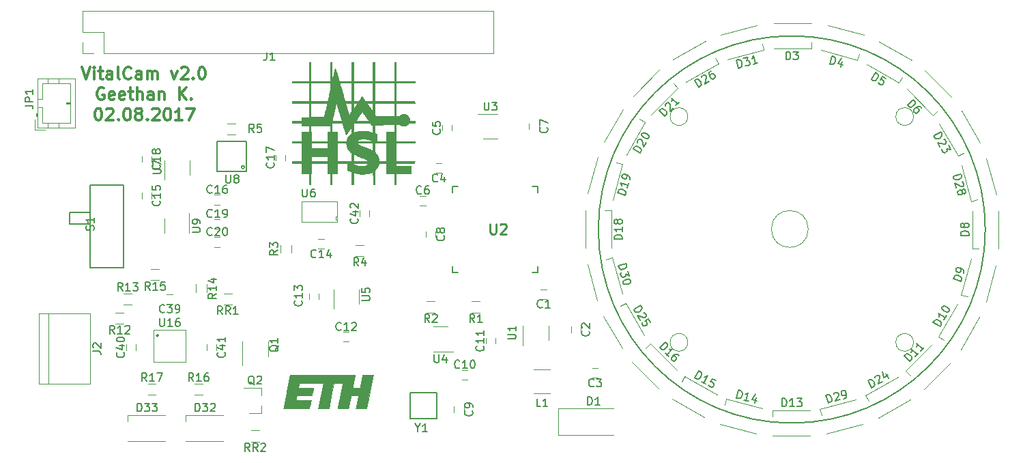
<source format=gto>
G04 #@! TF.FileFunction,Legend,Top*
%FSLAX46Y46*%
G04 Gerber Fmt 4.6, Leading zero omitted, Abs format (unit mm)*
G04 Created by KiCad (PCBNEW 4.0.6) date 08/02/17 22:49:11*
%MOMM*%
%LPD*%
G01*
G04 APERTURE LIST*
%ADD10C,0.100000*%
%ADD11C,0.300000*%
%ADD12C,0.200000*%
%ADD13C,0.150000*%
%ADD14C,0.120000*%
%ADD15C,0.200660*%
%ADD16C,0.050000*%
%ADD17C,0.040000*%
%ADD18C,0.010000*%
%ADD19C,0.152400*%
%ADD20C,0.254000*%
G04 APERTURE END LIST*
D10*
D11*
X104755715Y-68068571D02*
X105255715Y-69568571D01*
X105755715Y-68068571D01*
X106255715Y-69568571D02*
X106255715Y-68568571D01*
X106255715Y-68068571D02*
X106184286Y-68140000D01*
X106255715Y-68211429D01*
X106327143Y-68140000D01*
X106255715Y-68068571D01*
X106255715Y-68211429D01*
X106755715Y-68568571D02*
X107327144Y-68568571D01*
X106970001Y-68068571D02*
X106970001Y-69354286D01*
X107041429Y-69497143D01*
X107184287Y-69568571D01*
X107327144Y-69568571D01*
X108470001Y-69568571D02*
X108470001Y-68782857D01*
X108398572Y-68640000D01*
X108255715Y-68568571D01*
X107970001Y-68568571D01*
X107827144Y-68640000D01*
X108470001Y-69497143D02*
X108327144Y-69568571D01*
X107970001Y-69568571D01*
X107827144Y-69497143D01*
X107755715Y-69354286D01*
X107755715Y-69211429D01*
X107827144Y-69068571D01*
X107970001Y-68997143D01*
X108327144Y-68997143D01*
X108470001Y-68925714D01*
X109398573Y-69568571D02*
X109255715Y-69497143D01*
X109184287Y-69354286D01*
X109184287Y-68068571D01*
X110827144Y-69425714D02*
X110755715Y-69497143D01*
X110541429Y-69568571D01*
X110398572Y-69568571D01*
X110184287Y-69497143D01*
X110041429Y-69354286D01*
X109970001Y-69211429D01*
X109898572Y-68925714D01*
X109898572Y-68711429D01*
X109970001Y-68425714D01*
X110041429Y-68282857D01*
X110184287Y-68140000D01*
X110398572Y-68068571D01*
X110541429Y-68068571D01*
X110755715Y-68140000D01*
X110827144Y-68211429D01*
X112112858Y-69568571D02*
X112112858Y-68782857D01*
X112041429Y-68640000D01*
X111898572Y-68568571D01*
X111612858Y-68568571D01*
X111470001Y-68640000D01*
X112112858Y-69497143D02*
X111970001Y-69568571D01*
X111612858Y-69568571D01*
X111470001Y-69497143D01*
X111398572Y-69354286D01*
X111398572Y-69211429D01*
X111470001Y-69068571D01*
X111612858Y-68997143D01*
X111970001Y-68997143D01*
X112112858Y-68925714D01*
X112827144Y-69568571D02*
X112827144Y-68568571D01*
X112827144Y-68711429D02*
X112898572Y-68640000D01*
X113041430Y-68568571D01*
X113255715Y-68568571D01*
X113398572Y-68640000D01*
X113470001Y-68782857D01*
X113470001Y-69568571D01*
X113470001Y-68782857D02*
X113541430Y-68640000D01*
X113684287Y-68568571D01*
X113898572Y-68568571D01*
X114041430Y-68640000D01*
X114112858Y-68782857D01*
X114112858Y-69568571D01*
X115827144Y-68568571D02*
X116184287Y-69568571D01*
X116541429Y-68568571D01*
X117041429Y-68211429D02*
X117112858Y-68140000D01*
X117255715Y-68068571D01*
X117612858Y-68068571D01*
X117755715Y-68140000D01*
X117827144Y-68211429D01*
X117898572Y-68354286D01*
X117898572Y-68497143D01*
X117827144Y-68711429D01*
X116970001Y-69568571D01*
X117898572Y-69568571D01*
X118541429Y-69425714D02*
X118612857Y-69497143D01*
X118541429Y-69568571D01*
X118470000Y-69497143D01*
X118541429Y-69425714D01*
X118541429Y-69568571D01*
X119541429Y-68068571D02*
X119684286Y-68068571D01*
X119827143Y-68140000D01*
X119898572Y-68211429D01*
X119970001Y-68354286D01*
X120041429Y-68640000D01*
X120041429Y-68997143D01*
X119970001Y-69282857D01*
X119898572Y-69425714D01*
X119827143Y-69497143D01*
X119684286Y-69568571D01*
X119541429Y-69568571D01*
X119398572Y-69497143D01*
X119327143Y-69425714D01*
X119255715Y-69282857D01*
X119184286Y-68997143D01*
X119184286Y-68640000D01*
X119255715Y-68354286D01*
X119327143Y-68211429D01*
X119398572Y-68140000D01*
X119541429Y-68068571D01*
X107434286Y-70690000D02*
X107291429Y-70618571D01*
X107077143Y-70618571D01*
X106862858Y-70690000D01*
X106720000Y-70832857D01*
X106648572Y-70975714D01*
X106577143Y-71261429D01*
X106577143Y-71475714D01*
X106648572Y-71761429D01*
X106720000Y-71904286D01*
X106862858Y-72047143D01*
X107077143Y-72118571D01*
X107220000Y-72118571D01*
X107434286Y-72047143D01*
X107505715Y-71975714D01*
X107505715Y-71475714D01*
X107220000Y-71475714D01*
X108720000Y-72047143D02*
X108577143Y-72118571D01*
X108291429Y-72118571D01*
X108148572Y-72047143D01*
X108077143Y-71904286D01*
X108077143Y-71332857D01*
X108148572Y-71190000D01*
X108291429Y-71118571D01*
X108577143Y-71118571D01*
X108720000Y-71190000D01*
X108791429Y-71332857D01*
X108791429Y-71475714D01*
X108077143Y-71618571D01*
X110005714Y-72047143D02*
X109862857Y-72118571D01*
X109577143Y-72118571D01*
X109434286Y-72047143D01*
X109362857Y-71904286D01*
X109362857Y-71332857D01*
X109434286Y-71190000D01*
X109577143Y-71118571D01*
X109862857Y-71118571D01*
X110005714Y-71190000D01*
X110077143Y-71332857D01*
X110077143Y-71475714D01*
X109362857Y-71618571D01*
X110505714Y-71118571D02*
X111077143Y-71118571D01*
X110720000Y-70618571D02*
X110720000Y-71904286D01*
X110791428Y-72047143D01*
X110934286Y-72118571D01*
X111077143Y-72118571D01*
X111577143Y-72118571D02*
X111577143Y-70618571D01*
X112220000Y-72118571D02*
X112220000Y-71332857D01*
X112148571Y-71190000D01*
X112005714Y-71118571D01*
X111791429Y-71118571D01*
X111648571Y-71190000D01*
X111577143Y-71261429D01*
X113577143Y-72118571D02*
X113577143Y-71332857D01*
X113505714Y-71190000D01*
X113362857Y-71118571D01*
X113077143Y-71118571D01*
X112934286Y-71190000D01*
X113577143Y-72047143D02*
X113434286Y-72118571D01*
X113077143Y-72118571D01*
X112934286Y-72047143D01*
X112862857Y-71904286D01*
X112862857Y-71761429D01*
X112934286Y-71618571D01*
X113077143Y-71547143D01*
X113434286Y-71547143D01*
X113577143Y-71475714D01*
X114291429Y-71118571D02*
X114291429Y-72118571D01*
X114291429Y-71261429D02*
X114362857Y-71190000D01*
X114505715Y-71118571D01*
X114720000Y-71118571D01*
X114862857Y-71190000D01*
X114934286Y-71332857D01*
X114934286Y-72118571D01*
X116791429Y-72118571D02*
X116791429Y-70618571D01*
X117648572Y-72118571D02*
X117005715Y-71261429D01*
X117648572Y-70618571D02*
X116791429Y-71475714D01*
X118291429Y-71975714D02*
X118362857Y-72047143D01*
X118291429Y-72118571D01*
X118220000Y-72047143D01*
X118291429Y-71975714D01*
X118291429Y-72118571D01*
X106684287Y-73168571D02*
X106827144Y-73168571D01*
X106970001Y-73240000D01*
X107041430Y-73311429D01*
X107112859Y-73454286D01*
X107184287Y-73740000D01*
X107184287Y-74097143D01*
X107112859Y-74382857D01*
X107041430Y-74525714D01*
X106970001Y-74597143D01*
X106827144Y-74668571D01*
X106684287Y-74668571D01*
X106541430Y-74597143D01*
X106470001Y-74525714D01*
X106398573Y-74382857D01*
X106327144Y-74097143D01*
X106327144Y-73740000D01*
X106398573Y-73454286D01*
X106470001Y-73311429D01*
X106541430Y-73240000D01*
X106684287Y-73168571D01*
X107755715Y-73311429D02*
X107827144Y-73240000D01*
X107970001Y-73168571D01*
X108327144Y-73168571D01*
X108470001Y-73240000D01*
X108541430Y-73311429D01*
X108612858Y-73454286D01*
X108612858Y-73597143D01*
X108541430Y-73811429D01*
X107684287Y-74668571D01*
X108612858Y-74668571D01*
X109255715Y-74525714D02*
X109327143Y-74597143D01*
X109255715Y-74668571D01*
X109184286Y-74597143D01*
X109255715Y-74525714D01*
X109255715Y-74668571D01*
X110255715Y-73168571D02*
X110398572Y-73168571D01*
X110541429Y-73240000D01*
X110612858Y-73311429D01*
X110684287Y-73454286D01*
X110755715Y-73740000D01*
X110755715Y-74097143D01*
X110684287Y-74382857D01*
X110612858Y-74525714D01*
X110541429Y-74597143D01*
X110398572Y-74668571D01*
X110255715Y-74668571D01*
X110112858Y-74597143D01*
X110041429Y-74525714D01*
X109970001Y-74382857D01*
X109898572Y-74097143D01*
X109898572Y-73740000D01*
X109970001Y-73454286D01*
X110041429Y-73311429D01*
X110112858Y-73240000D01*
X110255715Y-73168571D01*
X111612858Y-73811429D02*
X111470000Y-73740000D01*
X111398572Y-73668571D01*
X111327143Y-73525714D01*
X111327143Y-73454286D01*
X111398572Y-73311429D01*
X111470000Y-73240000D01*
X111612858Y-73168571D01*
X111898572Y-73168571D01*
X112041429Y-73240000D01*
X112112858Y-73311429D01*
X112184286Y-73454286D01*
X112184286Y-73525714D01*
X112112858Y-73668571D01*
X112041429Y-73740000D01*
X111898572Y-73811429D01*
X111612858Y-73811429D01*
X111470000Y-73882857D01*
X111398572Y-73954286D01*
X111327143Y-74097143D01*
X111327143Y-74382857D01*
X111398572Y-74525714D01*
X111470000Y-74597143D01*
X111612858Y-74668571D01*
X111898572Y-74668571D01*
X112041429Y-74597143D01*
X112112858Y-74525714D01*
X112184286Y-74382857D01*
X112184286Y-74097143D01*
X112112858Y-73954286D01*
X112041429Y-73882857D01*
X111898572Y-73811429D01*
X112827143Y-74525714D02*
X112898571Y-74597143D01*
X112827143Y-74668571D01*
X112755714Y-74597143D01*
X112827143Y-74525714D01*
X112827143Y-74668571D01*
X113470000Y-73311429D02*
X113541429Y-73240000D01*
X113684286Y-73168571D01*
X114041429Y-73168571D01*
X114184286Y-73240000D01*
X114255715Y-73311429D01*
X114327143Y-73454286D01*
X114327143Y-73597143D01*
X114255715Y-73811429D01*
X113398572Y-74668571D01*
X114327143Y-74668571D01*
X115255714Y-73168571D02*
X115398571Y-73168571D01*
X115541428Y-73240000D01*
X115612857Y-73311429D01*
X115684286Y-73454286D01*
X115755714Y-73740000D01*
X115755714Y-74097143D01*
X115684286Y-74382857D01*
X115612857Y-74525714D01*
X115541428Y-74597143D01*
X115398571Y-74668571D01*
X115255714Y-74668571D01*
X115112857Y-74597143D01*
X115041428Y-74525714D01*
X114970000Y-74382857D01*
X114898571Y-74097143D01*
X114898571Y-73740000D01*
X114970000Y-73454286D01*
X115041428Y-73311429D01*
X115112857Y-73240000D01*
X115255714Y-73168571D01*
X117184285Y-74668571D02*
X116327142Y-74668571D01*
X116755714Y-74668571D02*
X116755714Y-73168571D01*
X116612857Y-73382857D01*
X116469999Y-73525714D01*
X116327142Y-73597143D01*
X117684285Y-73168571D02*
X118684285Y-73168571D01*
X118041428Y-74668571D01*
D12*
X216790000Y-88190000D02*
G75*
G03X216790000Y-88190000I-24000000J0D01*
G01*
D13*
X124880278Y-80470000D02*
G75*
G03X124880278Y-80470000I-180278J0D01*
G01*
X125150000Y-79870000D02*
X125150000Y-77260000D01*
X125150000Y-77260000D02*
X121490000Y-77260000D01*
X121490000Y-77260000D02*
X121460000Y-77260000D01*
X121460000Y-77260000D02*
X121460000Y-80980000D01*
X121460000Y-80980000D02*
X125150000Y-80980000D01*
X125150000Y-80980000D02*
X125150000Y-79890000D01*
D14*
X194826000Y-88130000D02*
G75*
G03X194826000Y-88130000I-2286000J0D01*
G01*
X162350000Y-96800000D02*
X161650000Y-96800000D01*
X161650000Y-95600000D02*
X162350000Y-95600000D01*
X166600000Y-100250000D02*
X166600000Y-100950000D01*
X165400000Y-100950000D02*
X165400000Y-100250000D01*
X168750000Y-106600000D02*
X168050000Y-106600000D01*
X168050000Y-105400000D02*
X168750000Y-105400000D01*
X149350000Y-81200000D02*
X148650000Y-81200000D01*
X148650000Y-80000000D02*
X149350000Y-80000000D01*
X149400000Y-75950000D02*
X149400000Y-75250000D01*
X150600000Y-75250000D02*
X150600000Y-75950000D01*
X146650000Y-84000000D02*
X147350000Y-84000000D01*
X147350000Y-85200000D02*
X146650000Y-85200000D01*
X161400000Y-75050000D02*
X161400000Y-75750000D01*
X160200000Y-75750000D02*
X160200000Y-75050000D01*
X148600000Y-88450000D02*
X148600000Y-89150000D01*
X147400000Y-89150000D02*
X147400000Y-88450000D01*
X152100000Y-110150000D02*
X152100000Y-110850000D01*
X150900000Y-110850000D02*
X150900000Y-110150000D01*
X151850000Y-105600000D02*
X152550000Y-105600000D01*
X152550000Y-106800000D02*
X151850000Y-106800000D01*
X154800000Y-102350000D02*
X154800000Y-101650000D01*
X156000000Y-101650000D02*
X156000000Y-102350000D01*
X137150000Y-100900000D02*
X137850000Y-100900000D01*
X137850000Y-102100000D02*
X137150000Y-102100000D01*
X134100000Y-96150000D02*
X134100000Y-96850000D01*
X132900000Y-96850000D02*
X132900000Y-96150000D01*
X134750000Y-90600000D02*
X134050000Y-90600000D01*
X134050000Y-89400000D02*
X134750000Y-89400000D01*
X113350000Y-83650000D02*
X113350000Y-84350000D01*
X112150000Y-84350000D02*
X112150000Y-83650000D01*
X121150000Y-83900000D02*
X121850000Y-83900000D01*
X121850000Y-85100000D02*
X121150000Y-85100000D01*
X128780000Y-79630000D02*
X128780000Y-78930000D01*
X129980000Y-78930000D02*
X129980000Y-79630000D01*
X113350000Y-79150000D02*
X113350000Y-79850000D01*
X112150000Y-79850000D02*
X112150000Y-79150000D01*
X121150000Y-86900000D02*
X121850000Y-86900000D01*
X121850000Y-88100000D02*
X121150000Y-88100000D01*
X121150000Y-89150000D02*
X121850000Y-89150000D01*
X121850000Y-90350000D02*
X121150000Y-90350000D01*
X115950000Y-97400000D02*
X115250000Y-97400000D01*
X115250000Y-96200000D02*
X115950000Y-96200000D01*
X110200000Y-103150000D02*
X110200000Y-102450000D01*
X111400000Y-102450000D02*
X111400000Y-103150000D01*
X121400000Y-102450000D02*
X121400000Y-103150000D01*
X120200000Y-103150000D02*
X120200000Y-102450000D01*
X139200000Y-86550000D02*
X139200000Y-85850000D01*
X140400000Y-85850000D02*
X140400000Y-86550000D01*
X190540000Y-62590000D02*
X195190000Y-62590000D01*
X190540000Y-65790000D02*
X195190000Y-65790000D01*
X195190000Y-65790000D02*
X195190000Y-64990000D01*
X197240777Y-62872176D02*
X201732332Y-64075684D01*
X196412556Y-65963138D02*
X200904112Y-67166647D01*
X200904112Y-67166647D02*
X201111167Y-66393906D01*
X203641443Y-64894749D02*
X207668461Y-67219749D01*
X202041443Y-67666031D02*
X206068461Y-69991031D01*
X206068461Y-69991031D02*
X206468461Y-69298210D01*
X209300944Y-68497076D02*
X212588990Y-71785122D01*
X207038202Y-70759818D02*
X210326248Y-74047864D01*
X210326248Y-74047864D02*
X210891934Y-73482179D01*
X218390000Y-85940000D02*
X218390000Y-90590000D01*
X215190000Y-85940000D02*
X215190000Y-90590000D01*
X215190000Y-90590000D02*
X215990000Y-90590000D01*
X218100044Y-92642434D02*
X216896536Y-97133989D01*
X215009082Y-91814213D02*
X213805573Y-96305769D01*
X213805573Y-96305769D02*
X214578314Y-96512824D01*
X216085251Y-99041443D02*
X213760251Y-103068461D01*
X213313969Y-97441443D02*
X210988969Y-101468461D01*
X210988969Y-101468461D02*
X211681790Y-101868461D01*
X212482924Y-104700944D02*
X209194878Y-107988990D01*
X210220182Y-102438202D02*
X206932136Y-105726248D01*
X206932136Y-105726248D02*
X207497821Y-106291934D01*
X195040000Y-113790000D02*
X190390000Y-113790000D01*
X195040000Y-110590000D02*
X190390000Y-110590000D01*
X190390000Y-110590000D02*
X190390000Y-111390000D01*
X188337566Y-113500044D02*
X183846011Y-112296536D01*
X189165787Y-110409082D02*
X184674231Y-109205573D01*
X184674231Y-109205573D02*
X184467176Y-109978314D01*
X181938557Y-111485251D02*
X177911539Y-109160251D01*
X183538557Y-108713969D02*
X179511539Y-106388969D01*
X179511539Y-106388969D02*
X179111539Y-107081790D01*
X176279056Y-107882924D02*
X172991010Y-104594878D01*
X178541798Y-105620182D02*
X175253752Y-102332136D01*
X175253752Y-102332136D02*
X174688066Y-102897821D01*
X167190000Y-90440000D02*
X167190000Y-85790000D01*
X170390000Y-90440000D02*
X170390000Y-85790000D01*
X170390000Y-85790000D02*
X169590000Y-85790000D01*
X167479956Y-83737566D02*
X168683464Y-79246011D01*
X170570918Y-84565787D02*
X171774427Y-80074231D01*
X171774427Y-80074231D02*
X171001686Y-79867176D01*
X169494749Y-77338557D02*
X171819749Y-73311539D01*
X172266031Y-78938557D02*
X174591031Y-74911539D01*
X174591031Y-74911539D02*
X173898210Y-74511539D01*
X173097076Y-71679056D02*
X176385122Y-68391010D01*
X175359818Y-73941798D02*
X178647864Y-70653752D01*
X178647864Y-70653752D02*
X178082179Y-70088066D01*
X213835251Y-73441443D02*
X216160251Y-77468461D01*
X211063969Y-75041443D02*
X213388969Y-79068461D01*
X213388969Y-79068461D02*
X214081790Y-78668461D01*
X207538557Y-109235251D02*
X203511539Y-111560251D01*
X205938557Y-106463969D02*
X201911539Y-108788969D01*
X201911539Y-108788969D02*
X202311539Y-109481790D01*
X171744749Y-102938557D02*
X169419749Y-98911539D01*
X174516031Y-101338557D02*
X172191031Y-97311539D01*
X172191031Y-97311539D02*
X171498210Y-97711539D01*
X178041443Y-67144749D02*
X182068461Y-64819749D01*
X179641443Y-69916031D02*
X183668461Y-67591031D01*
X183668461Y-67591031D02*
X183268461Y-66898210D01*
X216935358Y-79390899D02*
X218138867Y-83882455D01*
X213844396Y-80219120D02*
X215047904Y-84710675D01*
X215047904Y-84710675D02*
X215820645Y-84503620D01*
X201589101Y-112335358D02*
X197097545Y-113538867D01*
X200760880Y-109244396D02*
X196269325Y-110447904D01*
X196269325Y-110447904D02*
X196476380Y-111220645D01*
X168644642Y-96989101D02*
X167441133Y-92497545D01*
X171735604Y-96160880D02*
X170532096Y-91669325D01*
X170532096Y-91669325D02*
X169759355Y-91876380D01*
X183990899Y-64044642D02*
X188482455Y-62841133D01*
X184819120Y-67135604D02*
X189310675Y-65932096D01*
X189310675Y-65932096D02*
X189103620Y-65159355D01*
X122250000Y-114400000D02*
X117600000Y-114400000D01*
X122250000Y-111200000D02*
X117600000Y-111200000D01*
X117600000Y-111200000D02*
X117600000Y-112000000D01*
X115050000Y-114400000D02*
X110400000Y-114400000D01*
X115050000Y-111200000D02*
X110400000Y-111200000D01*
X110400000Y-111200000D02*
X110400000Y-112000000D01*
X155730000Y-66320000D02*
X155730000Y-61120000D01*
X107410000Y-66320000D02*
X155730000Y-66320000D01*
X104810000Y-61120000D02*
X155730000Y-61120000D01*
X107410000Y-66320000D02*
X107410000Y-63720000D01*
X107410000Y-63720000D02*
X104810000Y-63720000D01*
X104810000Y-63720000D02*
X104810000Y-61120000D01*
X106140000Y-66320000D02*
X104810000Y-66320000D01*
X104810000Y-66320000D02*
X104810000Y-64990000D01*
X99360000Y-98600000D02*
X99360000Y-107300000D01*
X105770000Y-98600000D02*
X105770000Y-107300000D01*
X105770000Y-107300000D02*
X99360000Y-107300000D01*
X100590000Y-107300000D02*
X100590000Y-98600000D01*
X99360000Y-98600000D02*
X105770000Y-98600000D01*
X99200000Y-75550000D02*
X103900000Y-75550000D01*
X103900000Y-75550000D02*
X103900000Y-69450000D01*
X103900000Y-69450000D02*
X99200000Y-69450000D01*
X99200000Y-69450000D02*
X99200000Y-75550000D01*
X99200000Y-73000000D02*
X99800000Y-73000000D01*
X99800000Y-73000000D02*
X99800000Y-74950000D01*
X99800000Y-74950000D02*
X103300000Y-74950000D01*
X103300000Y-74950000D02*
X103300000Y-70050000D01*
X103300000Y-70050000D02*
X99800000Y-70050000D01*
X99800000Y-70050000D02*
X99800000Y-72000000D01*
X99800000Y-72000000D02*
X99200000Y-72000000D01*
X100500000Y-75550000D02*
X100500000Y-74950000D01*
X101800000Y-75550000D02*
X101800000Y-74950000D01*
X100500000Y-69450000D02*
X100500000Y-70050000D01*
X101800000Y-69450000D02*
X101800000Y-70050000D01*
X99200000Y-73800000D02*
X99000000Y-73800000D01*
X99000000Y-73800000D02*
X99000000Y-74100000D01*
X99000000Y-74100000D02*
X99200000Y-74100000D01*
X99100000Y-73800000D02*
X99100000Y-74100000D01*
X103300000Y-72600000D02*
X102800000Y-72600000D01*
X102800000Y-72600000D02*
X102800000Y-72400000D01*
X102800000Y-72400000D02*
X103300000Y-72400000D01*
X103300000Y-72500000D02*
X102800000Y-72500000D01*
X98900000Y-74600000D02*
X98900000Y-75850000D01*
X98900000Y-75850000D02*
X100150000Y-75850000D01*
X160800000Y-105520000D02*
X162800000Y-105520000D01*
X162800000Y-108480000D02*
X160800000Y-108480000D01*
X127810000Y-103900000D02*
X127810000Y-102100000D01*
X124590000Y-102100000D02*
X124590000Y-105050000D01*
X126960000Y-110980000D02*
X126960000Y-110050000D01*
X126960000Y-107820000D02*
X126960000Y-108750000D01*
X126960000Y-107820000D02*
X124800000Y-107820000D01*
X126960000Y-110980000D02*
X125500000Y-110980000D01*
X153100000Y-97120000D02*
X154100000Y-97120000D01*
X154100000Y-98480000D02*
X153100000Y-98480000D01*
X147500000Y-97120000D02*
X148500000Y-97120000D01*
X148500000Y-98480000D02*
X147500000Y-98480000D01*
X130680000Y-90100000D02*
X130680000Y-91100000D01*
X129320000Y-91100000D02*
X129320000Y-90100000D01*
X138700000Y-90120000D02*
X139700000Y-90120000D01*
X139700000Y-91480000D02*
X138700000Y-91480000D01*
X123740000Y-76420000D02*
X122740000Y-76420000D01*
X122740000Y-75060000D02*
X123740000Y-75060000D01*
X108900000Y-98520000D02*
X109900000Y-98520000D01*
X109900000Y-99880000D02*
X108900000Y-99880000D01*
X110900000Y-97480000D02*
X109900000Y-97480000D01*
X109900000Y-96120000D02*
X110900000Y-96120000D01*
X118820000Y-96000000D02*
X118820000Y-95000000D01*
X120180000Y-95000000D02*
X120180000Y-96000000D01*
X113300000Y-93120000D02*
X114300000Y-93120000D01*
X114300000Y-94480000D02*
X113300000Y-94480000D01*
X119700000Y-108680000D02*
X118700000Y-108680000D01*
X118700000Y-107320000D02*
X119700000Y-107320000D01*
X113900000Y-108680000D02*
X112900000Y-108680000D01*
X112900000Y-107320000D02*
X113900000Y-107320000D01*
X122300000Y-96120000D02*
X123300000Y-96120000D01*
X123300000Y-97480000D02*
X122300000Y-97480000D01*
X125700000Y-113120000D02*
X126700000Y-113120000D01*
X126700000Y-114480000D02*
X125700000Y-114480000D01*
D15*
X105699420Y-86100740D02*
X103200060Y-86100740D01*
X103200060Y-86100740D02*
X103200060Y-87500280D01*
X103200060Y-87500280D02*
X105699420Y-87500280D01*
X105699420Y-82699680D02*
X105699420Y-92900320D01*
X105699420Y-92900320D02*
X109900580Y-92900320D01*
X109900580Y-92900320D02*
X109900580Y-82699680D01*
X109900580Y-82699680D02*
X105699420Y-82699680D01*
D14*
X162610000Y-101900000D02*
X162610000Y-100100000D01*
X159390000Y-100100000D02*
X159390000Y-102550000D01*
X154520000Y-76960000D02*
X156280000Y-76960000D01*
X156280000Y-73890000D02*
X153850000Y-73890000D01*
X150080000Y-100240000D02*
X148320000Y-100240000D01*
X148320000Y-103310000D02*
X150750000Y-103310000D01*
X139060000Y-97380000D02*
X139060000Y-95620000D01*
X135990000Y-95620000D02*
X135990000Y-98050000D01*
D16*
X136400000Y-87000000D02*
X136250000Y-87000000D01*
X136250000Y-87000000D02*
X136250000Y-86600000D01*
X136250000Y-86600000D02*
X136350000Y-86600000D01*
X136350000Y-86600000D02*
X136400000Y-86600000D01*
X136050000Y-87300000D02*
X136400000Y-87300000D01*
X136400000Y-87300000D02*
X136400000Y-84700000D01*
X136400000Y-84700000D02*
X132000000Y-84700000D01*
X132000000Y-84700000D02*
X132000000Y-87300000D01*
X132000000Y-87300000D02*
X136050000Y-87300000D01*
X136050000Y-87300000D02*
X136100000Y-87300000D01*
D14*
X118060000Y-81380000D02*
X118060000Y-79620000D01*
X114990000Y-79620000D02*
X114990000Y-82050000D01*
X114940000Y-86870000D02*
X114940000Y-88630000D01*
X118010000Y-88630000D02*
X118010000Y-86200000D01*
D13*
X145400000Y-108450000D02*
X145400000Y-111650000D01*
X145400000Y-111650000D02*
X148700000Y-111650000D01*
X148700000Y-111650000D02*
X148700000Y-108450000D01*
X148700000Y-108450000D02*
X145400000Y-108450000D01*
X114241421Y-101350000D02*
G75*
G03X114241421Y-101350000I-141421J0D01*
G01*
D16*
X113600000Y-100600000D02*
X113600000Y-104600000D01*
X117600000Y-100600000D02*
X117600000Y-104600000D01*
X113600000Y-100600000D02*
X117600000Y-100600000D01*
X113600000Y-104600000D02*
X117600000Y-104600000D01*
D17*
X179890000Y-74190000D02*
G75*
G03X179890000Y-74190000I-1100000J0D01*
G01*
X207890000Y-74190000D02*
G75*
G03X207890000Y-74190000I-1100000J0D01*
G01*
X207890000Y-102190000D02*
G75*
G03X207890000Y-102190000I-1100000J0D01*
G01*
X179890000Y-102190000D02*
G75*
G03X179890000Y-102190000I-1100000J0D01*
G01*
D14*
X163800000Y-110350000D02*
X163800000Y-113650000D01*
X163800000Y-113650000D02*
X170700000Y-113650000D01*
X163800000Y-110350000D02*
X170700000Y-110350000D01*
D12*
X161300000Y-82890000D02*
X160600000Y-82890000D01*
X150700000Y-82890000D02*
X151400000Y-82890000D01*
X150700000Y-93490000D02*
X151400000Y-93490000D01*
X161300000Y-93490000D02*
X160600000Y-93490000D01*
X161300000Y-82890000D02*
X161300000Y-83590000D01*
X161300000Y-93490000D02*
X161300000Y-92790000D01*
X150700000Y-93490000D02*
X150700000Y-92790000D01*
X150700000Y-82890000D02*
X150700000Y-83590000D01*
D18*
G36*
X133088700Y-69792200D02*
X135527100Y-69792200D01*
X135527100Y-67404600D01*
X135743000Y-67404600D01*
X135743000Y-68598400D01*
X135743108Y-68770143D01*
X135743422Y-68934487D01*
X135743927Y-69089680D01*
X135744607Y-69233968D01*
X135745447Y-69365596D01*
X135746433Y-69482811D01*
X135747548Y-69583860D01*
X135748777Y-69666988D01*
X135750106Y-69730442D01*
X135751518Y-69772468D01*
X135752999Y-69791313D01*
X135753401Y-69792199D01*
X135757898Y-69780143D01*
X135767346Y-69745365D01*
X135781254Y-69689954D01*
X135799128Y-69616000D01*
X135820477Y-69525592D01*
X135844808Y-69420817D01*
X135871630Y-69303765D01*
X135900450Y-69176524D01*
X135930776Y-69041184D01*
X135938169Y-69007974D01*
X135968863Y-68870219D01*
X135998129Y-68739430D01*
X136025474Y-68617779D01*
X136050402Y-68507440D01*
X136072421Y-68410584D01*
X136091035Y-68329384D01*
X136105750Y-68266014D01*
X136116073Y-68222645D01*
X136121508Y-68201451D01*
X136121980Y-68200026D01*
X136127372Y-68205786D01*
X136139046Y-68234608D01*
X136157061Y-68286685D01*
X136181480Y-68362209D01*
X136212361Y-68461374D01*
X136249767Y-68584372D01*
X136293757Y-68731397D01*
X136344391Y-68902640D01*
X136367433Y-68981076D01*
X136603443Y-69785850D01*
X137392421Y-69789121D01*
X138181400Y-69792392D01*
X138181400Y-67404600D01*
X138397300Y-67404600D01*
X138397300Y-69792200D01*
X140823000Y-69792200D01*
X140823000Y-67404600D01*
X141038900Y-67404600D01*
X141038900Y-69792200D01*
X143477300Y-69792200D01*
X143477300Y-67404600D01*
X143693200Y-67404600D01*
X143693200Y-69792200D01*
X145991900Y-69792200D01*
X145991900Y-70008100D01*
X143693200Y-70008100D01*
X143693200Y-71138332D01*
X143693199Y-72268564D01*
X144839375Y-72271807D01*
X145985550Y-72275050D01*
X145989238Y-72379825D01*
X145992927Y-72484600D01*
X143693200Y-72484600D01*
X143693200Y-74113651D01*
X143881380Y-74107610D01*
X144069561Y-74101570D01*
X144141000Y-74043382D01*
X144231166Y-73981319D01*
X144333061Y-73930058D01*
X144435338Y-73895240D01*
X144442500Y-73893498D01*
X144522018Y-73881531D01*
X144613992Y-73878317D01*
X144707100Y-73883680D01*
X144790021Y-73897442D01*
X144796520Y-73899066D01*
X144917509Y-73942764D01*
X145028019Y-74007030D01*
X145125929Y-74088939D01*
X145209121Y-74185564D01*
X145275476Y-74293980D01*
X145322874Y-74411261D01*
X145349195Y-74534482D01*
X145352322Y-74660716D01*
X145351932Y-74665824D01*
X145344523Y-74757899D01*
X145668211Y-74757899D01*
X145991900Y-74757900D01*
X145991900Y-74973800D01*
X145261076Y-74973800D01*
X145237371Y-75017816D01*
X145217755Y-75046063D01*
X145184980Y-75085008D01*
X145144630Y-75128207D01*
X145123358Y-75149388D01*
X145016845Y-75237090D01*
X144902528Y-75300764D01*
X144779163Y-75340924D01*
X144645506Y-75358079D01*
X144613950Y-75358821D01*
X144477346Y-75347574D01*
X144347996Y-75312852D01*
X144228403Y-75255495D01*
X144154084Y-75204115D01*
X144092656Y-75155559D01*
X143892928Y-75161629D01*
X143693200Y-75167700D01*
X143693200Y-77247100D01*
X145991900Y-77247100D01*
X145991900Y-77463000D01*
X143693200Y-77463000D01*
X143693200Y-79736300D01*
X145992927Y-79736300D01*
X145989238Y-79841075D01*
X145985550Y-79945850D01*
X144839375Y-79949092D01*
X143693200Y-79952335D01*
X143693200Y-80282400D01*
X145547400Y-80282400D01*
X145547400Y-81234900D01*
X143693200Y-81234900D01*
X143693200Y-82631900D01*
X143477300Y-82631900D01*
X143477300Y-81234900D01*
X142461300Y-81234900D01*
X142461300Y-79951887D01*
X141995923Y-79955218D01*
X141530546Y-79958550D01*
X141508533Y-80066500D01*
X141466881Y-80219113D01*
X141405825Y-80370113D01*
X141351514Y-80472900D01*
X141310992Y-80535483D01*
X141261101Y-80603279D01*
X141206814Y-80670288D01*
X141153104Y-80730513D01*
X141104945Y-80777957D01*
X141084344Y-80795130D01*
X141038900Y-80829792D01*
X141038900Y-82632927D01*
X140934125Y-82629238D01*
X140829350Y-82625550D01*
X140826081Y-81809506D01*
X140822813Y-80993462D01*
X140693992Y-81058107D01*
X140507247Y-81139744D01*
X140304229Y-81206129D01*
X140089974Y-81255836D01*
X139893225Y-81284966D01*
X139760413Y-81295152D01*
X139610130Y-81299388D01*
X139449399Y-81297969D01*
X139285238Y-81291192D01*
X139124669Y-81279353D01*
X138974713Y-81262748D01*
X138842389Y-81241674D01*
X138835450Y-81240330D01*
X138784718Y-81229756D01*
X138722313Y-81215797D01*
X138653816Y-81199810D01*
X138584806Y-81183155D01*
X138520864Y-81167191D01*
X138467569Y-81153274D01*
X138430501Y-81142765D01*
X138419254Y-81139007D01*
X138414662Y-81138413D01*
X138410757Y-81141683D01*
X138407483Y-81150686D01*
X138404786Y-81167297D01*
X138402609Y-81193385D01*
X138400898Y-81230822D01*
X138399597Y-81281481D01*
X138398651Y-81347233D01*
X138398004Y-81429949D01*
X138397602Y-81531501D01*
X138397388Y-81653761D01*
X138397307Y-81798601D01*
X138397300Y-81881241D01*
X138397300Y-82631900D01*
X138181592Y-82631900D01*
X138175050Y-81054260D01*
X138079800Y-81016687D01*
X138033471Y-80997354D01*
X137971400Y-80969963D01*
X137900622Y-80937691D01*
X137828173Y-80903718D01*
X137803575Y-80891941D01*
X137622600Y-80804768D01*
X137622600Y-79960403D01*
X138095015Y-79960403D01*
X138110502Y-79973373D01*
X138127425Y-79983035D01*
X138159625Y-79998670D01*
X138175815Y-79999739D01*
X138181145Y-79985724D01*
X138181400Y-79977600D01*
X138176427Y-79960093D01*
X138157016Y-79953030D01*
X138136950Y-79952200D01*
X138396139Y-79952200D01*
X138399894Y-80037072D01*
X138403650Y-80121944D01*
X138524300Y-80171082D01*
X138728436Y-80242667D01*
X138948221Y-80298025D01*
X139178823Y-80335960D01*
X139197400Y-80338183D01*
X139249578Y-80341745D01*
X139319310Y-80342962D01*
X139400525Y-80342087D01*
X139487150Y-80339370D01*
X139573113Y-80335063D01*
X139652344Y-80329417D01*
X139718769Y-80322684D01*
X139766319Y-80315114D01*
X139768900Y-80314532D01*
X139865266Y-80286090D01*
X139955979Y-80247977D01*
X140033103Y-80203787D01*
X140063367Y-80181139D01*
X140099514Y-80141577D01*
X140135513Y-80086264D01*
X140165994Y-80024307D01*
X140181489Y-79980775D01*
X140189711Y-79952200D01*
X138396139Y-79952200D01*
X138136950Y-79952200D01*
X138103645Y-79953949D01*
X138095015Y-79960403D01*
X137622600Y-79960403D01*
X137622600Y-79952200D01*
X136365300Y-79952200D01*
X136365300Y-81234900D01*
X135743000Y-81234900D01*
X135743000Y-82631900D01*
X135527100Y-82631900D01*
X135527100Y-81234900D01*
X135184200Y-81234900D01*
X135184200Y-79952200D01*
X133152200Y-79952200D01*
X133152200Y-81234900D01*
X133088700Y-81234900D01*
X133088700Y-82631900D01*
X132989216Y-82631900D01*
X132941165Y-82630887D01*
X132903444Y-82628203D01*
X132882836Y-82624380D01*
X132881266Y-82623433D01*
X132879672Y-82609490D01*
X132878176Y-82572492D01*
X132876806Y-82514784D01*
X132875591Y-82438709D01*
X132874559Y-82346612D01*
X132873739Y-82240838D01*
X132873159Y-82123732D01*
X132872846Y-81997638D01*
X132872800Y-81924933D01*
X132872800Y-81234900D01*
X131971100Y-81234900D01*
X131971100Y-79952451D01*
X131377375Y-79949150D01*
X130783650Y-79945850D01*
X130779963Y-79841200D01*
X130776276Y-79736551D01*
X131370513Y-79733250D01*
X131964750Y-79729950D01*
X131966439Y-79139400D01*
X133152200Y-79139400D01*
X133152200Y-79736452D01*
X135177850Y-79729950D01*
X135184668Y-79139400D01*
X133152200Y-79139400D01*
X131966439Y-79139400D01*
X131971236Y-77463000D01*
X133152200Y-77463000D01*
X133152200Y-78123400D01*
X135184200Y-78123400D01*
X135184200Y-77463000D01*
X136365300Y-77463000D01*
X136365300Y-79736300D01*
X136993950Y-79736300D01*
X137136374Y-79736278D01*
X137255483Y-79736159D01*
X137353358Y-79735857D01*
X137432086Y-79735288D01*
X137493748Y-79734368D01*
X137540429Y-79733013D01*
X137574212Y-79731139D01*
X137597182Y-79728661D01*
X137611422Y-79725495D01*
X137619016Y-79721557D01*
X137622047Y-79716764D01*
X137622599Y-79711029D01*
X137622600Y-79710900D01*
X137625675Y-79691267D01*
X137637798Y-79687750D01*
X137663312Y-79700350D01*
X137679750Y-79710900D01*
X137695479Y-79719939D01*
X137713996Y-79726540D01*
X137739337Y-79731080D01*
X137775538Y-79733938D01*
X137826634Y-79735493D01*
X137896664Y-79736124D01*
X137949625Y-79736216D01*
X138181400Y-79736300D01*
X138181325Y-79291800D01*
X138397300Y-79291800D01*
X138397300Y-79736300D01*
X140163252Y-79736300D01*
X140142517Y-79696203D01*
X140106305Y-79642450D01*
X140053394Y-79584749D01*
X139990313Y-79529424D01*
X139923593Y-79482802D01*
X139919939Y-79480611D01*
X139853203Y-79443618D01*
X139773355Y-79404398D01*
X139678114Y-79361972D01*
X139565198Y-79315361D01*
X139432324Y-79263588D01*
X139286300Y-79209014D01*
X139117832Y-79146474D01*
X138970903Y-79090632D01*
X138842867Y-79040426D01*
X138731075Y-78994799D01*
X138632881Y-78952689D01*
X138545637Y-78913038D01*
X138538705Y-78909777D01*
X138486109Y-78885139D01*
X138442593Y-78865081D01*
X138412882Y-78851757D01*
X138401776Y-78847300D01*
X138400735Y-78859520D01*
X138399779Y-78894267D01*
X138398939Y-78948666D01*
X138398241Y-79019843D01*
X138397717Y-79104924D01*
X138397394Y-79201034D01*
X138397300Y-79291800D01*
X138181325Y-79291800D01*
X138181226Y-78713950D01*
X138134356Y-78682200D01*
X138088091Y-78646611D01*
X138031060Y-78596322D01*
X137968393Y-78536445D01*
X137905219Y-78472090D01*
X137846670Y-78408368D01*
X137797875Y-78350389D01*
X137786447Y-78335599D01*
X137690344Y-78187690D01*
X137614478Y-78027352D01*
X137560181Y-77858532D01*
X137528786Y-77685179D01*
X137521051Y-77548725D01*
X137521000Y-77463000D01*
X138890974Y-77463000D01*
X138920362Y-77515420D01*
X138946396Y-77552973D01*
X138983046Y-77595390D01*
X139011879Y-77623758D01*
X139051199Y-77656637D01*
X139095738Y-77688547D01*
X139147792Y-77720579D01*
X139209656Y-77753823D01*
X139283625Y-77789371D01*
X139371995Y-77828312D01*
X139477060Y-77871738D01*
X139601115Y-77920739D01*
X139746456Y-77976406D01*
X139782897Y-77990177D01*
X139944723Y-78052211D01*
X140099556Y-78113532D01*
X140245122Y-78173146D01*
X140379148Y-78230058D01*
X140499360Y-78283271D01*
X140603485Y-78331791D01*
X140689249Y-78374623D01*
X140754378Y-78410771D01*
X140778550Y-78426064D01*
X140804360Y-78443160D01*
X140818982Y-78452276D01*
X140819825Y-78452671D01*
X140820525Y-78440635D01*
X140821173Y-78405914D01*
X140821749Y-78351226D01*
X140822236Y-78279284D01*
X140822618Y-78192807D01*
X140822877Y-78094508D01*
X140822994Y-77987104D01*
X140823000Y-77958300D01*
X140823000Y-77463000D01*
X141038900Y-77463000D01*
X141038900Y-78613545D01*
X141091268Y-78663747D01*
X141143504Y-78717464D01*
X141200904Y-78782464D01*
X141258475Y-78852526D01*
X141311218Y-78921429D01*
X141354139Y-78982953D01*
X141374877Y-79016883D01*
X141443200Y-79161405D01*
X141494005Y-79320021D01*
X141527882Y-79494870D01*
X141541150Y-79618825D01*
X141550176Y-79736300D01*
X142461300Y-79736300D01*
X142461300Y-77463000D01*
X141038900Y-77463000D01*
X140823000Y-77463000D01*
X138890974Y-77463000D01*
X137521000Y-77463000D01*
X136365300Y-77463000D01*
X135184200Y-77463000D01*
X133152200Y-77463000D01*
X131971236Y-77463000D01*
X130777300Y-77463000D01*
X130777300Y-77247100D01*
X131971100Y-77247100D01*
X131971100Y-76040600D01*
X132872800Y-76040600D01*
X133088310Y-76040600D01*
X133152200Y-76040600D01*
X133152200Y-77247100D01*
X135184200Y-77247100D01*
X135184200Y-76040600D01*
X135527100Y-76040600D01*
X135743000Y-76040600D01*
X136365300Y-76040600D01*
X136365300Y-77247100D01*
X137530568Y-77247100D01*
X137533079Y-77236305D01*
X138892600Y-77236305D01*
X138904975Y-77238027D01*
X138940800Y-77239665D01*
X138998127Y-77241196D01*
X139075005Y-77242598D01*
X139169485Y-77243851D01*
X139279617Y-77244931D01*
X139403453Y-77245818D01*
X139539043Y-77246489D01*
X139684437Y-77246922D01*
X139837685Y-77247097D01*
X139858683Y-77247100D01*
X140824766Y-77247100D01*
X140820708Y-77219588D01*
X140815158Y-77206385D01*
X140800098Y-77193691D01*
X140771667Y-77179527D01*
X140726003Y-77161916D01*
X140670600Y-77142708D01*
X140462968Y-77076064D01*
X140272803Y-77022563D01*
X140096471Y-76981204D01*
X140049336Y-76971712D01*
X139940319Y-76954521D01*
X139821553Y-76942608D01*
X139699129Y-76936076D01*
X139579140Y-76935024D01*
X139467677Y-76939553D01*
X139370833Y-76949764D01*
X139318050Y-76959626D01*
X139229124Y-76984863D01*
X139142366Y-77017624D01*
X139065661Y-77054573D01*
X139010083Y-77089904D01*
X138981202Y-77115917D01*
X138949763Y-77150157D01*
X138921018Y-77186079D01*
X138900218Y-77217141D01*
X138892600Y-77236305D01*
X137533079Y-77236305D01*
X137557898Y-77129625D01*
X137588800Y-77025637D01*
X137633351Y-76914217D01*
X137686921Y-76805570D01*
X137744883Y-76709904D01*
X137754397Y-76696285D01*
X137797729Y-76641975D01*
X137855239Y-76578768D01*
X137921001Y-76512422D01*
X137989083Y-76448693D01*
X138053557Y-76393338D01*
X138108493Y-76352113D01*
X138109701Y-76351308D01*
X138181400Y-76303703D01*
X138181400Y-75426787D01*
X137989539Y-75705118D01*
X137926442Y-75796680D01*
X137857237Y-75897148D01*
X137786579Y-75999764D01*
X137719118Y-76097771D01*
X137659510Y-76184412D01*
X137638320Y-76215225D01*
X137591729Y-76282462D01*
X137549754Y-76342036D01*
X137514562Y-76390954D01*
X137488320Y-76426222D01*
X137473196Y-76444846D01*
X137470573Y-76447000D01*
X137465592Y-76435157D01*
X137454146Y-76401035D01*
X137436879Y-76346736D01*
X137414434Y-76274365D01*
X137387454Y-76186028D01*
X137356581Y-76083829D01*
X137322458Y-75969873D01*
X137285729Y-75846264D01*
X137247035Y-75715107D01*
X137246584Y-75713575D01*
X137069542Y-75111319D01*
X138397300Y-75111319D01*
X138397300Y-75647168D01*
X138397349Y-75777895D01*
X138397558Y-75885422D01*
X138398020Y-75971950D01*
X138398828Y-76039679D01*
X138400075Y-76090810D01*
X138401854Y-76127543D01*
X138404257Y-76152078D01*
X138407378Y-76166616D01*
X138411310Y-76173358D01*
X138416145Y-76174503D01*
X138419525Y-76173417D01*
X138530123Y-76130962D01*
X138658721Y-76090476D01*
X138797917Y-76053816D01*
X138940312Y-76022835D01*
X139078504Y-75999390D01*
X139149274Y-75990462D01*
X139220747Y-75984791D01*
X139311198Y-75980749D01*
X139414258Y-75978337D01*
X139523556Y-75977555D01*
X139632724Y-75978402D01*
X139735392Y-75980880D01*
X139825191Y-75984988D01*
X139893225Y-75990449D01*
X140026853Y-76007666D01*
X140170342Y-76031024D01*
X140317743Y-76059228D01*
X140463104Y-76090986D01*
X140600474Y-76125004D01*
X140723902Y-76159988D01*
X140819825Y-76191841D01*
X140820530Y-76179861D01*
X140821180Y-76145213D01*
X140821759Y-76090629D01*
X140822248Y-76018839D01*
X140822629Y-75932575D01*
X140822884Y-75834570D01*
X140822996Y-75727554D01*
X140823000Y-75704050D01*
X140823000Y-75217894D01*
X141038900Y-75217894D01*
X141038900Y-76266442D01*
X141092875Y-76287420D01*
X141134362Y-76303900D01*
X141186332Y-76325019D01*
X141226225Y-76341504D01*
X141305600Y-76374610D01*
X141305600Y-77247100D01*
X142461300Y-77247100D01*
X142461300Y-76040600D01*
X143477300Y-76040600D01*
X143477300Y-75163275D01*
X143283625Y-75170337D01*
X143235031Y-75171843D01*
X143164024Y-75173666D01*
X143073588Y-75175748D01*
X142966705Y-75178026D01*
X142846359Y-75180442D01*
X142715535Y-75182934D01*
X142577216Y-75185443D01*
X142434385Y-75187908D01*
X142321600Y-75189764D01*
X142174802Y-75192191D01*
X142028194Y-75194737D01*
X141885051Y-75197337D01*
X141748649Y-75199927D01*
X141622263Y-75202441D01*
X141509169Y-75204814D01*
X141412644Y-75206984D01*
X141335962Y-75208884D01*
X141296075Y-75210012D01*
X141038900Y-75217894D01*
X140823000Y-75217894D01*
X140823000Y-75215100D01*
X140633405Y-75215100D01*
X140461885Y-74973800D01*
X139477217Y-74973950D01*
X138492550Y-74974100D01*
X138444925Y-75042710D01*
X138397300Y-75111319D01*
X137069542Y-75111319D01*
X137030982Y-74980150D01*
X136386991Y-74976858D01*
X135743000Y-74973567D01*
X135743000Y-76040600D01*
X135527100Y-76040600D01*
X135527100Y-75282247D01*
X135047675Y-75287987D01*
X134939094Y-75289277D01*
X134809774Y-75290797D01*
X134664373Y-75292493D01*
X134507549Y-75294310D01*
X134343961Y-75296197D01*
X134178267Y-75298097D01*
X134015127Y-75299959D01*
X133859197Y-75301727D01*
X133831650Y-75302038D01*
X133095050Y-75310350D01*
X133088310Y-76040600D01*
X132872800Y-76040600D01*
X132872800Y-75316700D01*
X131945700Y-75316700D01*
X131945700Y-74973800D01*
X130777300Y-74973800D01*
X130777300Y-74757900D01*
X131948273Y-74757900D01*
X131947810Y-74732500D01*
X135743000Y-74732500D01*
X135743534Y-74738336D01*
X135746547Y-74743202D01*
X135754155Y-74747186D01*
X135768474Y-74750376D01*
X135791620Y-74752860D01*
X135825710Y-74754727D01*
X135872858Y-74756065D01*
X135935182Y-74756962D01*
X136014797Y-74757505D01*
X136113818Y-74757784D01*
X136234364Y-74757886D01*
X136352600Y-74757900D01*
X136474320Y-74757761D01*
X136587941Y-74757366D01*
X136691010Y-74756740D01*
X136781072Y-74755912D01*
X136855673Y-74754908D01*
X136912358Y-74753758D01*
X136948675Y-74752487D01*
X136959346Y-74751409D01*
X138651300Y-74751409D01*
X138663648Y-74752526D01*
X138699289Y-74753583D01*
X138756115Y-74754563D01*
X138832018Y-74755448D01*
X138924891Y-74756223D01*
X139032626Y-74756870D01*
X139153115Y-74757375D01*
X139284250Y-74757719D01*
X139423926Y-74757886D01*
X139477858Y-74757900D01*
X139620040Y-74757747D01*
X139754360Y-74757307D01*
X139878726Y-74756605D01*
X139991045Y-74755668D01*
X140089223Y-74754522D01*
X140171166Y-74753192D01*
X140234783Y-74751704D01*
X140277979Y-74750085D01*
X140298661Y-74748360D01*
X140300183Y-74747684D01*
X140290699Y-74732066D01*
X140268275Y-74698669D01*
X140234522Y-74649738D01*
X140191049Y-74587521D01*
X140139466Y-74514265D01*
X140081383Y-74432215D01*
X140018410Y-74343619D01*
X139952157Y-74250723D01*
X139884233Y-74155774D01*
X139816249Y-74061019D01*
X139749815Y-73968704D01*
X139746912Y-73964683D01*
X141038697Y-73964683D01*
X141109724Y-74063172D01*
X141180752Y-74161662D01*
X141309851Y-74154989D01*
X141344914Y-74153644D01*
X141402856Y-74152000D01*
X141481159Y-74150105D01*
X141577305Y-74148011D01*
X141688775Y-74145767D01*
X141813051Y-74143423D01*
X141947615Y-74141029D01*
X142089947Y-74138636D01*
X142237531Y-74136294D01*
X142289850Y-74135497D01*
X142440053Y-74133158D01*
X142586946Y-74130726D01*
X142727867Y-74128254D01*
X142860154Y-74125794D01*
X142981147Y-74123401D01*
X143088184Y-74121128D01*
X143178604Y-74119026D01*
X143249747Y-74117151D01*
X143298950Y-74115554D01*
X143309025Y-74115138D01*
X143477300Y-74107597D01*
X143477300Y-72484472D01*
X141045250Y-72490950D01*
X141041973Y-73227816D01*
X141038697Y-73964683D01*
X139746912Y-73964683D01*
X139686540Y-73881075D01*
X139628034Y-73800380D01*
X139575907Y-73728866D01*
X139531769Y-73668778D01*
X139497230Y-73622364D01*
X139473900Y-73591869D01*
X139463388Y-73579542D01*
X139463023Y-73579396D01*
X139454295Y-73590114D01*
X139432800Y-73619485D01*
X139400129Y-73665211D01*
X139357875Y-73724994D01*
X139307630Y-73796535D01*
X139250984Y-73877536D01*
X139189531Y-73965698D01*
X139124862Y-74058724D01*
X139058569Y-74154313D01*
X138992243Y-74250170D01*
X138927477Y-74343993D01*
X138865863Y-74433487D01*
X138808992Y-74516351D01*
X138758455Y-74590288D01*
X138715846Y-74652999D01*
X138682756Y-74702186D01*
X138660776Y-74735550D01*
X138651499Y-74750793D01*
X138651300Y-74751409D01*
X136959346Y-74751409D01*
X136962168Y-74751124D01*
X136962200Y-74751054D01*
X136958697Y-74738143D01*
X136948524Y-74702578D01*
X136932179Y-74646071D01*
X136910164Y-74570335D01*
X136882978Y-74477082D01*
X136851122Y-74368025D01*
X136815097Y-74244875D01*
X136775401Y-74109346D01*
X136732537Y-73963149D01*
X136687003Y-73807998D01*
X136639300Y-73645605D01*
X136632000Y-73620763D01*
X136584017Y-73457445D01*
X136538129Y-73301121D01*
X136494834Y-73153504D01*
X136454633Y-73016305D01*
X136418027Y-72891235D01*
X136385515Y-72780006D01*
X136357598Y-72684329D01*
X136334776Y-72605916D01*
X136317548Y-72546478D01*
X136306417Y-72507727D01*
X136304669Y-72501426D01*
X137406700Y-72501426D01*
X137410152Y-72515518D01*
X137420013Y-72551408D01*
X137435533Y-72606525D01*
X137455967Y-72678296D01*
X137480565Y-72764147D01*
X137508582Y-72861507D01*
X137539270Y-72967802D01*
X137571880Y-73080460D01*
X137605667Y-73196908D01*
X137639882Y-73314574D01*
X137673779Y-73430884D01*
X137706609Y-73543267D01*
X137737626Y-73649150D01*
X137766082Y-73745960D01*
X137791230Y-73831124D01*
X137812321Y-73902070D01*
X137828610Y-73956225D01*
X137839349Y-73991016D01*
X137840270Y-73993894D01*
X137851624Y-74018932D01*
X137862284Y-74026802D01*
X137864061Y-74025644D01*
X137874012Y-74012404D01*
X137896077Y-73981472D01*
X137927985Y-73936085D01*
X137967460Y-73879483D01*
X138012230Y-73814903D01*
X138027568Y-73792700D01*
X138180955Y-73570450D01*
X138181177Y-73027525D01*
X138181400Y-72484600D01*
X138397300Y-72484600D01*
X138397300Y-72868140D01*
X138397635Y-72963212D01*
X138398586Y-73048920D01*
X138400068Y-73122299D01*
X138401994Y-73180383D01*
X138404281Y-73220207D01*
X138406842Y-73238805D01*
X138407946Y-73239615D01*
X138417408Y-73226632D01*
X138439497Y-73195177D01*
X138472491Y-73147737D01*
X138514668Y-73086800D01*
X138564306Y-73014852D01*
X138619683Y-72934380D01*
X138668296Y-72863589D01*
X138726665Y-72778303D01*
X138780191Y-72699691D01*
X138827236Y-72630192D01*
X138866160Y-72572244D01*
X138895323Y-72528286D01*
X138913087Y-72500756D01*
X138918000Y-72492114D01*
X138911774Y-72490950D01*
X139998178Y-72490950D01*
X140407414Y-73069912D01*
X140816650Y-73648875D01*
X140819954Y-73071100D01*
X140820535Y-72952501D01*
X140820889Y-72841903D01*
X140821022Y-72741854D01*
X140820938Y-72654901D01*
X140820644Y-72583590D01*
X140820145Y-72530470D01*
X140819446Y-72498088D01*
X140818717Y-72488784D01*
X140805386Y-72487782D01*
X140769701Y-72487062D01*
X140714705Y-72486631D01*
X140643444Y-72486499D01*
X140558961Y-72486674D01*
X140464301Y-72487165D01*
X140406177Y-72487596D01*
X139998178Y-72490950D01*
X138911774Y-72490950D01*
X138905926Y-72489857D01*
X138872207Y-72487871D01*
X138820600Y-72486264D01*
X138754859Y-72485146D01*
X138678739Y-72484624D01*
X138657650Y-72484600D01*
X138397300Y-72484600D01*
X138181400Y-72484600D01*
X137794050Y-72484600D01*
X137681315Y-72484788D01*
X137591648Y-72485421D01*
X137522719Y-72486599D01*
X137472198Y-72488423D01*
X137437755Y-72490996D01*
X137417061Y-72494418D01*
X137407784Y-72498789D01*
X137406700Y-72501426D01*
X136304669Y-72501426D01*
X136301880Y-72491374D01*
X136301800Y-72490959D01*
X136290902Y-72486173D01*
X136270050Y-72484600D01*
X136246154Y-72486445D01*
X136238300Y-72489976D01*
X136235587Y-72502883D01*
X136227712Y-72538806D01*
X136215069Y-72595979D01*
X136198051Y-72672634D01*
X136177053Y-72767003D01*
X136152468Y-72877318D01*
X136124690Y-73001811D01*
X136094114Y-73138716D01*
X136061133Y-73286263D01*
X136026141Y-73442686D01*
X135990650Y-73601226D01*
X135954015Y-73765098D01*
X135919015Y-73922196D01*
X135886048Y-74070712D01*
X135855509Y-74208835D01*
X135827794Y-74334755D01*
X135803300Y-74446663D01*
X135782423Y-74542748D01*
X135765559Y-74621200D01*
X135753104Y-74680210D01*
X135745454Y-74717968D01*
X135743000Y-74732500D01*
X131947810Y-74732500D01*
X131943811Y-74513425D01*
X131939350Y-74268950D01*
X132406075Y-74265618D01*
X132872800Y-74262287D01*
X132872800Y-74249900D01*
X133088526Y-74249900D01*
X133574388Y-74248177D01*
X133702927Y-74247526D01*
X133840662Y-74246481D01*
X133981389Y-74245114D01*
X134118906Y-74243495D01*
X134247012Y-74241694D01*
X134359504Y-74239781D01*
X134414957Y-74238652D01*
X134769665Y-74230850D01*
X134957459Y-73392650D01*
X134989452Y-73249851D01*
X135019955Y-73113698D01*
X135048489Y-72986322D01*
X135074579Y-72869855D01*
X135097747Y-72766428D01*
X135117515Y-72678172D01*
X135133405Y-72607219D01*
X135144941Y-72555699D01*
X135151646Y-72525744D01*
X135153052Y-72519450D01*
X135160851Y-72484450D01*
X134127950Y-72487700D01*
X133095050Y-72490950D01*
X133088526Y-74249900D01*
X132872800Y-74249900D01*
X132872800Y-72484600D01*
X131824536Y-72484599D01*
X130776272Y-72484599D01*
X130779961Y-72379824D01*
X130783650Y-72275050D01*
X132872800Y-72268552D01*
X132872800Y-70008100D01*
X133088700Y-70008100D01*
X133088700Y-72268700D01*
X135209116Y-72268700D01*
X135215880Y-72240125D01*
X135219860Y-72222626D01*
X135228843Y-72182702D01*
X135242302Y-72122717D01*
X135259705Y-72045036D01*
X135280525Y-71952023D01*
X135304231Y-71846043D01*
X135330294Y-71729460D01*
X135358185Y-71604639D01*
X135374872Y-71529934D01*
X135527099Y-70848319D01*
X135527099Y-70428209D01*
X135527099Y-70027410D01*
X136674833Y-70027410D01*
X136675384Y-70030325D01*
X136679847Y-70045308D01*
X136690830Y-70082520D01*
X136707705Y-70139817D01*
X136729841Y-70215054D01*
X136756609Y-70306088D01*
X136787379Y-70410775D01*
X136821522Y-70526970D01*
X136858409Y-70652530D01*
X136897410Y-70785310D01*
X136937895Y-70923166D01*
X136979235Y-71063954D01*
X137020800Y-71205531D01*
X137061961Y-71345752D01*
X137102088Y-71482473D01*
X137140553Y-71613549D01*
X137176724Y-71736838D01*
X137209974Y-71850194D01*
X137239672Y-71951475D01*
X137265188Y-72038534D01*
X137285894Y-72109230D01*
X137301160Y-72161417D01*
X137310355Y-72192952D01*
X137311145Y-72195675D01*
X137332302Y-72268700D01*
X138181400Y-72268700D01*
X138181400Y-70008100D01*
X138397300Y-70008100D01*
X138397300Y-72268700D01*
X139077909Y-72268700D01*
X139265812Y-71994965D01*
X139453715Y-71721231D01*
X139646232Y-71994492D01*
X139838750Y-72267753D01*
X140330875Y-72268226D01*
X140823000Y-72268700D01*
X140823000Y-70008100D01*
X141038900Y-70008100D01*
X141038900Y-72268700D01*
X143477300Y-72268700D01*
X143477300Y-70008100D01*
X141038900Y-70008100D01*
X140823000Y-70008100D01*
X138397300Y-70008100D01*
X138181400Y-70008100D01*
X137424894Y-70008100D01*
X137267266Y-70008132D01*
X137133169Y-70008266D01*
X137020730Y-70008558D01*
X136928081Y-70009062D01*
X136853349Y-70009834D01*
X136794666Y-70010931D01*
X136750160Y-70012406D01*
X136717962Y-70014316D01*
X136696200Y-70016716D01*
X136683005Y-70019661D01*
X136676506Y-70023208D01*
X136674833Y-70027410D01*
X135527099Y-70027410D01*
X135527100Y-70008100D01*
X133088700Y-70008100D01*
X132872800Y-70008100D01*
X130777300Y-70008100D01*
X130777300Y-69792200D01*
X132872800Y-69792200D01*
X132872800Y-67404600D01*
X133088700Y-67404600D01*
X133088700Y-69792200D01*
X133088700Y-69792200D01*
G37*
X133088700Y-69792200D02*
X135527100Y-69792200D01*
X135527100Y-67404600D01*
X135743000Y-67404600D01*
X135743000Y-68598400D01*
X135743108Y-68770143D01*
X135743422Y-68934487D01*
X135743927Y-69089680D01*
X135744607Y-69233968D01*
X135745447Y-69365596D01*
X135746433Y-69482811D01*
X135747548Y-69583860D01*
X135748777Y-69666988D01*
X135750106Y-69730442D01*
X135751518Y-69772468D01*
X135752999Y-69791313D01*
X135753401Y-69792199D01*
X135757898Y-69780143D01*
X135767346Y-69745365D01*
X135781254Y-69689954D01*
X135799128Y-69616000D01*
X135820477Y-69525592D01*
X135844808Y-69420817D01*
X135871630Y-69303765D01*
X135900450Y-69176524D01*
X135930776Y-69041184D01*
X135938169Y-69007974D01*
X135968863Y-68870219D01*
X135998129Y-68739430D01*
X136025474Y-68617779D01*
X136050402Y-68507440D01*
X136072421Y-68410584D01*
X136091035Y-68329384D01*
X136105750Y-68266014D01*
X136116073Y-68222645D01*
X136121508Y-68201451D01*
X136121980Y-68200026D01*
X136127372Y-68205786D01*
X136139046Y-68234608D01*
X136157061Y-68286685D01*
X136181480Y-68362209D01*
X136212361Y-68461374D01*
X136249767Y-68584372D01*
X136293757Y-68731397D01*
X136344391Y-68902640D01*
X136367433Y-68981076D01*
X136603443Y-69785850D01*
X137392421Y-69789121D01*
X138181400Y-69792392D01*
X138181400Y-67404600D01*
X138397300Y-67404600D01*
X138397300Y-69792200D01*
X140823000Y-69792200D01*
X140823000Y-67404600D01*
X141038900Y-67404600D01*
X141038900Y-69792200D01*
X143477300Y-69792200D01*
X143477300Y-67404600D01*
X143693200Y-67404600D01*
X143693200Y-69792200D01*
X145991900Y-69792200D01*
X145991900Y-70008100D01*
X143693200Y-70008100D01*
X143693200Y-71138332D01*
X143693199Y-72268564D01*
X144839375Y-72271807D01*
X145985550Y-72275050D01*
X145989238Y-72379825D01*
X145992927Y-72484600D01*
X143693200Y-72484600D01*
X143693200Y-74113651D01*
X143881380Y-74107610D01*
X144069561Y-74101570D01*
X144141000Y-74043382D01*
X144231166Y-73981319D01*
X144333061Y-73930058D01*
X144435338Y-73895240D01*
X144442500Y-73893498D01*
X144522018Y-73881531D01*
X144613992Y-73878317D01*
X144707100Y-73883680D01*
X144790021Y-73897442D01*
X144796520Y-73899066D01*
X144917509Y-73942764D01*
X145028019Y-74007030D01*
X145125929Y-74088939D01*
X145209121Y-74185564D01*
X145275476Y-74293980D01*
X145322874Y-74411261D01*
X145349195Y-74534482D01*
X145352322Y-74660716D01*
X145351932Y-74665824D01*
X145344523Y-74757899D01*
X145668211Y-74757899D01*
X145991900Y-74757900D01*
X145991900Y-74973800D01*
X145261076Y-74973800D01*
X145237371Y-75017816D01*
X145217755Y-75046063D01*
X145184980Y-75085008D01*
X145144630Y-75128207D01*
X145123358Y-75149388D01*
X145016845Y-75237090D01*
X144902528Y-75300764D01*
X144779163Y-75340924D01*
X144645506Y-75358079D01*
X144613950Y-75358821D01*
X144477346Y-75347574D01*
X144347996Y-75312852D01*
X144228403Y-75255495D01*
X144154084Y-75204115D01*
X144092656Y-75155559D01*
X143892928Y-75161629D01*
X143693200Y-75167700D01*
X143693200Y-77247100D01*
X145991900Y-77247100D01*
X145991900Y-77463000D01*
X143693200Y-77463000D01*
X143693200Y-79736300D01*
X145992927Y-79736300D01*
X145989238Y-79841075D01*
X145985550Y-79945850D01*
X144839375Y-79949092D01*
X143693200Y-79952335D01*
X143693200Y-80282400D01*
X145547400Y-80282400D01*
X145547400Y-81234900D01*
X143693200Y-81234900D01*
X143693200Y-82631900D01*
X143477300Y-82631900D01*
X143477300Y-81234900D01*
X142461300Y-81234900D01*
X142461300Y-79951887D01*
X141995923Y-79955218D01*
X141530546Y-79958550D01*
X141508533Y-80066500D01*
X141466881Y-80219113D01*
X141405825Y-80370113D01*
X141351514Y-80472900D01*
X141310992Y-80535483D01*
X141261101Y-80603279D01*
X141206814Y-80670288D01*
X141153104Y-80730513D01*
X141104945Y-80777957D01*
X141084344Y-80795130D01*
X141038900Y-80829792D01*
X141038900Y-82632927D01*
X140934125Y-82629238D01*
X140829350Y-82625550D01*
X140826081Y-81809506D01*
X140822813Y-80993462D01*
X140693992Y-81058107D01*
X140507247Y-81139744D01*
X140304229Y-81206129D01*
X140089974Y-81255836D01*
X139893225Y-81284966D01*
X139760413Y-81295152D01*
X139610130Y-81299388D01*
X139449399Y-81297969D01*
X139285238Y-81291192D01*
X139124669Y-81279353D01*
X138974713Y-81262748D01*
X138842389Y-81241674D01*
X138835450Y-81240330D01*
X138784718Y-81229756D01*
X138722313Y-81215797D01*
X138653816Y-81199810D01*
X138584806Y-81183155D01*
X138520864Y-81167191D01*
X138467569Y-81153274D01*
X138430501Y-81142765D01*
X138419254Y-81139007D01*
X138414662Y-81138413D01*
X138410757Y-81141683D01*
X138407483Y-81150686D01*
X138404786Y-81167297D01*
X138402609Y-81193385D01*
X138400898Y-81230822D01*
X138399597Y-81281481D01*
X138398651Y-81347233D01*
X138398004Y-81429949D01*
X138397602Y-81531501D01*
X138397388Y-81653761D01*
X138397307Y-81798601D01*
X138397300Y-81881241D01*
X138397300Y-82631900D01*
X138181592Y-82631900D01*
X138175050Y-81054260D01*
X138079800Y-81016687D01*
X138033471Y-80997354D01*
X137971400Y-80969963D01*
X137900622Y-80937691D01*
X137828173Y-80903718D01*
X137803575Y-80891941D01*
X137622600Y-80804768D01*
X137622600Y-79960403D01*
X138095015Y-79960403D01*
X138110502Y-79973373D01*
X138127425Y-79983035D01*
X138159625Y-79998670D01*
X138175815Y-79999739D01*
X138181145Y-79985724D01*
X138181400Y-79977600D01*
X138176427Y-79960093D01*
X138157016Y-79953030D01*
X138136950Y-79952200D01*
X138396139Y-79952200D01*
X138399894Y-80037072D01*
X138403650Y-80121944D01*
X138524300Y-80171082D01*
X138728436Y-80242667D01*
X138948221Y-80298025D01*
X139178823Y-80335960D01*
X139197400Y-80338183D01*
X139249578Y-80341745D01*
X139319310Y-80342962D01*
X139400525Y-80342087D01*
X139487150Y-80339370D01*
X139573113Y-80335063D01*
X139652344Y-80329417D01*
X139718769Y-80322684D01*
X139766319Y-80315114D01*
X139768900Y-80314532D01*
X139865266Y-80286090D01*
X139955979Y-80247977D01*
X140033103Y-80203787D01*
X140063367Y-80181139D01*
X140099514Y-80141577D01*
X140135513Y-80086264D01*
X140165994Y-80024307D01*
X140181489Y-79980775D01*
X140189711Y-79952200D01*
X138396139Y-79952200D01*
X138136950Y-79952200D01*
X138103645Y-79953949D01*
X138095015Y-79960403D01*
X137622600Y-79960403D01*
X137622600Y-79952200D01*
X136365300Y-79952200D01*
X136365300Y-81234900D01*
X135743000Y-81234900D01*
X135743000Y-82631900D01*
X135527100Y-82631900D01*
X135527100Y-81234900D01*
X135184200Y-81234900D01*
X135184200Y-79952200D01*
X133152200Y-79952200D01*
X133152200Y-81234900D01*
X133088700Y-81234900D01*
X133088700Y-82631900D01*
X132989216Y-82631900D01*
X132941165Y-82630887D01*
X132903444Y-82628203D01*
X132882836Y-82624380D01*
X132881266Y-82623433D01*
X132879672Y-82609490D01*
X132878176Y-82572492D01*
X132876806Y-82514784D01*
X132875591Y-82438709D01*
X132874559Y-82346612D01*
X132873739Y-82240838D01*
X132873159Y-82123732D01*
X132872846Y-81997638D01*
X132872800Y-81924933D01*
X132872800Y-81234900D01*
X131971100Y-81234900D01*
X131971100Y-79952451D01*
X131377375Y-79949150D01*
X130783650Y-79945850D01*
X130779963Y-79841200D01*
X130776276Y-79736551D01*
X131370513Y-79733250D01*
X131964750Y-79729950D01*
X131966439Y-79139400D01*
X133152200Y-79139400D01*
X133152200Y-79736452D01*
X135177850Y-79729950D01*
X135184668Y-79139400D01*
X133152200Y-79139400D01*
X131966439Y-79139400D01*
X131971236Y-77463000D01*
X133152200Y-77463000D01*
X133152200Y-78123400D01*
X135184200Y-78123400D01*
X135184200Y-77463000D01*
X136365300Y-77463000D01*
X136365300Y-79736300D01*
X136993950Y-79736300D01*
X137136374Y-79736278D01*
X137255483Y-79736159D01*
X137353358Y-79735857D01*
X137432086Y-79735288D01*
X137493748Y-79734368D01*
X137540429Y-79733013D01*
X137574212Y-79731139D01*
X137597182Y-79728661D01*
X137611422Y-79725495D01*
X137619016Y-79721557D01*
X137622047Y-79716764D01*
X137622599Y-79711029D01*
X137622600Y-79710900D01*
X137625675Y-79691267D01*
X137637798Y-79687750D01*
X137663312Y-79700350D01*
X137679750Y-79710900D01*
X137695479Y-79719939D01*
X137713996Y-79726540D01*
X137739337Y-79731080D01*
X137775538Y-79733938D01*
X137826634Y-79735493D01*
X137896664Y-79736124D01*
X137949625Y-79736216D01*
X138181400Y-79736300D01*
X138181325Y-79291800D01*
X138397300Y-79291800D01*
X138397300Y-79736300D01*
X140163252Y-79736300D01*
X140142517Y-79696203D01*
X140106305Y-79642450D01*
X140053394Y-79584749D01*
X139990313Y-79529424D01*
X139923593Y-79482802D01*
X139919939Y-79480611D01*
X139853203Y-79443618D01*
X139773355Y-79404398D01*
X139678114Y-79361972D01*
X139565198Y-79315361D01*
X139432324Y-79263588D01*
X139286300Y-79209014D01*
X139117832Y-79146474D01*
X138970903Y-79090632D01*
X138842867Y-79040426D01*
X138731075Y-78994799D01*
X138632881Y-78952689D01*
X138545637Y-78913038D01*
X138538705Y-78909777D01*
X138486109Y-78885139D01*
X138442593Y-78865081D01*
X138412882Y-78851757D01*
X138401776Y-78847300D01*
X138400735Y-78859520D01*
X138399779Y-78894267D01*
X138398939Y-78948666D01*
X138398241Y-79019843D01*
X138397717Y-79104924D01*
X138397394Y-79201034D01*
X138397300Y-79291800D01*
X138181325Y-79291800D01*
X138181226Y-78713950D01*
X138134356Y-78682200D01*
X138088091Y-78646611D01*
X138031060Y-78596322D01*
X137968393Y-78536445D01*
X137905219Y-78472090D01*
X137846670Y-78408368D01*
X137797875Y-78350389D01*
X137786447Y-78335599D01*
X137690344Y-78187690D01*
X137614478Y-78027352D01*
X137560181Y-77858532D01*
X137528786Y-77685179D01*
X137521051Y-77548725D01*
X137521000Y-77463000D01*
X138890974Y-77463000D01*
X138920362Y-77515420D01*
X138946396Y-77552973D01*
X138983046Y-77595390D01*
X139011879Y-77623758D01*
X139051199Y-77656637D01*
X139095738Y-77688547D01*
X139147792Y-77720579D01*
X139209656Y-77753823D01*
X139283625Y-77789371D01*
X139371995Y-77828312D01*
X139477060Y-77871738D01*
X139601115Y-77920739D01*
X139746456Y-77976406D01*
X139782897Y-77990177D01*
X139944723Y-78052211D01*
X140099556Y-78113532D01*
X140245122Y-78173146D01*
X140379148Y-78230058D01*
X140499360Y-78283271D01*
X140603485Y-78331791D01*
X140689249Y-78374623D01*
X140754378Y-78410771D01*
X140778550Y-78426064D01*
X140804360Y-78443160D01*
X140818982Y-78452276D01*
X140819825Y-78452671D01*
X140820525Y-78440635D01*
X140821173Y-78405914D01*
X140821749Y-78351226D01*
X140822236Y-78279284D01*
X140822618Y-78192807D01*
X140822877Y-78094508D01*
X140822994Y-77987104D01*
X140823000Y-77958300D01*
X140823000Y-77463000D01*
X141038900Y-77463000D01*
X141038900Y-78613545D01*
X141091268Y-78663747D01*
X141143504Y-78717464D01*
X141200904Y-78782464D01*
X141258475Y-78852526D01*
X141311218Y-78921429D01*
X141354139Y-78982953D01*
X141374877Y-79016883D01*
X141443200Y-79161405D01*
X141494005Y-79320021D01*
X141527882Y-79494870D01*
X141541150Y-79618825D01*
X141550176Y-79736300D01*
X142461300Y-79736300D01*
X142461300Y-77463000D01*
X141038900Y-77463000D01*
X140823000Y-77463000D01*
X138890974Y-77463000D01*
X137521000Y-77463000D01*
X136365300Y-77463000D01*
X135184200Y-77463000D01*
X133152200Y-77463000D01*
X131971236Y-77463000D01*
X130777300Y-77463000D01*
X130777300Y-77247100D01*
X131971100Y-77247100D01*
X131971100Y-76040600D01*
X132872800Y-76040600D01*
X133088310Y-76040600D01*
X133152200Y-76040600D01*
X133152200Y-77247100D01*
X135184200Y-77247100D01*
X135184200Y-76040600D01*
X135527100Y-76040600D01*
X135743000Y-76040600D01*
X136365300Y-76040600D01*
X136365300Y-77247100D01*
X137530568Y-77247100D01*
X137533079Y-77236305D01*
X138892600Y-77236305D01*
X138904975Y-77238027D01*
X138940800Y-77239665D01*
X138998127Y-77241196D01*
X139075005Y-77242598D01*
X139169485Y-77243851D01*
X139279617Y-77244931D01*
X139403453Y-77245818D01*
X139539043Y-77246489D01*
X139684437Y-77246922D01*
X139837685Y-77247097D01*
X139858683Y-77247100D01*
X140824766Y-77247100D01*
X140820708Y-77219588D01*
X140815158Y-77206385D01*
X140800098Y-77193691D01*
X140771667Y-77179527D01*
X140726003Y-77161916D01*
X140670600Y-77142708D01*
X140462968Y-77076064D01*
X140272803Y-77022563D01*
X140096471Y-76981204D01*
X140049336Y-76971712D01*
X139940319Y-76954521D01*
X139821553Y-76942608D01*
X139699129Y-76936076D01*
X139579140Y-76935024D01*
X139467677Y-76939553D01*
X139370833Y-76949764D01*
X139318050Y-76959626D01*
X139229124Y-76984863D01*
X139142366Y-77017624D01*
X139065661Y-77054573D01*
X139010083Y-77089904D01*
X138981202Y-77115917D01*
X138949763Y-77150157D01*
X138921018Y-77186079D01*
X138900218Y-77217141D01*
X138892600Y-77236305D01*
X137533079Y-77236305D01*
X137557898Y-77129625D01*
X137588800Y-77025637D01*
X137633351Y-76914217D01*
X137686921Y-76805570D01*
X137744883Y-76709904D01*
X137754397Y-76696285D01*
X137797729Y-76641975D01*
X137855239Y-76578768D01*
X137921001Y-76512422D01*
X137989083Y-76448693D01*
X138053557Y-76393338D01*
X138108493Y-76352113D01*
X138109701Y-76351308D01*
X138181400Y-76303703D01*
X138181400Y-75426787D01*
X137989539Y-75705118D01*
X137926442Y-75796680D01*
X137857237Y-75897148D01*
X137786579Y-75999764D01*
X137719118Y-76097771D01*
X137659510Y-76184412D01*
X137638320Y-76215225D01*
X137591729Y-76282462D01*
X137549754Y-76342036D01*
X137514562Y-76390954D01*
X137488320Y-76426222D01*
X137473196Y-76444846D01*
X137470573Y-76447000D01*
X137465592Y-76435157D01*
X137454146Y-76401035D01*
X137436879Y-76346736D01*
X137414434Y-76274365D01*
X137387454Y-76186028D01*
X137356581Y-76083829D01*
X137322458Y-75969873D01*
X137285729Y-75846264D01*
X137247035Y-75715107D01*
X137246584Y-75713575D01*
X137069542Y-75111319D01*
X138397300Y-75111319D01*
X138397300Y-75647168D01*
X138397349Y-75777895D01*
X138397558Y-75885422D01*
X138398020Y-75971950D01*
X138398828Y-76039679D01*
X138400075Y-76090810D01*
X138401854Y-76127543D01*
X138404257Y-76152078D01*
X138407378Y-76166616D01*
X138411310Y-76173358D01*
X138416145Y-76174503D01*
X138419525Y-76173417D01*
X138530123Y-76130962D01*
X138658721Y-76090476D01*
X138797917Y-76053816D01*
X138940312Y-76022835D01*
X139078504Y-75999390D01*
X139149274Y-75990462D01*
X139220747Y-75984791D01*
X139311198Y-75980749D01*
X139414258Y-75978337D01*
X139523556Y-75977555D01*
X139632724Y-75978402D01*
X139735392Y-75980880D01*
X139825191Y-75984988D01*
X139893225Y-75990449D01*
X140026853Y-76007666D01*
X140170342Y-76031024D01*
X140317743Y-76059228D01*
X140463104Y-76090986D01*
X140600474Y-76125004D01*
X140723902Y-76159988D01*
X140819825Y-76191841D01*
X140820530Y-76179861D01*
X140821180Y-76145213D01*
X140821759Y-76090629D01*
X140822248Y-76018839D01*
X140822629Y-75932575D01*
X140822884Y-75834570D01*
X140822996Y-75727554D01*
X140823000Y-75704050D01*
X140823000Y-75217894D01*
X141038900Y-75217894D01*
X141038900Y-76266442D01*
X141092875Y-76287420D01*
X141134362Y-76303900D01*
X141186332Y-76325019D01*
X141226225Y-76341504D01*
X141305600Y-76374610D01*
X141305600Y-77247100D01*
X142461300Y-77247100D01*
X142461300Y-76040600D01*
X143477300Y-76040600D01*
X143477300Y-75163275D01*
X143283625Y-75170337D01*
X143235031Y-75171843D01*
X143164024Y-75173666D01*
X143073588Y-75175748D01*
X142966705Y-75178026D01*
X142846359Y-75180442D01*
X142715535Y-75182934D01*
X142577216Y-75185443D01*
X142434385Y-75187908D01*
X142321600Y-75189764D01*
X142174802Y-75192191D01*
X142028194Y-75194737D01*
X141885051Y-75197337D01*
X141748649Y-75199927D01*
X141622263Y-75202441D01*
X141509169Y-75204814D01*
X141412644Y-75206984D01*
X141335962Y-75208884D01*
X141296075Y-75210012D01*
X141038900Y-75217894D01*
X140823000Y-75217894D01*
X140823000Y-75215100D01*
X140633405Y-75215100D01*
X140461885Y-74973800D01*
X139477217Y-74973950D01*
X138492550Y-74974100D01*
X138444925Y-75042710D01*
X138397300Y-75111319D01*
X137069542Y-75111319D01*
X137030982Y-74980150D01*
X136386991Y-74976858D01*
X135743000Y-74973567D01*
X135743000Y-76040600D01*
X135527100Y-76040600D01*
X135527100Y-75282247D01*
X135047675Y-75287987D01*
X134939094Y-75289277D01*
X134809774Y-75290797D01*
X134664373Y-75292493D01*
X134507549Y-75294310D01*
X134343961Y-75296197D01*
X134178267Y-75298097D01*
X134015127Y-75299959D01*
X133859197Y-75301727D01*
X133831650Y-75302038D01*
X133095050Y-75310350D01*
X133088310Y-76040600D01*
X132872800Y-76040600D01*
X132872800Y-75316700D01*
X131945700Y-75316700D01*
X131945700Y-74973800D01*
X130777300Y-74973800D01*
X130777300Y-74757900D01*
X131948273Y-74757900D01*
X131947810Y-74732500D01*
X135743000Y-74732500D01*
X135743534Y-74738336D01*
X135746547Y-74743202D01*
X135754155Y-74747186D01*
X135768474Y-74750376D01*
X135791620Y-74752860D01*
X135825710Y-74754727D01*
X135872858Y-74756065D01*
X135935182Y-74756962D01*
X136014797Y-74757505D01*
X136113818Y-74757784D01*
X136234364Y-74757886D01*
X136352600Y-74757900D01*
X136474320Y-74757761D01*
X136587941Y-74757366D01*
X136691010Y-74756740D01*
X136781072Y-74755912D01*
X136855673Y-74754908D01*
X136912358Y-74753758D01*
X136948675Y-74752487D01*
X136959346Y-74751409D01*
X138651300Y-74751409D01*
X138663648Y-74752526D01*
X138699289Y-74753583D01*
X138756115Y-74754563D01*
X138832018Y-74755448D01*
X138924891Y-74756223D01*
X139032626Y-74756870D01*
X139153115Y-74757375D01*
X139284250Y-74757719D01*
X139423926Y-74757886D01*
X139477858Y-74757900D01*
X139620040Y-74757747D01*
X139754360Y-74757307D01*
X139878726Y-74756605D01*
X139991045Y-74755668D01*
X140089223Y-74754522D01*
X140171166Y-74753192D01*
X140234783Y-74751704D01*
X140277979Y-74750085D01*
X140298661Y-74748360D01*
X140300183Y-74747684D01*
X140290699Y-74732066D01*
X140268275Y-74698669D01*
X140234522Y-74649738D01*
X140191049Y-74587521D01*
X140139466Y-74514265D01*
X140081383Y-74432215D01*
X140018410Y-74343619D01*
X139952157Y-74250723D01*
X139884233Y-74155774D01*
X139816249Y-74061019D01*
X139749815Y-73968704D01*
X139746912Y-73964683D01*
X141038697Y-73964683D01*
X141109724Y-74063172D01*
X141180752Y-74161662D01*
X141309851Y-74154989D01*
X141344914Y-74153644D01*
X141402856Y-74152000D01*
X141481159Y-74150105D01*
X141577305Y-74148011D01*
X141688775Y-74145767D01*
X141813051Y-74143423D01*
X141947615Y-74141029D01*
X142089947Y-74138636D01*
X142237531Y-74136294D01*
X142289850Y-74135497D01*
X142440053Y-74133158D01*
X142586946Y-74130726D01*
X142727867Y-74128254D01*
X142860154Y-74125794D01*
X142981147Y-74123401D01*
X143088184Y-74121128D01*
X143178604Y-74119026D01*
X143249747Y-74117151D01*
X143298950Y-74115554D01*
X143309025Y-74115138D01*
X143477300Y-74107597D01*
X143477300Y-72484472D01*
X141045250Y-72490950D01*
X141041973Y-73227816D01*
X141038697Y-73964683D01*
X139746912Y-73964683D01*
X139686540Y-73881075D01*
X139628034Y-73800380D01*
X139575907Y-73728866D01*
X139531769Y-73668778D01*
X139497230Y-73622364D01*
X139473900Y-73591869D01*
X139463388Y-73579542D01*
X139463023Y-73579396D01*
X139454295Y-73590114D01*
X139432800Y-73619485D01*
X139400129Y-73665211D01*
X139357875Y-73724994D01*
X139307630Y-73796535D01*
X139250984Y-73877536D01*
X139189531Y-73965698D01*
X139124862Y-74058724D01*
X139058569Y-74154313D01*
X138992243Y-74250170D01*
X138927477Y-74343993D01*
X138865863Y-74433487D01*
X138808992Y-74516351D01*
X138758455Y-74590288D01*
X138715846Y-74652999D01*
X138682756Y-74702186D01*
X138660776Y-74735550D01*
X138651499Y-74750793D01*
X138651300Y-74751409D01*
X136959346Y-74751409D01*
X136962168Y-74751124D01*
X136962200Y-74751054D01*
X136958697Y-74738143D01*
X136948524Y-74702578D01*
X136932179Y-74646071D01*
X136910164Y-74570335D01*
X136882978Y-74477082D01*
X136851122Y-74368025D01*
X136815097Y-74244875D01*
X136775401Y-74109346D01*
X136732537Y-73963149D01*
X136687003Y-73807998D01*
X136639300Y-73645605D01*
X136632000Y-73620763D01*
X136584017Y-73457445D01*
X136538129Y-73301121D01*
X136494834Y-73153504D01*
X136454633Y-73016305D01*
X136418027Y-72891235D01*
X136385515Y-72780006D01*
X136357598Y-72684329D01*
X136334776Y-72605916D01*
X136317548Y-72546478D01*
X136306417Y-72507727D01*
X136304669Y-72501426D01*
X137406700Y-72501426D01*
X137410152Y-72515518D01*
X137420013Y-72551408D01*
X137435533Y-72606525D01*
X137455967Y-72678296D01*
X137480565Y-72764147D01*
X137508582Y-72861507D01*
X137539270Y-72967802D01*
X137571880Y-73080460D01*
X137605667Y-73196908D01*
X137639882Y-73314574D01*
X137673779Y-73430884D01*
X137706609Y-73543267D01*
X137737626Y-73649150D01*
X137766082Y-73745960D01*
X137791230Y-73831124D01*
X137812321Y-73902070D01*
X137828610Y-73956225D01*
X137839349Y-73991016D01*
X137840270Y-73993894D01*
X137851624Y-74018932D01*
X137862284Y-74026802D01*
X137864061Y-74025644D01*
X137874012Y-74012404D01*
X137896077Y-73981472D01*
X137927985Y-73936085D01*
X137967460Y-73879483D01*
X138012230Y-73814903D01*
X138027568Y-73792700D01*
X138180955Y-73570450D01*
X138181177Y-73027525D01*
X138181400Y-72484600D01*
X138397300Y-72484600D01*
X138397300Y-72868140D01*
X138397635Y-72963212D01*
X138398586Y-73048920D01*
X138400068Y-73122299D01*
X138401994Y-73180383D01*
X138404281Y-73220207D01*
X138406842Y-73238805D01*
X138407946Y-73239615D01*
X138417408Y-73226632D01*
X138439497Y-73195177D01*
X138472491Y-73147737D01*
X138514668Y-73086800D01*
X138564306Y-73014852D01*
X138619683Y-72934380D01*
X138668296Y-72863589D01*
X138726665Y-72778303D01*
X138780191Y-72699691D01*
X138827236Y-72630192D01*
X138866160Y-72572244D01*
X138895323Y-72528286D01*
X138913087Y-72500756D01*
X138918000Y-72492114D01*
X138911774Y-72490950D01*
X139998178Y-72490950D01*
X140407414Y-73069912D01*
X140816650Y-73648875D01*
X140819954Y-73071100D01*
X140820535Y-72952501D01*
X140820889Y-72841903D01*
X140821022Y-72741854D01*
X140820938Y-72654901D01*
X140820644Y-72583590D01*
X140820145Y-72530470D01*
X140819446Y-72498088D01*
X140818717Y-72488784D01*
X140805386Y-72487782D01*
X140769701Y-72487062D01*
X140714705Y-72486631D01*
X140643444Y-72486499D01*
X140558961Y-72486674D01*
X140464301Y-72487165D01*
X140406177Y-72487596D01*
X139998178Y-72490950D01*
X138911774Y-72490950D01*
X138905926Y-72489857D01*
X138872207Y-72487871D01*
X138820600Y-72486264D01*
X138754859Y-72485146D01*
X138678739Y-72484624D01*
X138657650Y-72484600D01*
X138397300Y-72484600D01*
X138181400Y-72484600D01*
X137794050Y-72484600D01*
X137681315Y-72484788D01*
X137591648Y-72485421D01*
X137522719Y-72486599D01*
X137472198Y-72488423D01*
X137437755Y-72490996D01*
X137417061Y-72494418D01*
X137407784Y-72498789D01*
X137406700Y-72501426D01*
X136304669Y-72501426D01*
X136301880Y-72491374D01*
X136301800Y-72490959D01*
X136290902Y-72486173D01*
X136270050Y-72484600D01*
X136246154Y-72486445D01*
X136238300Y-72489976D01*
X136235587Y-72502883D01*
X136227712Y-72538806D01*
X136215069Y-72595979D01*
X136198051Y-72672634D01*
X136177053Y-72767003D01*
X136152468Y-72877318D01*
X136124690Y-73001811D01*
X136094114Y-73138716D01*
X136061133Y-73286263D01*
X136026141Y-73442686D01*
X135990650Y-73601226D01*
X135954015Y-73765098D01*
X135919015Y-73922196D01*
X135886048Y-74070712D01*
X135855509Y-74208835D01*
X135827794Y-74334755D01*
X135803300Y-74446663D01*
X135782423Y-74542748D01*
X135765559Y-74621200D01*
X135753104Y-74680210D01*
X135745454Y-74717968D01*
X135743000Y-74732500D01*
X131947810Y-74732500D01*
X131943811Y-74513425D01*
X131939350Y-74268950D01*
X132406075Y-74265618D01*
X132872800Y-74262287D01*
X132872800Y-74249900D01*
X133088526Y-74249900D01*
X133574388Y-74248177D01*
X133702927Y-74247526D01*
X133840662Y-74246481D01*
X133981389Y-74245114D01*
X134118906Y-74243495D01*
X134247012Y-74241694D01*
X134359504Y-74239781D01*
X134414957Y-74238652D01*
X134769665Y-74230850D01*
X134957459Y-73392650D01*
X134989452Y-73249851D01*
X135019955Y-73113698D01*
X135048489Y-72986322D01*
X135074579Y-72869855D01*
X135097747Y-72766428D01*
X135117515Y-72678172D01*
X135133405Y-72607219D01*
X135144941Y-72555699D01*
X135151646Y-72525744D01*
X135153052Y-72519450D01*
X135160851Y-72484450D01*
X134127950Y-72487700D01*
X133095050Y-72490950D01*
X133088526Y-74249900D01*
X132872800Y-74249900D01*
X132872800Y-72484600D01*
X131824536Y-72484599D01*
X130776272Y-72484599D01*
X130779961Y-72379824D01*
X130783650Y-72275050D01*
X132872800Y-72268552D01*
X132872800Y-70008100D01*
X133088700Y-70008100D01*
X133088700Y-72268700D01*
X135209116Y-72268700D01*
X135215880Y-72240125D01*
X135219860Y-72222626D01*
X135228843Y-72182702D01*
X135242302Y-72122717D01*
X135259705Y-72045036D01*
X135280525Y-71952023D01*
X135304231Y-71846043D01*
X135330294Y-71729460D01*
X135358185Y-71604639D01*
X135374872Y-71529934D01*
X135527099Y-70848319D01*
X135527099Y-70428209D01*
X135527099Y-70027410D01*
X136674833Y-70027410D01*
X136675384Y-70030325D01*
X136679847Y-70045308D01*
X136690830Y-70082520D01*
X136707705Y-70139817D01*
X136729841Y-70215054D01*
X136756609Y-70306088D01*
X136787379Y-70410775D01*
X136821522Y-70526970D01*
X136858409Y-70652530D01*
X136897410Y-70785310D01*
X136937895Y-70923166D01*
X136979235Y-71063954D01*
X137020800Y-71205531D01*
X137061961Y-71345752D01*
X137102088Y-71482473D01*
X137140553Y-71613549D01*
X137176724Y-71736838D01*
X137209974Y-71850194D01*
X137239672Y-71951475D01*
X137265188Y-72038534D01*
X137285894Y-72109230D01*
X137301160Y-72161417D01*
X137310355Y-72192952D01*
X137311145Y-72195675D01*
X137332302Y-72268700D01*
X138181400Y-72268700D01*
X138181400Y-70008100D01*
X138397300Y-70008100D01*
X138397300Y-72268700D01*
X139077909Y-72268700D01*
X139265812Y-71994965D01*
X139453715Y-71721231D01*
X139646232Y-71994492D01*
X139838750Y-72267753D01*
X140330875Y-72268226D01*
X140823000Y-72268700D01*
X140823000Y-70008100D01*
X141038900Y-70008100D01*
X141038900Y-72268700D01*
X143477300Y-72268700D01*
X143477300Y-70008100D01*
X141038900Y-70008100D01*
X140823000Y-70008100D01*
X138397300Y-70008100D01*
X138181400Y-70008100D01*
X137424894Y-70008100D01*
X137267266Y-70008132D01*
X137133169Y-70008266D01*
X137020730Y-70008558D01*
X136928081Y-70009062D01*
X136853349Y-70009834D01*
X136794666Y-70010931D01*
X136750160Y-70012406D01*
X136717962Y-70014316D01*
X136696200Y-70016716D01*
X136683005Y-70019661D01*
X136676506Y-70023208D01*
X136674833Y-70027410D01*
X135527099Y-70027410D01*
X135527100Y-70008100D01*
X133088700Y-70008100D01*
X132872800Y-70008100D01*
X130777300Y-70008100D01*
X130777300Y-69792200D01*
X132872800Y-69792200D01*
X132872800Y-67404600D01*
X133088700Y-67404600D01*
X133088700Y-69792200D01*
G36*
X140287465Y-106199434D02*
X140328712Y-106199438D01*
X140368045Y-106199443D01*
X140405505Y-106199450D01*
X140441131Y-106199458D01*
X140474963Y-106199468D01*
X140507040Y-106199480D01*
X140537402Y-106199494D01*
X140566088Y-106199510D01*
X140593139Y-106199528D01*
X140618594Y-106199548D01*
X140642492Y-106199571D01*
X140664873Y-106199596D01*
X140685776Y-106199623D01*
X140705242Y-106199653D01*
X140723310Y-106199685D01*
X140740019Y-106199720D01*
X140755410Y-106199757D01*
X140769521Y-106199797D01*
X140782393Y-106199840D01*
X140794065Y-106199886D01*
X140804576Y-106199936D01*
X140813967Y-106199988D01*
X140822276Y-106200043D01*
X140829544Y-106200102D01*
X140835810Y-106200163D01*
X140841114Y-106200229D01*
X140845495Y-106200297D01*
X140848993Y-106200370D01*
X140851647Y-106200445D01*
X140853498Y-106200525D01*
X140854584Y-106200608D01*
X140854946Y-106200696D01*
X140854946Y-106200702D01*
X140854733Y-106201732D01*
X140854127Y-106204726D01*
X140853133Y-106209654D01*
X140851758Y-106216488D01*
X140850008Y-106225198D01*
X140847887Y-106235754D01*
X140845402Y-106248129D01*
X140842560Y-106262293D01*
X140839364Y-106278216D01*
X140835823Y-106295870D01*
X140831940Y-106315226D01*
X140827722Y-106336254D01*
X140823176Y-106358926D01*
X140818306Y-106383212D01*
X140813119Y-106409084D01*
X140807620Y-106436512D01*
X140801815Y-106465467D01*
X140795710Y-106495920D01*
X140789312Y-106527842D01*
X140782624Y-106561204D01*
X140775655Y-106595977D01*
X140768409Y-106632132D01*
X140760892Y-106669640D01*
X140753109Y-106708471D01*
X140745068Y-106748597D01*
X140736774Y-106789988D01*
X140728231Y-106832616D01*
X140719448Y-106876451D01*
X140710428Y-106921464D01*
X140701178Y-106967627D01*
X140691704Y-107014909D01*
X140682012Y-107063283D01*
X140672107Y-107112718D01*
X140661995Y-107163187D01*
X140651683Y-107214659D01*
X140641175Y-107267106D01*
X140630479Y-107320499D01*
X140619598Y-107374808D01*
X140608540Y-107430004D01*
X140597311Y-107486059D01*
X140585915Y-107542944D01*
X140574359Y-107600628D01*
X140562649Y-107659084D01*
X140550791Y-107718282D01*
X140538790Y-107778192D01*
X140526652Y-107838787D01*
X140514383Y-107900037D01*
X140501989Y-107961912D01*
X140489476Y-108024384D01*
X140476849Y-108087424D01*
X140464114Y-108151002D01*
X140451278Y-108215090D01*
X140438345Y-108279658D01*
X140434015Y-108301282D01*
X140013547Y-110400592D01*
X139355885Y-110400592D01*
X139315420Y-110400590D01*
X139275853Y-110400586D01*
X139237226Y-110400579D01*
X139199579Y-110400570D01*
X139162956Y-110400558D01*
X139127396Y-110400543D01*
X139092943Y-110400526D01*
X139059636Y-110400507D01*
X139027518Y-110400485D01*
X138996630Y-110400461D01*
X138967014Y-110400434D01*
X138938711Y-110400406D01*
X138911763Y-110400375D01*
X138886211Y-110400343D01*
X138862097Y-110400308D01*
X138839461Y-110400271D01*
X138818347Y-110400233D01*
X138798795Y-110400192D01*
X138780846Y-110400150D01*
X138764543Y-110400106D01*
X138749927Y-110400061D01*
X138737038Y-110400014D01*
X138725920Y-110399965D01*
X138716613Y-110399915D01*
X138709158Y-110399863D01*
X138703598Y-110399810D01*
X138699973Y-110399756D01*
X138698326Y-110399701D01*
X138698224Y-110399683D01*
X138698421Y-110398649D01*
X138699005Y-110395669D01*
X138699969Y-110390790D01*
X138701301Y-110384059D01*
X138702993Y-110375522D01*
X138705036Y-110365226D01*
X138707420Y-110353219D01*
X138710136Y-110339547D01*
X138713175Y-110324257D01*
X138716526Y-110307395D01*
X138720182Y-110289009D01*
X138724132Y-110269145D01*
X138728368Y-110247850D01*
X138732879Y-110225172D01*
X138737657Y-110201156D01*
X138742693Y-110175850D01*
X138747976Y-110149300D01*
X138753499Y-110121554D01*
X138759250Y-110092658D01*
X138765222Y-110062659D01*
X138771404Y-110031603D01*
X138777788Y-109999539D01*
X138784363Y-109966512D01*
X138791122Y-109932569D01*
X138798054Y-109897758D01*
X138805150Y-109862124D01*
X138812401Y-109825716D01*
X138819797Y-109788579D01*
X138827330Y-109750760D01*
X138834989Y-109712307D01*
X138842766Y-109673266D01*
X138850651Y-109633684D01*
X138858635Y-109593608D01*
X138859768Y-109587926D01*
X138867765Y-109547783D01*
X138875665Y-109508127D01*
X138883457Y-109469006D01*
X138891134Y-109430465D01*
X138898685Y-109392553D01*
X138906101Y-109355315D01*
X138913374Y-109318798D01*
X138920492Y-109283050D01*
X138927448Y-109248117D01*
X138934232Y-109214045D01*
X138940834Y-109180883D01*
X138947245Y-109148677D01*
X138953456Y-109117473D01*
X138959458Y-109087318D01*
X138965241Y-109058259D01*
X138970796Y-109030344D01*
X138976114Y-109003618D01*
X138981185Y-108978130D01*
X138986000Y-108953924D01*
X138990550Y-108931050D01*
X138994825Y-108909552D01*
X138998816Y-108889479D01*
X139002513Y-108870877D01*
X139005908Y-108853792D01*
X139008991Y-108838272D01*
X139011753Y-108824364D01*
X139014184Y-108812114D01*
X139016276Y-108801569D01*
X139018018Y-108792776D01*
X139019401Y-108785782D01*
X139020417Y-108780633D01*
X139021056Y-108777378D01*
X139021308Y-108776061D01*
X139021312Y-108776034D01*
X139020426Y-108775942D01*
X139017760Y-108775854D01*
X139013303Y-108775770D01*
X139007043Y-108775691D01*
X138998968Y-108775616D01*
X138989067Y-108775546D01*
X138977327Y-108775480D01*
X138963737Y-108775418D01*
X138948286Y-108775360D01*
X138930961Y-108775307D01*
X138911751Y-108775258D01*
X138890644Y-108775213D01*
X138867628Y-108775173D01*
X138842693Y-108775136D01*
X138815825Y-108775104D01*
X138787013Y-108775076D01*
X138756245Y-108775052D01*
X138723511Y-108775032D01*
X138688797Y-108775016D01*
X138652093Y-108775004D01*
X138613386Y-108774996D01*
X138572665Y-108774992D01*
X138079957Y-108774992D01*
X137955634Y-109399070D01*
X137948315Y-109435808D01*
X137940978Y-109472641D01*
X137933637Y-109509492D01*
X137926308Y-109546282D01*
X137919006Y-109582935D01*
X137911747Y-109619375D01*
X137904546Y-109655523D01*
X137897418Y-109691303D01*
X137890379Y-109726638D01*
X137883444Y-109761451D01*
X137876628Y-109795665D01*
X137869947Y-109829202D01*
X137863417Y-109861986D01*
X137857051Y-109893939D01*
X137850867Y-109924985D01*
X137844878Y-109955046D01*
X137839101Y-109984045D01*
X137833551Y-110011906D01*
X137828243Y-110038551D01*
X137823193Y-110063903D01*
X137818415Y-110087885D01*
X137813926Y-110110421D01*
X137809741Y-110131432D01*
X137805874Y-110150842D01*
X137802342Y-110168574D01*
X137799159Y-110184551D01*
X137796341Y-110198696D01*
X137793904Y-110210931D01*
X137793717Y-110211870D01*
X137756122Y-110400592D01*
X136440417Y-110400592D01*
X136440985Y-110397798D01*
X136441205Y-110396707D01*
X136441820Y-110393659D01*
X136442822Y-110388685D01*
X136444206Y-110381821D01*
X136445965Y-110373100D01*
X136448091Y-110362555D01*
X136450577Y-110350220D01*
X136453418Y-110336129D01*
X136456606Y-110320315D01*
X136460135Y-110302812D01*
X136463997Y-110283654D01*
X136468186Y-110262874D01*
X136472695Y-110240506D01*
X136477518Y-110216584D01*
X136482647Y-110191141D01*
X136488076Y-110164211D01*
X136493798Y-110135828D01*
X136499806Y-110106025D01*
X136506094Y-110074836D01*
X136512654Y-110042295D01*
X136519480Y-110008435D01*
X136526565Y-109973290D01*
X136533902Y-109936893D01*
X136541485Y-109899279D01*
X136549306Y-109860481D01*
X136557360Y-109820533D01*
X136565638Y-109779467D01*
X136574135Y-109737319D01*
X136582843Y-109694121D01*
X136591756Y-109649908D01*
X136600867Y-109604712D01*
X136610170Y-109558568D01*
X136619656Y-109511509D01*
X136629321Y-109463569D01*
X136639156Y-109414782D01*
X136649155Y-109365181D01*
X136659311Y-109314800D01*
X136669618Y-109263672D01*
X136680069Y-109211832D01*
X136690656Y-109159312D01*
X136701374Y-109106147D01*
X136712215Y-109052370D01*
X136723172Y-108998015D01*
X136734240Y-108943116D01*
X136745410Y-108887705D01*
X136756676Y-108831818D01*
X136758096Y-108824776D01*
X136769373Y-108768835D01*
X136780554Y-108713369D01*
X136791634Y-108658410D01*
X136802604Y-108603993D01*
X136813458Y-108550151D01*
X136824190Y-108496918D01*
X136834792Y-108444327D01*
X136845259Y-108392412D01*
X136855582Y-108341206D01*
X136865755Y-108290744D01*
X136875772Y-108241058D01*
X136885626Y-108192183D01*
X136895309Y-108144152D01*
X136904816Y-108096999D01*
X136914139Y-108050757D01*
X136923271Y-108005460D01*
X136932206Y-107961142D01*
X136940938Y-107917836D01*
X136949458Y-107875576D01*
X136957761Y-107834396D01*
X136965840Y-107794328D01*
X136973687Y-107755408D01*
X136981297Y-107717667D01*
X136988661Y-107681141D01*
X136995775Y-107645863D01*
X137002630Y-107611866D01*
X137009220Y-107579183D01*
X137015538Y-107547850D01*
X137021578Y-107517898D01*
X137027332Y-107489363D01*
X137032794Y-107462277D01*
X137037957Y-107436674D01*
X137042815Y-107412588D01*
X137047360Y-107390052D01*
X137051585Y-107369100D01*
X137055485Y-107349766D01*
X137059052Y-107332083D01*
X137062279Y-107316085D01*
X137065159Y-107301806D01*
X137067687Y-107289279D01*
X137069854Y-107278537D01*
X137071655Y-107269615D01*
X137073082Y-107262546D01*
X137074129Y-107257364D01*
X137074789Y-107254102D01*
X137075055Y-107252794D01*
X137075060Y-107252769D01*
X137075028Y-107252640D01*
X137074834Y-107252518D01*
X137074430Y-107252401D01*
X137073765Y-107252291D01*
X137072788Y-107252186D01*
X137071450Y-107252088D01*
X137069701Y-107251995D01*
X137067490Y-107251907D01*
X137064768Y-107251824D01*
X137061485Y-107251747D01*
X137057589Y-107251674D01*
X137053032Y-107251607D01*
X137047763Y-107251544D01*
X137041732Y-107251485D01*
X137034889Y-107251431D01*
X137027184Y-107251380D01*
X137018567Y-107251334D01*
X137008988Y-107251292D01*
X136998396Y-107251253D01*
X136986741Y-107251217D01*
X136973975Y-107251185D01*
X136960045Y-107251156D01*
X136944903Y-107251131D01*
X136928498Y-107251107D01*
X136910780Y-107251087D01*
X136891699Y-107251069D01*
X136871205Y-107251054D01*
X136849248Y-107251040D01*
X136825778Y-107251029D01*
X136800745Y-107251020D01*
X136774098Y-107251012D01*
X136745787Y-107251006D01*
X136715763Y-107251001D01*
X136683976Y-107250997D01*
X136650374Y-107250995D01*
X136614909Y-107250993D01*
X136577530Y-107250992D01*
X136538187Y-107250992D01*
X136523621Y-107250991D01*
X135971760Y-107250992D01*
X135655852Y-108825792D01*
X135339943Y-110400592D01*
X134027445Y-110400592D01*
X134028086Y-110397290D01*
X134028308Y-110396181D01*
X134028922Y-110393114D01*
X134029923Y-110388121D01*
X134031303Y-110381238D01*
X134033056Y-110372497D01*
X134035175Y-110361932D01*
X134037653Y-110349576D01*
X134040483Y-110335465D01*
X134043659Y-110319630D01*
X134047174Y-110302106D01*
X134051021Y-110282926D01*
X134055194Y-110262125D01*
X134059685Y-110239735D01*
X134064488Y-110215791D01*
X134069596Y-110190326D01*
X134075002Y-110163374D01*
X134080700Y-110134968D01*
X134086683Y-110105142D01*
X134092944Y-110073931D01*
X134099477Y-110041366D01*
X134106274Y-110007483D01*
X134113328Y-109972315D01*
X134120634Y-109935896D01*
X134128185Y-109898258D01*
X134135972Y-109859437D01*
X134143991Y-109819465D01*
X134152234Y-109778376D01*
X134160694Y-109736204D01*
X134169364Y-109692983D01*
X134178238Y-109648746D01*
X134187310Y-109603527D01*
X134196571Y-109557359D01*
X134206017Y-109510277D01*
X134215639Y-109462314D01*
X134225431Y-109413503D01*
X134235386Y-109363879D01*
X134245498Y-109313475D01*
X134255759Y-109262324D01*
X134266164Y-109210461D01*
X134276704Y-109157918D01*
X134287374Y-109104731D01*
X134298167Y-109050931D01*
X134309076Y-108996554D01*
X134320095Y-108941633D01*
X134331215Y-108886200D01*
X134342432Y-108830291D01*
X134343946Y-108822744D01*
X134659165Y-107251500D01*
X133161641Y-107251245D01*
X133106478Y-107251236D01*
X133051801Y-107251228D01*
X132997646Y-107251220D01*
X132944048Y-107251214D01*
X132891043Y-107251208D01*
X132838665Y-107251203D01*
X132786952Y-107251198D01*
X132735937Y-107251194D01*
X132685657Y-107251191D01*
X132636147Y-107251189D01*
X132587442Y-107251188D01*
X132539578Y-107251187D01*
X132446514Y-107251187D01*
X132401385Y-107251189D01*
X132357239Y-107251191D01*
X132314110Y-107251193D01*
X132272035Y-107251197D01*
X132231049Y-107251201D01*
X132191188Y-107251205D01*
X132152486Y-107251211D01*
X132114979Y-107251217D01*
X132078703Y-107251223D01*
X132043694Y-107251231D01*
X132009986Y-107251238D01*
X131977614Y-107251247D01*
X131946616Y-107251256D01*
X131917025Y-107251266D01*
X131888878Y-107251276D01*
X131862210Y-107251287D01*
X131837056Y-107251299D01*
X131813451Y-107251311D01*
X131791432Y-107251324D01*
X131771033Y-107251337D01*
X131752291Y-107251351D01*
X131735240Y-107251365D01*
X131719916Y-107251380D01*
X131706354Y-107251396D01*
X131694590Y-107251412D01*
X131684660Y-107251429D01*
X131676598Y-107251446D01*
X131670440Y-107251463D01*
X131666222Y-107251482D01*
X131663979Y-107251500D01*
X131663596Y-107251512D01*
X131663363Y-107252532D01*
X131662756Y-107255450D01*
X131661793Y-107260170D01*
X131660494Y-107266596D01*
X131658877Y-107274631D01*
X131656962Y-107284180D01*
X131654768Y-107295146D01*
X131652314Y-107307435D01*
X131649618Y-107320950D01*
X131646700Y-107335594D01*
X131643579Y-107351272D01*
X131640274Y-107367889D01*
X131636803Y-107385347D01*
X131633186Y-107403552D01*
X131629441Y-107422407D01*
X131625589Y-107441816D01*
X131621647Y-107461683D01*
X131617635Y-107481913D01*
X131613572Y-107502408D01*
X131609477Y-107523075D01*
X131605368Y-107543815D01*
X131601265Y-107564534D01*
X131597187Y-107585136D01*
X131593153Y-107605524D01*
X131589182Y-107625602D01*
X131585292Y-107645275D01*
X131581504Y-107664447D01*
X131577835Y-107683022D01*
X131574305Y-107700903D01*
X131570933Y-107717995D01*
X131567738Y-107734202D01*
X131564738Y-107749428D01*
X131561954Y-107763577D01*
X131559403Y-107776552D01*
X131557106Y-107788259D01*
X131555080Y-107798600D01*
X131553345Y-107807481D01*
X131551920Y-107814805D01*
X131550824Y-107820476D01*
X131550076Y-107824398D01*
X131549695Y-107826475D01*
X131549648Y-107826791D01*
X131549972Y-107826865D01*
X131550970Y-107826936D01*
X131552673Y-107827005D01*
X131555116Y-107827071D01*
X131558332Y-107827134D01*
X131562355Y-107827195D01*
X131567219Y-107827253D01*
X131572956Y-107827309D01*
X131579602Y-107827362D01*
X131587189Y-107827413D01*
X131595751Y-107827462D01*
X131605322Y-107827509D01*
X131615936Y-107827553D01*
X131627625Y-107827595D01*
X131640425Y-107827635D01*
X131654367Y-107827673D01*
X131669487Y-107827709D01*
X131685817Y-107827743D01*
X131703392Y-107827775D01*
X131722244Y-107827805D01*
X131742409Y-107827833D01*
X131763918Y-107827860D01*
X131786806Y-107827884D01*
X131811107Y-107827907D01*
X131836854Y-107827929D01*
X131864081Y-107827948D01*
X131892821Y-107827966D01*
X131923109Y-107827983D01*
X131954977Y-107827998D01*
X131988459Y-107828011D01*
X132023590Y-107828024D01*
X132060402Y-107828035D01*
X132098930Y-107828044D01*
X132139207Y-107828052D01*
X132181266Y-107828060D01*
X132225141Y-107828066D01*
X132270867Y-107828070D01*
X132318476Y-107828074D01*
X132368002Y-107828077D01*
X132419480Y-107828079D01*
X132472941Y-107828079D01*
X132495518Y-107828080D01*
X133441389Y-107828080D01*
X133440737Y-107831382D01*
X133440496Y-107832583D01*
X133439866Y-107835715D01*
X133438860Y-107840715D01*
X133437491Y-107847521D01*
X133435771Y-107856071D01*
X133433711Y-107866304D01*
X133431326Y-107878156D01*
X133428627Y-107891567D01*
X133425627Y-107906474D01*
X133422338Y-107922816D01*
X133418772Y-107940529D01*
X133414943Y-107959553D01*
X133410862Y-107979826D01*
X133406543Y-108001285D01*
X133401997Y-108023868D01*
X133397237Y-108047514D01*
X133392276Y-108072161D01*
X133387126Y-108097746D01*
X133381799Y-108124208D01*
X133376308Y-108151484D01*
X133370666Y-108179513D01*
X133364885Y-108208232D01*
X133358977Y-108237581D01*
X133352954Y-108267496D01*
X133346831Y-108297915D01*
X133345488Y-108304584D01*
X133250891Y-108774484D01*
X132304834Y-108774738D01*
X132252073Y-108774752D01*
X132201305Y-108774766D01*
X132152493Y-108774780D01*
X132105599Y-108774794D01*
X132060583Y-108774808D01*
X132017407Y-108774822D01*
X131976033Y-108774836D01*
X131936424Y-108774850D01*
X131898540Y-108774864D01*
X131862343Y-108774879D01*
X131827795Y-108774895D01*
X131794858Y-108774911D01*
X131763493Y-108774927D01*
X131733662Y-108774945D01*
X131705327Y-108774963D01*
X131678449Y-108774982D01*
X131652991Y-108775002D01*
X131628913Y-108775023D01*
X131606177Y-108775046D01*
X131584746Y-108775069D01*
X131564581Y-108775094D01*
X131545643Y-108775120D01*
X131527894Y-108775148D01*
X131511297Y-108775177D01*
X131495812Y-108775208D01*
X131481401Y-108775240D01*
X131468027Y-108775274D01*
X131455650Y-108775311D01*
X131444233Y-108775349D01*
X131433736Y-108775389D01*
X131424123Y-108775431D01*
X131415354Y-108775476D01*
X131407391Y-108775523D01*
X131400196Y-108775572D01*
X131393731Y-108775624D01*
X131387957Y-108775678D01*
X131382836Y-108775735D01*
X131378330Y-108775794D01*
X131374400Y-108775856D01*
X131371008Y-108775922D01*
X131368115Y-108775990D01*
X131365685Y-108776061D01*
X131363677Y-108776135D01*
X131362054Y-108776213D01*
X131360778Y-108776293D01*
X131359810Y-108776378D01*
X131359112Y-108776465D01*
X131358645Y-108776556D01*
X131358372Y-108776651D01*
X131358254Y-108776749D01*
X131358245Y-108776770D01*
X131357992Y-108777951D01*
X131357366Y-108781024D01*
X131356386Y-108785893D01*
X131355071Y-108792461D01*
X131353441Y-108800633D01*
X131351514Y-108810312D01*
X131349309Y-108821402D01*
X131346845Y-108833807D01*
X131344142Y-108847430D01*
X131341218Y-108862175D01*
X131338093Y-108877946D01*
X131334784Y-108894647D01*
X131331312Y-108912181D01*
X131327696Y-108930452D01*
X131323954Y-108949364D01*
X131320105Y-108968821D01*
X131316169Y-108988725D01*
X131312164Y-109008982D01*
X131308110Y-109029494D01*
X131304025Y-109050166D01*
X131299929Y-109070902D01*
X131295840Y-109091604D01*
X131291778Y-109112177D01*
X131287761Y-109132524D01*
X131283809Y-109152550D01*
X131279940Y-109172157D01*
X131276174Y-109191250D01*
X131272530Y-109209733D01*
X131269026Y-109227508D01*
X131265682Y-109244481D01*
X131262516Y-109260554D01*
X131259549Y-109275632D01*
X131256798Y-109289617D01*
X131254282Y-109302414D01*
X131252022Y-109313927D01*
X131250035Y-109324060D01*
X131248341Y-109332715D01*
X131246958Y-109339797D01*
X131245907Y-109345209D01*
X131245205Y-109348856D01*
X131244872Y-109350641D01*
X131244846Y-109350810D01*
X131245192Y-109350883D01*
X131246253Y-109350953D01*
X131248061Y-109351021D01*
X131250650Y-109351086D01*
X131254052Y-109351149D01*
X131258301Y-109351209D01*
X131263429Y-109351267D01*
X131269470Y-109351322D01*
X131276456Y-109351375D01*
X131284421Y-109351425D01*
X131293398Y-109351474D01*
X131303420Y-109351520D01*
X131314519Y-109351563D01*
X131326729Y-109351605D01*
X131340083Y-109351645D01*
X131354614Y-109351682D01*
X131370354Y-109351718D01*
X131387338Y-109351751D01*
X131405597Y-109351783D01*
X131425166Y-109351813D01*
X131446076Y-109351840D01*
X131468361Y-109351866D01*
X131492055Y-109351891D01*
X131517190Y-109351913D01*
X131543798Y-109351934D01*
X131571914Y-109351954D01*
X131601570Y-109351971D01*
X131632799Y-109351988D01*
X131665635Y-109352002D01*
X131700110Y-109352016D01*
X131736257Y-109352028D01*
X131774109Y-109352038D01*
X131813700Y-109352047D01*
X131855062Y-109352055D01*
X131898228Y-109352062D01*
X131943232Y-109352068D01*
X131990107Y-109352072D01*
X132038885Y-109352076D01*
X132089599Y-109352078D01*
X132142283Y-109352079D01*
X132190852Y-109352080D01*
X132245307Y-109352080D01*
X132297762Y-109352081D01*
X132348251Y-109352084D01*
X132396808Y-109352087D01*
X132443465Y-109352092D01*
X132488254Y-109352098D01*
X132531210Y-109352104D01*
X132572365Y-109352112D01*
X132611753Y-109352122D01*
X132649405Y-109352133D01*
X132685356Y-109352145D01*
X132719639Y-109352158D01*
X132752285Y-109352173D01*
X132783329Y-109352189D01*
X132812803Y-109352207D01*
X132840741Y-109352227D01*
X132867175Y-109352248D01*
X132892139Y-109352270D01*
X132915665Y-109352295D01*
X132937787Y-109352321D01*
X132958537Y-109352349D01*
X132977949Y-109352379D01*
X132996055Y-109352411D01*
X133012889Y-109352445D01*
X133028484Y-109352480D01*
X133042873Y-109352518D01*
X133056088Y-109352558D01*
X133068163Y-109352600D01*
X133079131Y-109352644D01*
X133089024Y-109352690D01*
X133097876Y-109352738D01*
X133105721Y-109352789D01*
X133112590Y-109352842D01*
X133118517Y-109352898D01*
X133123535Y-109352956D01*
X133127677Y-109353016D01*
X133130976Y-109353079D01*
X133133465Y-109353144D01*
X133135177Y-109353212D01*
X133136145Y-109353283D01*
X133136408Y-109353350D01*
X133136183Y-109354415D01*
X133135571Y-109357414D01*
X133134585Y-109362290D01*
X133133236Y-109368982D01*
X133131535Y-109377434D01*
X133129494Y-109387586D01*
X133127126Y-109399380D01*
X133124441Y-109412759D01*
X133121451Y-109427662D01*
X133118169Y-109444032D01*
X133114605Y-109461811D01*
X133110772Y-109480940D01*
X133106681Y-109501361D01*
X133102343Y-109523015D01*
X133097772Y-109545844D01*
X133092977Y-109569790D01*
X133087972Y-109594793D01*
X133082767Y-109620796D01*
X133077375Y-109647741D01*
X133071807Y-109675568D01*
X133066074Y-109704220D01*
X133060189Y-109733638D01*
X133054163Y-109763764D01*
X133048008Y-109794538D01*
X133041736Y-109825904D01*
X133035358Y-109857802D01*
X133031398Y-109877606D01*
X132926838Y-110400592D01*
X129722880Y-110400592D01*
X129722924Y-110398306D01*
X129723125Y-110397244D01*
X129723720Y-110394219D01*
X129724705Y-110389260D01*
X129726072Y-110382396D01*
X129727817Y-110373657D01*
X129729934Y-110363071D01*
X129732416Y-110350667D01*
X129735257Y-110336475D01*
X129738453Y-110320524D01*
X129741997Y-110302842D01*
X129745882Y-110283460D01*
X129750105Y-110262405D01*
X129754657Y-110239708D01*
X129759535Y-110215396D01*
X129764731Y-110189500D01*
X129770240Y-110162048D01*
X129776057Y-110133070D01*
X129782174Y-110102594D01*
X129788587Y-110070650D01*
X129795290Y-110037267D01*
X129802277Y-110002473D01*
X129809541Y-109966299D01*
X129817077Y-109928772D01*
X129824880Y-109889923D01*
X129832943Y-109849780D01*
X129841261Y-109808372D01*
X129849827Y-109765729D01*
X129858636Y-109721879D01*
X129867682Y-109676852D01*
X129876959Y-109630677D01*
X129886462Y-109583382D01*
X129896184Y-109534998D01*
X129906119Y-109485552D01*
X129916263Y-109435075D01*
X129926608Y-109383595D01*
X129937149Y-109331141D01*
X129947881Y-109277742D01*
X129958797Y-109223429D01*
X129969891Y-109168228D01*
X129981158Y-109112171D01*
X129992592Y-109055285D01*
X130004187Y-108997600D01*
X130015938Y-108939146D01*
X130027837Y-108879950D01*
X130039880Y-108820042D01*
X130052061Y-108759452D01*
X130064373Y-108698209D01*
X130076811Y-108636340D01*
X130089370Y-108573877D01*
X130102043Y-108510847D01*
X130114824Y-108447280D01*
X130127707Y-108383205D01*
X130140687Y-108318650D01*
X130144844Y-108297980D01*
X130566720Y-106199940D01*
X134582199Y-106199685D01*
X138597678Y-106199432D01*
X138597144Y-106201717D01*
X138596918Y-106202819D01*
X138596297Y-106205866D01*
X138595292Y-106210810D01*
X138593912Y-106217605D01*
X138592166Y-106226203D01*
X138590064Y-106236559D01*
X138587616Y-106248625D01*
X138584831Y-106262353D01*
X138581719Y-106277698D01*
X138578289Y-106294612D01*
X138574550Y-106313048D01*
X138570513Y-106332960D01*
X138566186Y-106354300D01*
X138561580Y-106377021D01*
X138556703Y-106401078D01*
X138551565Y-106426421D01*
X138546176Y-106453006D01*
X138540545Y-106480784D01*
X138534682Y-106509709D01*
X138528596Y-106539734D01*
X138522297Y-106570812D01*
X138515794Y-106602897D01*
X138509097Y-106635940D01*
X138502216Y-106669895D01*
X138495159Y-106704716D01*
X138487936Y-106740356D01*
X138480557Y-106776766D01*
X138473032Y-106813902D01*
X138465369Y-106851715D01*
X138457579Y-106890158D01*
X138449671Y-106929185D01*
X138441654Y-106968750D01*
X138433538Y-107008804D01*
X138432534Y-107013756D01*
X138424407Y-107053867D01*
X138416377Y-107093493D01*
X138408455Y-107132589D01*
X138400650Y-107171107D01*
X138392971Y-107209000D01*
X138385428Y-107246221D01*
X138378031Y-107282723D01*
X138370789Y-107318460D01*
X138363711Y-107353384D01*
X138356807Y-107387448D01*
X138350087Y-107420606D01*
X138343560Y-107452811D01*
X138337235Y-107484015D01*
X138331123Y-107514172D01*
X138325232Y-107543235D01*
X138319573Y-107571156D01*
X138314154Y-107597890D01*
X138308985Y-107623389D01*
X138304075Y-107647605D01*
X138299435Y-107670493D01*
X138295074Y-107692006D01*
X138291001Y-107712095D01*
X138287225Y-107730715D01*
X138283757Y-107747819D01*
X138280605Y-107763359D01*
X138277780Y-107777288D01*
X138275290Y-107789561D01*
X138273146Y-107800129D01*
X138271356Y-107808946D01*
X138269931Y-107815965D01*
X138268879Y-107821139D01*
X138268211Y-107824421D01*
X138267936Y-107825764D01*
X138267929Y-107825793D01*
X138267401Y-107828079D01*
X139209103Y-107828079D01*
X139210137Y-107823253D01*
X139210391Y-107822025D01*
X139211042Y-107818853D01*
X139212082Y-107813785D01*
X139213500Y-107806867D01*
X139215286Y-107798148D01*
X139217432Y-107787673D01*
X139219928Y-107775491D01*
X139222763Y-107761648D01*
X139225928Y-107746192D01*
X139229414Y-107729170D01*
X139233211Y-107710629D01*
X139237309Y-107690615D01*
X139241699Y-107669177D01*
X139246370Y-107646362D01*
X139251314Y-107622216D01*
X139256520Y-107596787D01*
X139261979Y-107570122D01*
X139267681Y-107542268D01*
X139273617Y-107513272D01*
X139279777Y-107483182D01*
X139286152Y-107452044D01*
X139292730Y-107419906D01*
X139299504Y-107386815D01*
X139306463Y-107352819D01*
X139313598Y-107317963D01*
X139320899Y-107282297D01*
X139328356Y-107245865D01*
X139335960Y-107208717D01*
X139343701Y-107170899D01*
X139351569Y-107132457D01*
X139359555Y-107093440D01*
X139367649Y-107053895D01*
X139375841Y-107013868D01*
X139376384Y-107011216D01*
X139384579Y-106971176D01*
X139392676Y-106931620D01*
X139400664Y-106892595D01*
X139408533Y-106854148D01*
X139416276Y-106816326D01*
X139423880Y-106779176D01*
X139431338Y-106742745D01*
X139438640Y-106707079D01*
X139445775Y-106672227D01*
X139452735Y-106638234D01*
X139459509Y-106605148D01*
X139466088Y-106573015D01*
X139472462Y-106541884D01*
X139478623Y-106511800D01*
X139484559Y-106482810D01*
X139490262Y-106454963D01*
X139495722Y-106428303D01*
X139500929Y-106402880D01*
X139505873Y-106378739D01*
X139510546Y-106355927D01*
X139514937Y-106334492D01*
X139519037Y-106314480D01*
X139522836Y-106295939D01*
X139526325Y-106278915D01*
X139529494Y-106263455D01*
X139532332Y-106249607D01*
X139534832Y-106237417D01*
X139536983Y-106226932D01*
X139538775Y-106218200D01*
X139540199Y-106211267D01*
X139541245Y-106206180D01*
X139541904Y-106202986D01*
X139542165Y-106201732D01*
X139542169Y-106201718D01*
X139542740Y-106199432D01*
X140244266Y-106199432D01*
X140287465Y-106199434D01*
X140287465Y-106199434D01*
G37*
X140287465Y-106199434D02*
X140328712Y-106199438D01*
X140368045Y-106199443D01*
X140405505Y-106199450D01*
X140441131Y-106199458D01*
X140474963Y-106199468D01*
X140507040Y-106199480D01*
X140537402Y-106199494D01*
X140566088Y-106199510D01*
X140593139Y-106199528D01*
X140618594Y-106199548D01*
X140642492Y-106199571D01*
X140664873Y-106199596D01*
X140685776Y-106199623D01*
X140705242Y-106199653D01*
X140723310Y-106199685D01*
X140740019Y-106199720D01*
X140755410Y-106199757D01*
X140769521Y-106199797D01*
X140782393Y-106199840D01*
X140794065Y-106199886D01*
X140804576Y-106199936D01*
X140813967Y-106199988D01*
X140822276Y-106200043D01*
X140829544Y-106200102D01*
X140835810Y-106200163D01*
X140841114Y-106200229D01*
X140845495Y-106200297D01*
X140848993Y-106200370D01*
X140851647Y-106200445D01*
X140853498Y-106200525D01*
X140854584Y-106200608D01*
X140854946Y-106200696D01*
X140854946Y-106200702D01*
X140854733Y-106201732D01*
X140854127Y-106204726D01*
X140853133Y-106209654D01*
X140851758Y-106216488D01*
X140850008Y-106225198D01*
X140847887Y-106235754D01*
X140845402Y-106248129D01*
X140842560Y-106262293D01*
X140839364Y-106278216D01*
X140835823Y-106295870D01*
X140831940Y-106315226D01*
X140827722Y-106336254D01*
X140823176Y-106358926D01*
X140818306Y-106383212D01*
X140813119Y-106409084D01*
X140807620Y-106436512D01*
X140801815Y-106465467D01*
X140795710Y-106495920D01*
X140789312Y-106527842D01*
X140782624Y-106561204D01*
X140775655Y-106595977D01*
X140768409Y-106632132D01*
X140760892Y-106669640D01*
X140753109Y-106708471D01*
X140745068Y-106748597D01*
X140736774Y-106789988D01*
X140728231Y-106832616D01*
X140719448Y-106876451D01*
X140710428Y-106921464D01*
X140701178Y-106967627D01*
X140691704Y-107014909D01*
X140682012Y-107063283D01*
X140672107Y-107112718D01*
X140661995Y-107163187D01*
X140651683Y-107214659D01*
X140641175Y-107267106D01*
X140630479Y-107320499D01*
X140619598Y-107374808D01*
X140608540Y-107430004D01*
X140597311Y-107486059D01*
X140585915Y-107542944D01*
X140574359Y-107600628D01*
X140562649Y-107659084D01*
X140550791Y-107718282D01*
X140538790Y-107778192D01*
X140526652Y-107838787D01*
X140514383Y-107900037D01*
X140501989Y-107961912D01*
X140489476Y-108024384D01*
X140476849Y-108087424D01*
X140464114Y-108151002D01*
X140451278Y-108215090D01*
X140438345Y-108279658D01*
X140434015Y-108301282D01*
X140013547Y-110400592D01*
X139355885Y-110400592D01*
X139315420Y-110400590D01*
X139275853Y-110400586D01*
X139237226Y-110400579D01*
X139199579Y-110400570D01*
X139162956Y-110400558D01*
X139127396Y-110400543D01*
X139092943Y-110400526D01*
X139059636Y-110400507D01*
X139027518Y-110400485D01*
X138996630Y-110400461D01*
X138967014Y-110400434D01*
X138938711Y-110400406D01*
X138911763Y-110400375D01*
X138886211Y-110400343D01*
X138862097Y-110400308D01*
X138839461Y-110400271D01*
X138818347Y-110400233D01*
X138798795Y-110400192D01*
X138780846Y-110400150D01*
X138764543Y-110400106D01*
X138749927Y-110400061D01*
X138737038Y-110400014D01*
X138725920Y-110399965D01*
X138716613Y-110399915D01*
X138709158Y-110399863D01*
X138703598Y-110399810D01*
X138699973Y-110399756D01*
X138698326Y-110399701D01*
X138698224Y-110399683D01*
X138698421Y-110398649D01*
X138699005Y-110395669D01*
X138699969Y-110390790D01*
X138701301Y-110384059D01*
X138702993Y-110375522D01*
X138705036Y-110365226D01*
X138707420Y-110353219D01*
X138710136Y-110339547D01*
X138713175Y-110324257D01*
X138716526Y-110307395D01*
X138720182Y-110289009D01*
X138724132Y-110269145D01*
X138728368Y-110247850D01*
X138732879Y-110225172D01*
X138737657Y-110201156D01*
X138742693Y-110175850D01*
X138747976Y-110149300D01*
X138753499Y-110121554D01*
X138759250Y-110092658D01*
X138765222Y-110062659D01*
X138771404Y-110031603D01*
X138777788Y-109999539D01*
X138784363Y-109966512D01*
X138791122Y-109932569D01*
X138798054Y-109897758D01*
X138805150Y-109862124D01*
X138812401Y-109825716D01*
X138819797Y-109788579D01*
X138827330Y-109750760D01*
X138834989Y-109712307D01*
X138842766Y-109673266D01*
X138850651Y-109633684D01*
X138858635Y-109593608D01*
X138859768Y-109587926D01*
X138867765Y-109547783D01*
X138875665Y-109508127D01*
X138883457Y-109469006D01*
X138891134Y-109430465D01*
X138898685Y-109392553D01*
X138906101Y-109355315D01*
X138913374Y-109318798D01*
X138920492Y-109283050D01*
X138927448Y-109248117D01*
X138934232Y-109214045D01*
X138940834Y-109180883D01*
X138947245Y-109148677D01*
X138953456Y-109117473D01*
X138959458Y-109087318D01*
X138965241Y-109058259D01*
X138970796Y-109030344D01*
X138976114Y-109003618D01*
X138981185Y-108978130D01*
X138986000Y-108953924D01*
X138990550Y-108931050D01*
X138994825Y-108909552D01*
X138998816Y-108889479D01*
X139002513Y-108870877D01*
X139005908Y-108853792D01*
X139008991Y-108838272D01*
X139011753Y-108824364D01*
X139014184Y-108812114D01*
X139016276Y-108801569D01*
X139018018Y-108792776D01*
X139019401Y-108785782D01*
X139020417Y-108780633D01*
X139021056Y-108777378D01*
X139021308Y-108776061D01*
X139021312Y-108776034D01*
X139020426Y-108775942D01*
X139017760Y-108775854D01*
X139013303Y-108775770D01*
X139007043Y-108775691D01*
X138998968Y-108775616D01*
X138989067Y-108775546D01*
X138977327Y-108775480D01*
X138963737Y-108775418D01*
X138948286Y-108775360D01*
X138930961Y-108775307D01*
X138911751Y-108775258D01*
X138890644Y-108775213D01*
X138867628Y-108775173D01*
X138842693Y-108775136D01*
X138815825Y-108775104D01*
X138787013Y-108775076D01*
X138756245Y-108775052D01*
X138723511Y-108775032D01*
X138688797Y-108775016D01*
X138652093Y-108775004D01*
X138613386Y-108774996D01*
X138572665Y-108774992D01*
X138079957Y-108774992D01*
X137955634Y-109399070D01*
X137948315Y-109435808D01*
X137940978Y-109472641D01*
X137933637Y-109509492D01*
X137926308Y-109546282D01*
X137919006Y-109582935D01*
X137911747Y-109619375D01*
X137904546Y-109655523D01*
X137897418Y-109691303D01*
X137890379Y-109726638D01*
X137883444Y-109761451D01*
X137876628Y-109795665D01*
X137869947Y-109829202D01*
X137863417Y-109861986D01*
X137857051Y-109893939D01*
X137850867Y-109924985D01*
X137844878Y-109955046D01*
X137839101Y-109984045D01*
X137833551Y-110011906D01*
X137828243Y-110038551D01*
X137823193Y-110063903D01*
X137818415Y-110087885D01*
X137813926Y-110110421D01*
X137809741Y-110131432D01*
X137805874Y-110150842D01*
X137802342Y-110168574D01*
X137799159Y-110184551D01*
X137796341Y-110198696D01*
X137793904Y-110210931D01*
X137793717Y-110211870D01*
X137756122Y-110400592D01*
X136440417Y-110400592D01*
X136440985Y-110397798D01*
X136441205Y-110396707D01*
X136441820Y-110393659D01*
X136442822Y-110388685D01*
X136444206Y-110381821D01*
X136445965Y-110373100D01*
X136448091Y-110362555D01*
X136450577Y-110350220D01*
X136453418Y-110336129D01*
X136456606Y-110320315D01*
X136460135Y-110302812D01*
X136463997Y-110283654D01*
X136468186Y-110262874D01*
X136472695Y-110240506D01*
X136477518Y-110216584D01*
X136482647Y-110191141D01*
X136488076Y-110164211D01*
X136493798Y-110135828D01*
X136499806Y-110106025D01*
X136506094Y-110074836D01*
X136512654Y-110042295D01*
X136519480Y-110008435D01*
X136526565Y-109973290D01*
X136533902Y-109936893D01*
X136541485Y-109899279D01*
X136549306Y-109860481D01*
X136557360Y-109820533D01*
X136565638Y-109779467D01*
X136574135Y-109737319D01*
X136582843Y-109694121D01*
X136591756Y-109649908D01*
X136600867Y-109604712D01*
X136610170Y-109558568D01*
X136619656Y-109511509D01*
X136629321Y-109463569D01*
X136639156Y-109414782D01*
X136649155Y-109365181D01*
X136659311Y-109314800D01*
X136669618Y-109263672D01*
X136680069Y-109211832D01*
X136690656Y-109159312D01*
X136701374Y-109106147D01*
X136712215Y-109052370D01*
X136723172Y-108998015D01*
X136734240Y-108943116D01*
X136745410Y-108887705D01*
X136756676Y-108831818D01*
X136758096Y-108824776D01*
X136769373Y-108768835D01*
X136780554Y-108713369D01*
X136791634Y-108658410D01*
X136802604Y-108603993D01*
X136813458Y-108550151D01*
X136824190Y-108496918D01*
X136834792Y-108444327D01*
X136845259Y-108392412D01*
X136855582Y-108341206D01*
X136865755Y-108290744D01*
X136875772Y-108241058D01*
X136885626Y-108192183D01*
X136895309Y-108144152D01*
X136904816Y-108096999D01*
X136914139Y-108050757D01*
X136923271Y-108005460D01*
X136932206Y-107961142D01*
X136940938Y-107917836D01*
X136949458Y-107875576D01*
X136957761Y-107834396D01*
X136965840Y-107794328D01*
X136973687Y-107755408D01*
X136981297Y-107717667D01*
X136988661Y-107681141D01*
X136995775Y-107645863D01*
X137002630Y-107611866D01*
X137009220Y-107579183D01*
X137015538Y-107547850D01*
X137021578Y-107517898D01*
X137027332Y-107489363D01*
X137032794Y-107462277D01*
X137037957Y-107436674D01*
X137042815Y-107412588D01*
X137047360Y-107390052D01*
X137051585Y-107369100D01*
X137055485Y-107349766D01*
X137059052Y-107332083D01*
X137062279Y-107316085D01*
X137065159Y-107301806D01*
X137067687Y-107289279D01*
X137069854Y-107278537D01*
X137071655Y-107269615D01*
X137073082Y-107262546D01*
X137074129Y-107257364D01*
X137074789Y-107254102D01*
X137075055Y-107252794D01*
X137075060Y-107252769D01*
X137075028Y-107252640D01*
X137074834Y-107252518D01*
X137074430Y-107252401D01*
X137073765Y-107252291D01*
X137072788Y-107252186D01*
X137071450Y-107252088D01*
X137069701Y-107251995D01*
X137067490Y-107251907D01*
X137064768Y-107251824D01*
X137061485Y-107251747D01*
X137057589Y-107251674D01*
X137053032Y-107251607D01*
X137047763Y-107251544D01*
X137041732Y-107251485D01*
X137034889Y-107251431D01*
X137027184Y-107251380D01*
X137018567Y-107251334D01*
X137008988Y-107251292D01*
X136998396Y-107251253D01*
X136986741Y-107251217D01*
X136973975Y-107251185D01*
X136960045Y-107251156D01*
X136944903Y-107251131D01*
X136928498Y-107251107D01*
X136910780Y-107251087D01*
X136891699Y-107251069D01*
X136871205Y-107251054D01*
X136849248Y-107251040D01*
X136825778Y-107251029D01*
X136800745Y-107251020D01*
X136774098Y-107251012D01*
X136745787Y-107251006D01*
X136715763Y-107251001D01*
X136683976Y-107250997D01*
X136650374Y-107250995D01*
X136614909Y-107250993D01*
X136577530Y-107250992D01*
X136538187Y-107250992D01*
X136523621Y-107250991D01*
X135971760Y-107250992D01*
X135655852Y-108825792D01*
X135339943Y-110400592D01*
X134027445Y-110400592D01*
X134028086Y-110397290D01*
X134028308Y-110396181D01*
X134028922Y-110393114D01*
X134029923Y-110388121D01*
X134031303Y-110381238D01*
X134033056Y-110372497D01*
X134035175Y-110361932D01*
X134037653Y-110349576D01*
X134040483Y-110335465D01*
X134043659Y-110319630D01*
X134047174Y-110302106D01*
X134051021Y-110282926D01*
X134055194Y-110262125D01*
X134059685Y-110239735D01*
X134064488Y-110215791D01*
X134069596Y-110190326D01*
X134075002Y-110163374D01*
X134080700Y-110134968D01*
X134086683Y-110105142D01*
X134092944Y-110073931D01*
X134099477Y-110041366D01*
X134106274Y-110007483D01*
X134113328Y-109972315D01*
X134120634Y-109935896D01*
X134128185Y-109898258D01*
X134135972Y-109859437D01*
X134143991Y-109819465D01*
X134152234Y-109778376D01*
X134160694Y-109736204D01*
X134169364Y-109692983D01*
X134178238Y-109648746D01*
X134187310Y-109603527D01*
X134196571Y-109557359D01*
X134206017Y-109510277D01*
X134215639Y-109462314D01*
X134225431Y-109413503D01*
X134235386Y-109363879D01*
X134245498Y-109313475D01*
X134255759Y-109262324D01*
X134266164Y-109210461D01*
X134276704Y-109157918D01*
X134287374Y-109104731D01*
X134298167Y-109050931D01*
X134309076Y-108996554D01*
X134320095Y-108941633D01*
X134331215Y-108886200D01*
X134342432Y-108830291D01*
X134343946Y-108822744D01*
X134659165Y-107251500D01*
X133161641Y-107251245D01*
X133106478Y-107251236D01*
X133051801Y-107251228D01*
X132997646Y-107251220D01*
X132944048Y-107251214D01*
X132891043Y-107251208D01*
X132838665Y-107251203D01*
X132786952Y-107251198D01*
X132735937Y-107251194D01*
X132685657Y-107251191D01*
X132636147Y-107251189D01*
X132587442Y-107251188D01*
X132539578Y-107251187D01*
X132446514Y-107251187D01*
X132401385Y-107251189D01*
X132357239Y-107251191D01*
X132314110Y-107251193D01*
X132272035Y-107251197D01*
X132231049Y-107251201D01*
X132191188Y-107251205D01*
X132152486Y-107251211D01*
X132114979Y-107251217D01*
X132078703Y-107251223D01*
X132043694Y-107251231D01*
X132009986Y-107251238D01*
X131977614Y-107251247D01*
X131946616Y-107251256D01*
X131917025Y-107251266D01*
X131888878Y-107251276D01*
X131862210Y-107251287D01*
X131837056Y-107251299D01*
X131813451Y-107251311D01*
X131791432Y-107251324D01*
X131771033Y-107251337D01*
X131752291Y-107251351D01*
X131735240Y-107251365D01*
X131719916Y-107251380D01*
X131706354Y-107251396D01*
X131694590Y-107251412D01*
X131684660Y-107251429D01*
X131676598Y-107251446D01*
X131670440Y-107251463D01*
X131666222Y-107251482D01*
X131663979Y-107251500D01*
X131663596Y-107251512D01*
X131663363Y-107252532D01*
X131662756Y-107255450D01*
X131661793Y-107260170D01*
X131660494Y-107266596D01*
X131658877Y-107274631D01*
X131656962Y-107284180D01*
X131654768Y-107295146D01*
X131652314Y-107307435D01*
X131649618Y-107320950D01*
X131646700Y-107335594D01*
X131643579Y-107351272D01*
X131640274Y-107367889D01*
X131636803Y-107385347D01*
X131633186Y-107403552D01*
X131629441Y-107422407D01*
X131625589Y-107441816D01*
X131621647Y-107461683D01*
X131617635Y-107481913D01*
X131613572Y-107502408D01*
X131609477Y-107523075D01*
X131605368Y-107543815D01*
X131601265Y-107564534D01*
X131597187Y-107585136D01*
X131593153Y-107605524D01*
X131589182Y-107625602D01*
X131585292Y-107645275D01*
X131581504Y-107664447D01*
X131577835Y-107683022D01*
X131574305Y-107700903D01*
X131570933Y-107717995D01*
X131567738Y-107734202D01*
X131564738Y-107749428D01*
X131561954Y-107763577D01*
X131559403Y-107776552D01*
X131557106Y-107788259D01*
X131555080Y-107798600D01*
X131553345Y-107807481D01*
X131551920Y-107814805D01*
X131550824Y-107820476D01*
X131550076Y-107824398D01*
X131549695Y-107826475D01*
X131549648Y-107826791D01*
X131549972Y-107826865D01*
X131550970Y-107826936D01*
X131552673Y-107827005D01*
X131555116Y-107827071D01*
X131558332Y-107827134D01*
X131562355Y-107827195D01*
X131567219Y-107827253D01*
X131572956Y-107827309D01*
X131579602Y-107827362D01*
X131587189Y-107827413D01*
X131595751Y-107827462D01*
X131605322Y-107827509D01*
X131615936Y-107827553D01*
X131627625Y-107827595D01*
X131640425Y-107827635D01*
X131654367Y-107827673D01*
X131669487Y-107827709D01*
X131685817Y-107827743D01*
X131703392Y-107827775D01*
X131722244Y-107827805D01*
X131742409Y-107827833D01*
X131763918Y-107827860D01*
X131786806Y-107827884D01*
X131811107Y-107827907D01*
X131836854Y-107827929D01*
X131864081Y-107827948D01*
X131892821Y-107827966D01*
X131923109Y-107827983D01*
X131954977Y-107827998D01*
X131988459Y-107828011D01*
X132023590Y-107828024D01*
X132060402Y-107828035D01*
X132098930Y-107828044D01*
X132139207Y-107828052D01*
X132181266Y-107828060D01*
X132225141Y-107828066D01*
X132270867Y-107828070D01*
X132318476Y-107828074D01*
X132368002Y-107828077D01*
X132419480Y-107828079D01*
X132472941Y-107828079D01*
X132495518Y-107828080D01*
X133441389Y-107828080D01*
X133440737Y-107831382D01*
X133440496Y-107832583D01*
X133439866Y-107835715D01*
X133438860Y-107840715D01*
X133437491Y-107847521D01*
X133435771Y-107856071D01*
X133433711Y-107866304D01*
X133431326Y-107878156D01*
X133428627Y-107891567D01*
X133425627Y-107906474D01*
X133422338Y-107922816D01*
X133418772Y-107940529D01*
X133414943Y-107959553D01*
X133410862Y-107979826D01*
X133406543Y-108001285D01*
X133401997Y-108023868D01*
X133397237Y-108047514D01*
X133392276Y-108072161D01*
X133387126Y-108097746D01*
X133381799Y-108124208D01*
X133376308Y-108151484D01*
X133370666Y-108179513D01*
X133364885Y-108208232D01*
X133358977Y-108237581D01*
X133352954Y-108267496D01*
X133346831Y-108297915D01*
X133345488Y-108304584D01*
X133250891Y-108774484D01*
X132304834Y-108774738D01*
X132252073Y-108774752D01*
X132201305Y-108774766D01*
X132152493Y-108774780D01*
X132105599Y-108774794D01*
X132060583Y-108774808D01*
X132017407Y-108774822D01*
X131976033Y-108774836D01*
X131936424Y-108774850D01*
X131898540Y-108774864D01*
X131862343Y-108774879D01*
X131827795Y-108774895D01*
X131794858Y-108774911D01*
X131763493Y-108774927D01*
X131733662Y-108774945D01*
X131705327Y-108774963D01*
X131678449Y-108774982D01*
X131652991Y-108775002D01*
X131628913Y-108775023D01*
X131606177Y-108775046D01*
X131584746Y-108775069D01*
X131564581Y-108775094D01*
X131545643Y-108775120D01*
X131527894Y-108775148D01*
X131511297Y-108775177D01*
X131495812Y-108775208D01*
X131481401Y-108775240D01*
X131468027Y-108775274D01*
X131455650Y-108775311D01*
X131444233Y-108775349D01*
X131433736Y-108775389D01*
X131424123Y-108775431D01*
X131415354Y-108775476D01*
X131407391Y-108775523D01*
X131400196Y-108775572D01*
X131393731Y-108775624D01*
X131387957Y-108775678D01*
X131382836Y-108775735D01*
X131378330Y-108775794D01*
X131374400Y-108775856D01*
X131371008Y-108775922D01*
X131368115Y-108775990D01*
X131365685Y-108776061D01*
X131363677Y-108776135D01*
X131362054Y-108776213D01*
X131360778Y-108776293D01*
X131359810Y-108776378D01*
X131359112Y-108776465D01*
X131358645Y-108776556D01*
X131358372Y-108776651D01*
X131358254Y-108776749D01*
X131358245Y-108776770D01*
X131357992Y-108777951D01*
X131357366Y-108781024D01*
X131356386Y-108785893D01*
X131355071Y-108792461D01*
X131353441Y-108800633D01*
X131351514Y-108810312D01*
X131349309Y-108821402D01*
X131346845Y-108833807D01*
X131344142Y-108847430D01*
X131341218Y-108862175D01*
X131338093Y-108877946D01*
X131334784Y-108894647D01*
X131331312Y-108912181D01*
X131327696Y-108930452D01*
X131323954Y-108949364D01*
X131320105Y-108968821D01*
X131316169Y-108988725D01*
X131312164Y-109008982D01*
X131308110Y-109029494D01*
X131304025Y-109050166D01*
X131299929Y-109070902D01*
X131295840Y-109091604D01*
X131291778Y-109112177D01*
X131287761Y-109132524D01*
X131283809Y-109152550D01*
X131279940Y-109172157D01*
X131276174Y-109191250D01*
X131272530Y-109209733D01*
X131269026Y-109227508D01*
X131265682Y-109244481D01*
X131262516Y-109260554D01*
X131259549Y-109275632D01*
X131256798Y-109289617D01*
X131254282Y-109302414D01*
X131252022Y-109313927D01*
X131250035Y-109324060D01*
X131248341Y-109332715D01*
X131246958Y-109339797D01*
X131245907Y-109345209D01*
X131245205Y-109348856D01*
X131244872Y-109350641D01*
X131244846Y-109350810D01*
X131245192Y-109350883D01*
X131246253Y-109350953D01*
X131248061Y-109351021D01*
X131250650Y-109351086D01*
X131254052Y-109351149D01*
X131258301Y-109351209D01*
X131263429Y-109351267D01*
X131269470Y-109351322D01*
X131276456Y-109351375D01*
X131284421Y-109351425D01*
X131293398Y-109351474D01*
X131303420Y-109351520D01*
X131314519Y-109351563D01*
X131326729Y-109351605D01*
X131340083Y-109351645D01*
X131354614Y-109351682D01*
X131370354Y-109351718D01*
X131387338Y-109351751D01*
X131405597Y-109351783D01*
X131425166Y-109351813D01*
X131446076Y-109351840D01*
X131468361Y-109351866D01*
X131492055Y-109351891D01*
X131517190Y-109351913D01*
X131543798Y-109351934D01*
X131571914Y-109351954D01*
X131601570Y-109351971D01*
X131632799Y-109351988D01*
X131665635Y-109352002D01*
X131700110Y-109352016D01*
X131736257Y-109352028D01*
X131774109Y-109352038D01*
X131813700Y-109352047D01*
X131855062Y-109352055D01*
X131898228Y-109352062D01*
X131943232Y-109352068D01*
X131990107Y-109352072D01*
X132038885Y-109352076D01*
X132089599Y-109352078D01*
X132142283Y-109352079D01*
X132190852Y-109352080D01*
X132245307Y-109352080D01*
X132297762Y-109352081D01*
X132348251Y-109352084D01*
X132396808Y-109352087D01*
X132443465Y-109352092D01*
X132488254Y-109352098D01*
X132531210Y-109352104D01*
X132572365Y-109352112D01*
X132611753Y-109352122D01*
X132649405Y-109352133D01*
X132685356Y-109352145D01*
X132719639Y-109352158D01*
X132752285Y-109352173D01*
X132783329Y-109352189D01*
X132812803Y-109352207D01*
X132840741Y-109352227D01*
X132867175Y-109352248D01*
X132892139Y-109352270D01*
X132915665Y-109352295D01*
X132937787Y-109352321D01*
X132958537Y-109352349D01*
X132977949Y-109352379D01*
X132996055Y-109352411D01*
X133012889Y-109352445D01*
X133028484Y-109352480D01*
X133042873Y-109352518D01*
X133056088Y-109352558D01*
X133068163Y-109352600D01*
X133079131Y-109352644D01*
X133089024Y-109352690D01*
X133097876Y-109352738D01*
X133105721Y-109352789D01*
X133112590Y-109352842D01*
X133118517Y-109352898D01*
X133123535Y-109352956D01*
X133127677Y-109353016D01*
X133130976Y-109353079D01*
X133133465Y-109353144D01*
X133135177Y-109353212D01*
X133136145Y-109353283D01*
X133136408Y-109353350D01*
X133136183Y-109354415D01*
X133135571Y-109357414D01*
X133134585Y-109362290D01*
X133133236Y-109368982D01*
X133131535Y-109377434D01*
X133129494Y-109387586D01*
X133127126Y-109399380D01*
X133124441Y-109412759D01*
X133121451Y-109427662D01*
X133118169Y-109444032D01*
X133114605Y-109461811D01*
X133110772Y-109480940D01*
X133106681Y-109501361D01*
X133102343Y-109523015D01*
X133097772Y-109545844D01*
X133092977Y-109569790D01*
X133087972Y-109594793D01*
X133082767Y-109620796D01*
X133077375Y-109647741D01*
X133071807Y-109675568D01*
X133066074Y-109704220D01*
X133060189Y-109733638D01*
X133054163Y-109763764D01*
X133048008Y-109794538D01*
X133041736Y-109825904D01*
X133035358Y-109857802D01*
X133031398Y-109877606D01*
X132926838Y-110400592D01*
X129722880Y-110400592D01*
X129722924Y-110398306D01*
X129723125Y-110397244D01*
X129723720Y-110394219D01*
X129724705Y-110389260D01*
X129726072Y-110382396D01*
X129727817Y-110373657D01*
X129729934Y-110363071D01*
X129732416Y-110350667D01*
X129735257Y-110336475D01*
X129738453Y-110320524D01*
X129741997Y-110302842D01*
X129745882Y-110283460D01*
X129750105Y-110262405D01*
X129754657Y-110239708D01*
X129759535Y-110215396D01*
X129764731Y-110189500D01*
X129770240Y-110162048D01*
X129776057Y-110133070D01*
X129782174Y-110102594D01*
X129788587Y-110070650D01*
X129795290Y-110037267D01*
X129802277Y-110002473D01*
X129809541Y-109966299D01*
X129817077Y-109928772D01*
X129824880Y-109889923D01*
X129832943Y-109849780D01*
X129841261Y-109808372D01*
X129849827Y-109765729D01*
X129858636Y-109721879D01*
X129867682Y-109676852D01*
X129876959Y-109630677D01*
X129886462Y-109583382D01*
X129896184Y-109534998D01*
X129906119Y-109485552D01*
X129916263Y-109435075D01*
X129926608Y-109383595D01*
X129937149Y-109331141D01*
X129947881Y-109277742D01*
X129958797Y-109223429D01*
X129969891Y-109168228D01*
X129981158Y-109112171D01*
X129992592Y-109055285D01*
X130004187Y-108997600D01*
X130015938Y-108939146D01*
X130027837Y-108879950D01*
X130039880Y-108820042D01*
X130052061Y-108759452D01*
X130064373Y-108698209D01*
X130076811Y-108636340D01*
X130089370Y-108573877D01*
X130102043Y-108510847D01*
X130114824Y-108447280D01*
X130127707Y-108383205D01*
X130140687Y-108318650D01*
X130144844Y-108297980D01*
X130566720Y-106199940D01*
X134582199Y-106199685D01*
X138597678Y-106199432D01*
X138597144Y-106201717D01*
X138596918Y-106202819D01*
X138596297Y-106205866D01*
X138595292Y-106210810D01*
X138593912Y-106217605D01*
X138592166Y-106226203D01*
X138590064Y-106236559D01*
X138587616Y-106248625D01*
X138584831Y-106262353D01*
X138581719Y-106277698D01*
X138578289Y-106294612D01*
X138574550Y-106313048D01*
X138570513Y-106332960D01*
X138566186Y-106354300D01*
X138561580Y-106377021D01*
X138556703Y-106401078D01*
X138551565Y-106426421D01*
X138546176Y-106453006D01*
X138540545Y-106480784D01*
X138534682Y-106509709D01*
X138528596Y-106539734D01*
X138522297Y-106570812D01*
X138515794Y-106602897D01*
X138509097Y-106635940D01*
X138502216Y-106669895D01*
X138495159Y-106704716D01*
X138487936Y-106740356D01*
X138480557Y-106776766D01*
X138473032Y-106813902D01*
X138465369Y-106851715D01*
X138457579Y-106890158D01*
X138449671Y-106929185D01*
X138441654Y-106968750D01*
X138433538Y-107008804D01*
X138432534Y-107013756D01*
X138424407Y-107053867D01*
X138416377Y-107093493D01*
X138408455Y-107132589D01*
X138400650Y-107171107D01*
X138392971Y-107209000D01*
X138385428Y-107246221D01*
X138378031Y-107282723D01*
X138370789Y-107318460D01*
X138363711Y-107353384D01*
X138356807Y-107387448D01*
X138350087Y-107420606D01*
X138343560Y-107452811D01*
X138337235Y-107484015D01*
X138331123Y-107514172D01*
X138325232Y-107543235D01*
X138319573Y-107571156D01*
X138314154Y-107597890D01*
X138308985Y-107623389D01*
X138304075Y-107647605D01*
X138299435Y-107670493D01*
X138295074Y-107692006D01*
X138291001Y-107712095D01*
X138287225Y-107730715D01*
X138283757Y-107747819D01*
X138280605Y-107763359D01*
X138277780Y-107777288D01*
X138275290Y-107789561D01*
X138273146Y-107800129D01*
X138271356Y-107808946D01*
X138269931Y-107815965D01*
X138268879Y-107821139D01*
X138268211Y-107824421D01*
X138267936Y-107825764D01*
X138267929Y-107825793D01*
X138267401Y-107828079D01*
X139209103Y-107828079D01*
X139210137Y-107823253D01*
X139210391Y-107822025D01*
X139211042Y-107818853D01*
X139212082Y-107813785D01*
X139213500Y-107806867D01*
X139215286Y-107798148D01*
X139217432Y-107787673D01*
X139219928Y-107775491D01*
X139222763Y-107761648D01*
X139225928Y-107746192D01*
X139229414Y-107729170D01*
X139233211Y-107710629D01*
X139237309Y-107690615D01*
X139241699Y-107669177D01*
X139246370Y-107646362D01*
X139251314Y-107622216D01*
X139256520Y-107596787D01*
X139261979Y-107570122D01*
X139267681Y-107542268D01*
X139273617Y-107513272D01*
X139279777Y-107483182D01*
X139286152Y-107452044D01*
X139292730Y-107419906D01*
X139299504Y-107386815D01*
X139306463Y-107352819D01*
X139313598Y-107317963D01*
X139320899Y-107282297D01*
X139328356Y-107245865D01*
X139335960Y-107208717D01*
X139343701Y-107170899D01*
X139351569Y-107132457D01*
X139359555Y-107093440D01*
X139367649Y-107053895D01*
X139375841Y-107013868D01*
X139376384Y-107011216D01*
X139384579Y-106971176D01*
X139392676Y-106931620D01*
X139400664Y-106892595D01*
X139408533Y-106854148D01*
X139416276Y-106816326D01*
X139423880Y-106779176D01*
X139431338Y-106742745D01*
X139438640Y-106707079D01*
X139445775Y-106672227D01*
X139452735Y-106638234D01*
X139459509Y-106605148D01*
X139466088Y-106573015D01*
X139472462Y-106541884D01*
X139478623Y-106511800D01*
X139484559Y-106482810D01*
X139490262Y-106454963D01*
X139495722Y-106428303D01*
X139500929Y-106402880D01*
X139505873Y-106378739D01*
X139510546Y-106355927D01*
X139514937Y-106334492D01*
X139519037Y-106314480D01*
X139522836Y-106295939D01*
X139526325Y-106278915D01*
X139529494Y-106263455D01*
X139532332Y-106249607D01*
X139534832Y-106237417D01*
X139536983Y-106226932D01*
X139538775Y-106218200D01*
X139540199Y-106211267D01*
X139541245Y-106206180D01*
X139541904Y-106202986D01*
X139542165Y-106201732D01*
X139542169Y-106201718D01*
X139542740Y-106199432D01*
X140244266Y-106199432D01*
X140287465Y-106199434D01*
D13*
X122588095Y-81422381D02*
X122588095Y-82231905D01*
X122635714Y-82327143D01*
X122683333Y-82374762D01*
X122778571Y-82422381D01*
X122969048Y-82422381D01*
X123064286Y-82374762D01*
X123111905Y-82327143D01*
X123159524Y-82231905D01*
X123159524Y-81422381D01*
X123778571Y-81850952D02*
X123683333Y-81803333D01*
X123635714Y-81755714D01*
X123588095Y-81660476D01*
X123588095Y-81612857D01*
X123635714Y-81517619D01*
X123683333Y-81470000D01*
X123778571Y-81422381D01*
X123969048Y-81422381D01*
X124064286Y-81470000D01*
X124111905Y-81517619D01*
X124159524Y-81612857D01*
X124159524Y-81660476D01*
X124111905Y-81755714D01*
X124064286Y-81803333D01*
X123969048Y-81850952D01*
X123778571Y-81850952D01*
X123683333Y-81898571D01*
X123635714Y-81946190D01*
X123588095Y-82041429D01*
X123588095Y-82231905D01*
X123635714Y-82327143D01*
X123683333Y-82374762D01*
X123778571Y-82422381D01*
X123969048Y-82422381D01*
X124064286Y-82374762D01*
X124111905Y-82327143D01*
X124159524Y-82231905D01*
X124159524Y-82041429D01*
X124111905Y-81946190D01*
X124064286Y-81898571D01*
X123969048Y-81850952D01*
X161833334Y-97807143D02*
X161785715Y-97854762D01*
X161642858Y-97902381D01*
X161547620Y-97902381D01*
X161404762Y-97854762D01*
X161309524Y-97759524D01*
X161261905Y-97664286D01*
X161214286Y-97473810D01*
X161214286Y-97330952D01*
X161261905Y-97140476D01*
X161309524Y-97045238D01*
X161404762Y-96950000D01*
X161547620Y-96902381D01*
X161642858Y-96902381D01*
X161785715Y-96950000D01*
X161833334Y-96997619D01*
X162785715Y-97902381D02*
X162214286Y-97902381D01*
X162500000Y-97902381D02*
X162500000Y-96902381D01*
X162404762Y-97045238D01*
X162309524Y-97140476D01*
X162214286Y-97188095D01*
X167607143Y-100766666D02*
X167654762Y-100814285D01*
X167702381Y-100957142D01*
X167702381Y-101052380D01*
X167654762Y-101195238D01*
X167559524Y-101290476D01*
X167464286Y-101338095D01*
X167273810Y-101385714D01*
X167130952Y-101385714D01*
X166940476Y-101338095D01*
X166845238Y-101290476D01*
X166750000Y-101195238D01*
X166702381Y-101052380D01*
X166702381Y-100957142D01*
X166750000Y-100814285D01*
X166797619Y-100766666D01*
X166797619Y-100385714D02*
X166750000Y-100338095D01*
X166702381Y-100242857D01*
X166702381Y-100004761D01*
X166750000Y-99909523D01*
X166797619Y-99861904D01*
X166892857Y-99814285D01*
X166988095Y-99814285D01*
X167130952Y-99861904D01*
X167702381Y-100433333D01*
X167702381Y-99814285D01*
X168233334Y-107607143D02*
X168185715Y-107654762D01*
X168042858Y-107702381D01*
X167947620Y-107702381D01*
X167804762Y-107654762D01*
X167709524Y-107559524D01*
X167661905Y-107464286D01*
X167614286Y-107273810D01*
X167614286Y-107130952D01*
X167661905Y-106940476D01*
X167709524Y-106845238D01*
X167804762Y-106750000D01*
X167947620Y-106702381D01*
X168042858Y-106702381D01*
X168185715Y-106750000D01*
X168233334Y-106797619D01*
X168566667Y-106702381D02*
X169185715Y-106702381D01*
X168852381Y-107083333D01*
X168995239Y-107083333D01*
X169090477Y-107130952D01*
X169138096Y-107178571D01*
X169185715Y-107273810D01*
X169185715Y-107511905D01*
X169138096Y-107607143D01*
X169090477Y-107654762D01*
X168995239Y-107702381D01*
X168709524Y-107702381D01*
X168614286Y-107654762D01*
X168566667Y-107607143D01*
X148833334Y-82207143D02*
X148785715Y-82254762D01*
X148642858Y-82302381D01*
X148547620Y-82302381D01*
X148404762Y-82254762D01*
X148309524Y-82159524D01*
X148261905Y-82064286D01*
X148214286Y-81873810D01*
X148214286Y-81730952D01*
X148261905Y-81540476D01*
X148309524Y-81445238D01*
X148404762Y-81350000D01*
X148547620Y-81302381D01*
X148642858Y-81302381D01*
X148785715Y-81350000D01*
X148833334Y-81397619D01*
X149690477Y-81635714D02*
X149690477Y-82302381D01*
X149452381Y-81254762D02*
X149214286Y-81969048D01*
X149833334Y-81969048D01*
X149107143Y-75766666D02*
X149154762Y-75814285D01*
X149202381Y-75957142D01*
X149202381Y-76052380D01*
X149154762Y-76195238D01*
X149059524Y-76290476D01*
X148964286Y-76338095D01*
X148773810Y-76385714D01*
X148630952Y-76385714D01*
X148440476Y-76338095D01*
X148345238Y-76290476D01*
X148250000Y-76195238D01*
X148202381Y-76052380D01*
X148202381Y-75957142D01*
X148250000Y-75814285D01*
X148297619Y-75766666D01*
X148202381Y-74861904D02*
X148202381Y-75338095D01*
X148678571Y-75385714D01*
X148630952Y-75338095D01*
X148583333Y-75242857D01*
X148583333Y-75004761D01*
X148630952Y-74909523D01*
X148678571Y-74861904D01*
X148773810Y-74814285D01*
X149011905Y-74814285D01*
X149107143Y-74861904D01*
X149154762Y-74909523D01*
X149202381Y-75004761D01*
X149202381Y-75242857D01*
X149154762Y-75338095D01*
X149107143Y-75385714D01*
X146833334Y-83707143D02*
X146785715Y-83754762D01*
X146642858Y-83802381D01*
X146547620Y-83802381D01*
X146404762Y-83754762D01*
X146309524Y-83659524D01*
X146261905Y-83564286D01*
X146214286Y-83373810D01*
X146214286Y-83230952D01*
X146261905Y-83040476D01*
X146309524Y-82945238D01*
X146404762Y-82850000D01*
X146547620Y-82802381D01*
X146642858Y-82802381D01*
X146785715Y-82850000D01*
X146833334Y-82897619D01*
X147690477Y-82802381D02*
X147500000Y-82802381D01*
X147404762Y-82850000D01*
X147357143Y-82897619D01*
X147261905Y-83040476D01*
X147214286Y-83230952D01*
X147214286Y-83611905D01*
X147261905Y-83707143D01*
X147309524Y-83754762D01*
X147404762Y-83802381D01*
X147595239Y-83802381D01*
X147690477Y-83754762D01*
X147738096Y-83707143D01*
X147785715Y-83611905D01*
X147785715Y-83373810D01*
X147738096Y-83278571D01*
X147690477Y-83230952D01*
X147595239Y-83183333D01*
X147404762Y-83183333D01*
X147309524Y-83230952D01*
X147261905Y-83278571D01*
X147214286Y-83373810D01*
X162407143Y-75566666D02*
X162454762Y-75614285D01*
X162502381Y-75757142D01*
X162502381Y-75852380D01*
X162454762Y-75995238D01*
X162359524Y-76090476D01*
X162264286Y-76138095D01*
X162073810Y-76185714D01*
X161930952Y-76185714D01*
X161740476Y-76138095D01*
X161645238Y-76090476D01*
X161550000Y-75995238D01*
X161502381Y-75852380D01*
X161502381Y-75757142D01*
X161550000Y-75614285D01*
X161597619Y-75566666D01*
X161502381Y-75233333D02*
X161502381Y-74566666D01*
X162502381Y-74995238D01*
X149607143Y-88966666D02*
X149654762Y-89014285D01*
X149702381Y-89157142D01*
X149702381Y-89252380D01*
X149654762Y-89395238D01*
X149559524Y-89490476D01*
X149464286Y-89538095D01*
X149273810Y-89585714D01*
X149130952Y-89585714D01*
X148940476Y-89538095D01*
X148845238Y-89490476D01*
X148750000Y-89395238D01*
X148702381Y-89252380D01*
X148702381Y-89157142D01*
X148750000Y-89014285D01*
X148797619Y-88966666D01*
X149130952Y-88395238D02*
X149083333Y-88490476D01*
X149035714Y-88538095D01*
X148940476Y-88585714D01*
X148892857Y-88585714D01*
X148797619Y-88538095D01*
X148750000Y-88490476D01*
X148702381Y-88395238D01*
X148702381Y-88204761D01*
X148750000Y-88109523D01*
X148797619Y-88061904D01*
X148892857Y-88014285D01*
X148940476Y-88014285D01*
X149035714Y-88061904D01*
X149083333Y-88109523D01*
X149130952Y-88204761D01*
X149130952Y-88395238D01*
X149178571Y-88490476D01*
X149226190Y-88538095D01*
X149321429Y-88585714D01*
X149511905Y-88585714D01*
X149607143Y-88538095D01*
X149654762Y-88490476D01*
X149702381Y-88395238D01*
X149702381Y-88204761D01*
X149654762Y-88109523D01*
X149607143Y-88061904D01*
X149511905Y-88014285D01*
X149321429Y-88014285D01*
X149226190Y-88061904D01*
X149178571Y-88109523D01*
X149130952Y-88204761D01*
X153107143Y-110666666D02*
X153154762Y-110714285D01*
X153202381Y-110857142D01*
X153202381Y-110952380D01*
X153154762Y-111095238D01*
X153059524Y-111190476D01*
X152964286Y-111238095D01*
X152773810Y-111285714D01*
X152630952Y-111285714D01*
X152440476Y-111238095D01*
X152345238Y-111190476D01*
X152250000Y-111095238D01*
X152202381Y-110952380D01*
X152202381Y-110857142D01*
X152250000Y-110714285D01*
X152297619Y-110666666D01*
X153202381Y-110190476D02*
X153202381Y-110000000D01*
X153154762Y-109904761D01*
X153107143Y-109857142D01*
X152964286Y-109761904D01*
X152773810Y-109714285D01*
X152392857Y-109714285D01*
X152297619Y-109761904D01*
X152250000Y-109809523D01*
X152202381Y-109904761D01*
X152202381Y-110095238D01*
X152250000Y-110190476D01*
X152297619Y-110238095D01*
X152392857Y-110285714D01*
X152630952Y-110285714D01*
X152726190Y-110238095D01*
X152773810Y-110190476D01*
X152821429Y-110095238D01*
X152821429Y-109904761D01*
X152773810Y-109809523D01*
X152726190Y-109761904D01*
X152630952Y-109714285D01*
X151557143Y-105307143D02*
X151509524Y-105354762D01*
X151366667Y-105402381D01*
X151271429Y-105402381D01*
X151128571Y-105354762D01*
X151033333Y-105259524D01*
X150985714Y-105164286D01*
X150938095Y-104973810D01*
X150938095Y-104830952D01*
X150985714Y-104640476D01*
X151033333Y-104545238D01*
X151128571Y-104450000D01*
X151271429Y-104402381D01*
X151366667Y-104402381D01*
X151509524Y-104450000D01*
X151557143Y-104497619D01*
X152509524Y-105402381D02*
X151938095Y-105402381D01*
X152223809Y-105402381D02*
X152223809Y-104402381D01*
X152128571Y-104545238D01*
X152033333Y-104640476D01*
X151938095Y-104688095D01*
X153128571Y-104402381D02*
X153223810Y-104402381D01*
X153319048Y-104450000D01*
X153366667Y-104497619D01*
X153414286Y-104592857D01*
X153461905Y-104783333D01*
X153461905Y-105021429D01*
X153414286Y-105211905D01*
X153366667Y-105307143D01*
X153319048Y-105354762D01*
X153223810Y-105402381D01*
X153128571Y-105402381D01*
X153033333Y-105354762D01*
X152985714Y-105307143D01*
X152938095Y-105211905D01*
X152890476Y-105021429D01*
X152890476Y-104783333D01*
X152938095Y-104592857D01*
X152985714Y-104497619D01*
X153033333Y-104450000D01*
X153128571Y-104402381D01*
X154507143Y-102642857D02*
X154554762Y-102690476D01*
X154602381Y-102833333D01*
X154602381Y-102928571D01*
X154554762Y-103071429D01*
X154459524Y-103166667D01*
X154364286Y-103214286D01*
X154173810Y-103261905D01*
X154030952Y-103261905D01*
X153840476Y-103214286D01*
X153745238Y-103166667D01*
X153650000Y-103071429D01*
X153602381Y-102928571D01*
X153602381Y-102833333D01*
X153650000Y-102690476D01*
X153697619Y-102642857D01*
X154602381Y-101690476D02*
X154602381Y-102261905D01*
X154602381Y-101976191D02*
X153602381Y-101976191D01*
X153745238Y-102071429D01*
X153840476Y-102166667D01*
X153888095Y-102261905D01*
X154602381Y-100738095D02*
X154602381Y-101309524D01*
X154602381Y-101023810D02*
X153602381Y-101023810D01*
X153745238Y-101119048D01*
X153840476Y-101214286D01*
X153888095Y-101309524D01*
X136857143Y-100607143D02*
X136809524Y-100654762D01*
X136666667Y-100702381D01*
X136571429Y-100702381D01*
X136428571Y-100654762D01*
X136333333Y-100559524D01*
X136285714Y-100464286D01*
X136238095Y-100273810D01*
X136238095Y-100130952D01*
X136285714Y-99940476D01*
X136333333Y-99845238D01*
X136428571Y-99750000D01*
X136571429Y-99702381D01*
X136666667Y-99702381D01*
X136809524Y-99750000D01*
X136857143Y-99797619D01*
X137809524Y-100702381D02*
X137238095Y-100702381D01*
X137523809Y-100702381D02*
X137523809Y-99702381D01*
X137428571Y-99845238D01*
X137333333Y-99940476D01*
X137238095Y-99988095D01*
X138190476Y-99797619D02*
X138238095Y-99750000D01*
X138333333Y-99702381D01*
X138571429Y-99702381D01*
X138666667Y-99750000D01*
X138714286Y-99797619D01*
X138761905Y-99892857D01*
X138761905Y-99988095D01*
X138714286Y-100130952D01*
X138142857Y-100702381D01*
X138761905Y-100702381D01*
X131957143Y-97032857D02*
X132004762Y-97080476D01*
X132052381Y-97223333D01*
X132052381Y-97318571D01*
X132004762Y-97461429D01*
X131909524Y-97556667D01*
X131814286Y-97604286D01*
X131623810Y-97651905D01*
X131480952Y-97651905D01*
X131290476Y-97604286D01*
X131195238Y-97556667D01*
X131100000Y-97461429D01*
X131052381Y-97318571D01*
X131052381Y-97223333D01*
X131100000Y-97080476D01*
X131147619Y-97032857D01*
X132052381Y-96080476D02*
X132052381Y-96651905D01*
X132052381Y-96366191D02*
X131052381Y-96366191D01*
X131195238Y-96461429D01*
X131290476Y-96556667D01*
X131338095Y-96651905D01*
X131052381Y-95747143D02*
X131052381Y-95128095D01*
X131433333Y-95461429D01*
X131433333Y-95318571D01*
X131480952Y-95223333D01*
X131528571Y-95175714D01*
X131623810Y-95128095D01*
X131861905Y-95128095D01*
X131957143Y-95175714D01*
X132004762Y-95223333D01*
X132052381Y-95318571D01*
X132052381Y-95604286D01*
X132004762Y-95699524D01*
X131957143Y-95747143D01*
X133757143Y-91607143D02*
X133709524Y-91654762D01*
X133566667Y-91702381D01*
X133471429Y-91702381D01*
X133328571Y-91654762D01*
X133233333Y-91559524D01*
X133185714Y-91464286D01*
X133138095Y-91273810D01*
X133138095Y-91130952D01*
X133185714Y-90940476D01*
X133233333Y-90845238D01*
X133328571Y-90750000D01*
X133471429Y-90702381D01*
X133566667Y-90702381D01*
X133709524Y-90750000D01*
X133757143Y-90797619D01*
X134709524Y-91702381D02*
X134138095Y-91702381D01*
X134423809Y-91702381D02*
X134423809Y-90702381D01*
X134328571Y-90845238D01*
X134233333Y-90940476D01*
X134138095Y-90988095D01*
X135566667Y-91035714D02*
X135566667Y-91702381D01*
X135328571Y-90654762D02*
X135090476Y-91369048D01*
X135709524Y-91369048D01*
X114357143Y-84642857D02*
X114404762Y-84690476D01*
X114452381Y-84833333D01*
X114452381Y-84928571D01*
X114404762Y-85071429D01*
X114309524Y-85166667D01*
X114214286Y-85214286D01*
X114023810Y-85261905D01*
X113880952Y-85261905D01*
X113690476Y-85214286D01*
X113595238Y-85166667D01*
X113500000Y-85071429D01*
X113452381Y-84928571D01*
X113452381Y-84833333D01*
X113500000Y-84690476D01*
X113547619Y-84642857D01*
X114452381Y-83690476D02*
X114452381Y-84261905D01*
X114452381Y-83976191D02*
X113452381Y-83976191D01*
X113595238Y-84071429D01*
X113690476Y-84166667D01*
X113738095Y-84261905D01*
X113452381Y-82785714D02*
X113452381Y-83261905D01*
X113928571Y-83309524D01*
X113880952Y-83261905D01*
X113833333Y-83166667D01*
X113833333Y-82928571D01*
X113880952Y-82833333D01*
X113928571Y-82785714D01*
X114023810Y-82738095D01*
X114261905Y-82738095D01*
X114357143Y-82785714D01*
X114404762Y-82833333D01*
X114452381Y-82928571D01*
X114452381Y-83166667D01*
X114404762Y-83261905D01*
X114357143Y-83309524D01*
X120857143Y-83607143D02*
X120809524Y-83654762D01*
X120666667Y-83702381D01*
X120571429Y-83702381D01*
X120428571Y-83654762D01*
X120333333Y-83559524D01*
X120285714Y-83464286D01*
X120238095Y-83273810D01*
X120238095Y-83130952D01*
X120285714Y-82940476D01*
X120333333Y-82845238D01*
X120428571Y-82750000D01*
X120571429Y-82702381D01*
X120666667Y-82702381D01*
X120809524Y-82750000D01*
X120857143Y-82797619D01*
X121809524Y-83702381D02*
X121238095Y-83702381D01*
X121523809Y-83702381D02*
X121523809Y-82702381D01*
X121428571Y-82845238D01*
X121333333Y-82940476D01*
X121238095Y-82988095D01*
X122666667Y-82702381D02*
X122476190Y-82702381D01*
X122380952Y-82750000D01*
X122333333Y-82797619D01*
X122238095Y-82940476D01*
X122190476Y-83130952D01*
X122190476Y-83511905D01*
X122238095Y-83607143D01*
X122285714Y-83654762D01*
X122380952Y-83702381D01*
X122571429Y-83702381D01*
X122666667Y-83654762D01*
X122714286Y-83607143D01*
X122761905Y-83511905D01*
X122761905Y-83273810D01*
X122714286Y-83178571D01*
X122666667Y-83130952D01*
X122571429Y-83083333D01*
X122380952Y-83083333D01*
X122285714Y-83130952D01*
X122238095Y-83178571D01*
X122190476Y-83273810D01*
X128487143Y-79922857D02*
X128534762Y-79970476D01*
X128582381Y-80113333D01*
X128582381Y-80208571D01*
X128534762Y-80351429D01*
X128439524Y-80446667D01*
X128344286Y-80494286D01*
X128153810Y-80541905D01*
X128010952Y-80541905D01*
X127820476Y-80494286D01*
X127725238Y-80446667D01*
X127630000Y-80351429D01*
X127582381Y-80208571D01*
X127582381Y-80113333D01*
X127630000Y-79970476D01*
X127677619Y-79922857D01*
X128582381Y-78970476D02*
X128582381Y-79541905D01*
X128582381Y-79256191D02*
X127582381Y-79256191D01*
X127725238Y-79351429D01*
X127820476Y-79446667D01*
X127868095Y-79541905D01*
X127582381Y-78637143D02*
X127582381Y-77970476D01*
X128582381Y-78399048D01*
X114357143Y-80142857D02*
X114404762Y-80190476D01*
X114452381Y-80333333D01*
X114452381Y-80428571D01*
X114404762Y-80571429D01*
X114309524Y-80666667D01*
X114214286Y-80714286D01*
X114023810Y-80761905D01*
X113880952Y-80761905D01*
X113690476Y-80714286D01*
X113595238Y-80666667D01*
X113500000Y-80571429D01*
X113452381Y-80428571D01*
X113452381Y-80333333D01*
X113500000Y-80190476D01*
X113547619Y-80142857D01*
X114452381Y-79190476D02*
X114452381Y-79761905D01*
X114452381Y-79476191D02*
X113452381Y-79476191D01*
X113595238Y-79571429D01*
X113690476Y-79666667D01*
X113738095Y-79761905D01*
X113880952Y-78619048D02*
X113833333Y-78714286D01*
X113785714Y-78761905D01*
X113690476Y-78809524D01*
X113642857Y-78809524D01*
X113547619Y-78761905D01*
X113500000Y-78714286D01*
X113452381Y-78619048D01*
X113452381Y-78428571D01*
X113500000Y-78333333D01*
X113547619Y-78285714D01*
X113642857Y-78238095D01*
X113690476Y-78238095D01*
X113785714Y-78285714D01*
X113833333Y-78333333D01*
X113880952Y-78428571D01*
X113880952Y-78619048D01*
X113928571Y-78714286D01*
X113976190Y-78761905D01*
X114071429Y-78809524D01*
X114261905Y-78809524D01*
X114357143Y-78761905D01*
X114404762Y-78714286D01*
X114452381Y-78619048D01*
X114452381Y-78428571D01*
X114404762Y-78333333D01*
X114357143Y-78285714D01*
X114261905Y-78238095D01*
X114071429Y-78238095D01*
X113976190Y-78285714D01*
X113928571Y-78333333D01*
X113880952Y-78428571D01*
X120857143Y-86607143D02*
X120809524Y-86654762D01*
X120666667Y-86702381D01*
X120571429Y-86702381D01*
X120428571Y-86654762D01*
X120333333Y-86559524D01*
X120285714Y-86464286D01*
X120238095Y-86273810D01*
X120238095Y-86130952D01*
X120285714Y-85940476D01*
X120333333Y-85845238D01*
X120428571Y-85750000D01*
X120571429Y-85702381D01*
X120666667Y-85702381D01*
X120809524Y-85750000D01*
X120857143Y-85797619D01*
X121809524Y-86702381D02*
X121238095Y-86702381D01*
X121523809Y-86702381D02*
X121523809Y-85702381D01*
X121428571Y-85845238D01*
X121333333Y-85940476D01*
X121238095Y-85988095D01*
X122285714Y-86702381D02*
X122476190Y-86702381D01*
X122571429Y-86654762D01*
X122619048Y-86607143D01*
X122714286Y-86464286D01*
X122761905Y-86273810D01*
X122761905Y-85892857D01*
X122714286Y-85797619D01*
X122666667Y-85750000D01*
X122571429Y-85702381D01*
X122380952Y-85702381D01*
X122285714Y-85750000D01*
X122238095Y-85797619D01*
X122190476Y-85892857D01*
X122190476Y-86130952D01*
X122238095Y-86226190D01*
X122285714Y-86273810D01*
X122380952Y-86321429D01*
X122571429Y-86321429D01*
X122666667Y-86273810D01*
X122714286Y-86226190D01*
X122761905Y-86130952D01*
X120857143Y-88857143D02*
X120809524Y-88904762D01*
X120666667Y-88952381D01*
X120571429Y-88952381D01*
X120428571Y-88904762D01*
X120333333Y-88809524D01*
X120285714Y-88714286D01*
X120238095Y-88523810D01*
X120238095Y-88380952D01*
X120285714Y-88190476D01*
X120333333Y-88095238D01*
X120428571Y-88000000D01*
X120571429Y-87952381D01*
X120666667Y-87952381D01*
X120809524Y-88000000D01*
X120857143Y-88047619D01*
X121238095Y-88047619D02*
X121285714Y-88000000D01*
X121380952Y-87952381D01*
X121619048Y-87952381D01*
X121714286Y-88000000D01*
X121761905Y-88047619D01*
X121809524Y-88142857D01*
X121809524Y-88238095D01*
X121761905Y-88380952D01*
X121190476Y-88952381D01*
X121809524Y-88952381D01*
X122428571Y-87952381D02*
X122523810Y-87952381D01*
X122619048Y-88000000D01*
X122666667Y-88047619D01*
X122714286Y-88142857D01*
X122761905Y-88333333D01*
X122761905Y-88571429D01*
X122714286Y-88761905D01*
X122666667Y-88857143D01*
X122619048Y-88904762D01*
X122523810Y-88952381D01*
X122428571Y-88952381D01*
X122333333Y-88904762D01*
X122285714Y-88857143D01*
X122238095Y-88761905D01*
X122190476Y-88571429D01*
X122190476Y-88333333D01*
X122238095Y-88142857D01*
X122285714Y-88047619D01*
X122333333Y-88000000D01*
X122428571Y-87952381D01*
X114957143Y-98407143D02*
X114909524Y-98454762D01*
X114766667Y-98502381D01*
X114671429Y-98502381D01*
X114528571Y-98454762D01*
X114433333Y-98359524D01*
X114385714Y-98264286D01*
X114338095Y-98073810D01*
X114338095Y-97930952D01*
X114385714Y-97740476D01*
X114433333Y-97645238D01*
X114528571Y-97550000D01*
X114671429Y-97502381D01*
X114766667Y-97502381D01*
X114909524Y-97550000D01*
X114957143Y-97597619D01*
X115290476Y-97502381D02*
X115909524Y-97502381D01*
X115576190Y-97883333D01*
X115719048Y-97883333D01*
X115814286Y-97930952D01*
X115861905Y-97978571D01*
X115909524Y-98073810D01*
X115909524Y-98311905D01*
X115861905Y-98407143D01*
X115814286Y-98454762D01*
X115719048Y-98502381D01*
X115433333Y-98502381D01*
X115338095Y-98454762D01*
X115290476Y-98407143D01*
X116385714Y-98502381D02*
X116576190Y-98502381D01*
X116671429Y-98454762D01*
X116719048Y-98407143D01*
X116814286Y-98264286D01*
X116861905Y-98073810D01*
X116861905Y-97692857D01*
X116814286Y-97597619D01*
X116766667Y-97550000D01*
X116671429Y-97502381D01*
X116480952Y-97502381D01*
X116385714Y-97550000D01*
X116338095Y-97597619D01*
X116290476Y-97692857D01*
X116290476Y-97930952D01*
X116338095Y-98026190D01*
X116385714Y-98073810D01*
X116480952Y-98121429D01*
X116671429Y-98121429D01*
X116766667Y-98073810D01*
X116814286Y-98026190D01*
X116861905Y-97930952D01*
X109907143Y-103442857D02*
X109954762Y-103490476D01*
X110002381Y-103633333D01*
X110002381Y-103728571D01*
X109954762Y-103871429D01*
X109859524Y-103966667D01*
X109764286Y-104014286D01*
X109573810Y-104061905D01*
X109430952Y-104061905D01*
X109240476Y-104014286D01*
X109145238Y-103966667D01*
X109050000Y-103871429D01*
X109002381Y-103728571D01*
X109002381Y-103633333D01*
X109050000Y-103490476D01*
X109097619Y-103442857D01*
X109335714Y-102585714D02*
X110002381Y-102585714D01*
X108954762Y-102823810D02*
X109669048Y-103061905D01*
X109669048Y-102442857D01*
X109002381Y-101871429D02*
X109002381Y-101776190D01*
X109050000Y-101680952D01*
X109097619Y-101633333D01*
X109192857Y-101585714D01*
X109383333Y-101538095D01*
X109621429Y-101538095D01*
X109811905Y-101585714D01*
X109907143Y-101633333D01*
X109954762Y-101680952D01*
X110002381Y-101776190D01*
X110002381Y-101871429D01*
X109954762Y-101966667D01*
X109907143Y-102014286D01*
X109811905Y-102061905D01*
X109621429Y-102109524D01*
X109383333Y-102109524D01*
X109192857Y-102061905D01*
X109097619Y-102014286D01*
X109050000Y-101966667D01*
X109002381Y-101871429D01*
X122407143Y-103442857D02*
X122454762Y-103490476D01*
X122502381Y-103633333D01*
X122502381Y-103728571D01*
X122454762Y-103871429D01*
X122359524Y-103966667D01*
X122264286Y-104014286D01*
X122073810Y-104061905D01*
X121930952Y-104061905D01*
X121740476Y-104014286D01*
X121645238Y-103966667D01*
X121550000Y-103871429D01*
X121502381Y-103728571D01*
X121502381Y-103633333D01*
X121550000Y-103490476D01*
X121597619Y-103442857D01*
X121835714Y-102585714D02*
X122502381Y-102585714D01*
X121454762Y-102823810D02*
X122169048Y-103061905D01*
X122169048Y-102442857D01*
X122502381Y-101538095D02*
X122502381Y-102109524D01*
X122502381Y-101823810D02*
X121502381Y-101823810D01*
X121645238Y-101919048D01*
X121740476Y-102014286D01*
X121788095Y-102109524D01*
X138907143Y-86842857D02*
X138954762Y-86890476D01*
X139002381Y-87033333D01*
X139002381Y-87128571D01*
X138954762Y-87271429D01*
X138859524Y-87366667D01*
X138764286Y-87414286D01*
X138573810Y-87461905D01*
X138430952Y-87461905D01*
X138240476Y-87414286D01*
X138145238Y-87366667D01*
X138050000Y-87271429D01*
X138002381Y-87128571D01*
X138002381Y-87033333D01*
X138050000Y-86890476D01*
X138097619Y-86842857D01*
X138335714Y-85985714D02*
X139002381Y-85985714D01*
X137954762Y-86223810D02*
X138669048Y-86461905D01*
X138669048Y-85842857D01*
X138097619Y-85509524D02*
X138050000Y-85461905D01*
X138002381Y-85366667D01*
X138002381Y-85128571D01*
X138050000Y-85033333D01*
X138097619Y-84985714D01*
X138192857Y-84938095D01*
X138288095Y-84938095D01*
X138430952Y-84985714D01*
X139002381Y-85557143D01*
X139002381Y-84938095D01*
X192051905Y-67142381D02*
X192051905Y-66142381D01*
X192290000Y-66142381D01*
X192432858Y-66190000D01*
X192528096Y-66285238D01*
X192575715Y-66380476D01*
X192623334Y-66570952D01*
X192623334Y-66713810D01*
X192575715Y-66904286D01*
X192528096Y-66999524D01*
X192432858Y-67094762D01*
X192290000Y-67142381D01*
X192051905Y-67142381D01*
X192956667Y-66142381D02*
X193575715Y-66142381D01*
X193242381Y-66523333D01*
X193385239Y-66523333D01*
X193480477Y-66570952D01*
X193528096Y-66618571D01*
X193575715Y-66713810D01*
X193575715Y-66951905D01*
X193528096Y-67047143D01*
X193480477Y-67094762D01*
X193385239Y-67142381D01*
X193099524Y-67142381D01*
X193004286Y-67094762D01*
X192956667Y-67047143D01*
X197522922Y-67660748D02*
X197781741Y-66694823D01*
X198011723Y-66756446D01*
X198137389Y-66839417D01*
X198204732Y-66956059D01*
X198226079Y-67060377D01*
X198222777Y-67256687D01*
X198185803Y-67394677D01*
X198090507Y-67566338D01*
X198019861Y-67646006D01*
X197903219Y-67713350D01*
X197752904Y-67722372D01*
X197522922Y-67660748D01*
X199075363Y-67386539D02*
X198902817Y-68030490D01*
X198943977Y-66956944D02*
X198529124Y-67585268D01*
X199127079Y-67745489D01*
X202674600Y-69593180D02*
X203174600Y-68727155D01*
X203380797Y-68846202D01*
X203480706Y-68958870D01*
X203515565Y-69088968D01*
X203509186Y-69195256D01*
X203455187Y-69384022D01*
X203383758Y-69507741D01*
X203247281Y-69648889D01*
X203158422Y-69707558D01*
X203028325Y-69742417D01*
X202880797Y-69712227D01*
X202674600Y-69593180D01*
X204453019Y-69465250D02*
X204040626Y-69227155D01*
X203761292Y-69615738D01*
X203826340Y-69598308D01*
X203932628Y-69604688D01*
X204138826Y-69723736D01*
X204197495Y-69812594D01*
X204214924Y-69877643D01*
X204208544Y-69983932D01*
X204089497Y-70190128D01*
X204000638Y-70248797D01*
X203935590Y-70266227D01*
X203829302Y-70259847D01*
X203623104Y-70140799D01*
X203564435Y-70051941D01*
X203547006Y-69986892D01*
X207151002Y-72785174D02*
X207858109Y-72078067D01*
X208026468Y-72246426D01*
X208093812Y-72381113D01*
X208093812Y-72515800D01*
X208060140Y-72616815D01*
X207959125Y-72785174D01*
X207858109Y-72886190D01*
X207689751Y-72987205D01*
X207588735Y-73020876D01*
X207454049Y-73020876D01*
X207319361Y-72953532D01*
X207151002Y-72785174D01*
X208868262Y-73088220D02*
X208733574Y-72953532D01*
X208632559Y-72919861D01*
X208565216Y-72919861D01*
X208396857Y-72953532D01*
X208228499Y-73054547D01*
X207959124Y-73323922D01*
X207925453Y-73424937D01*
X207925453Y-73492280D01*
X207959124Y-73593296D01*
X208093812Y-73727983D01*
X208194827Y-73761655D01*
X208262170Y-73761655D01*
X208363186Y-73727983D01*
X208531544Y-73559625D01*
X208565217Y-73458609D01*
X208565217Y-73391265D01*
X208531545Y-73290250D01*
X208396857Y-73155563D01*
X208295842Y-73121891D01*
X208228499Y-73121891D01*
X208127483Y-73155563D01*
X214742381Y-88928095D02*
X213742381Y-88928095D01*
X213742381Y-88690000D01*
X213790000Y-88547142D01*
X213885238Y-88451904D01*
X213980476Y-88404285D01*
X214170952Y-88356666D01*
X214313810Y-88356666D01*
X214504286Y-88404285D01*
X214599524Y-88451904D01*
X214694762Y-88547142D01*
X214742381Y-88690000D01*
X214742381Y-88928095D01*
X214170952Y-87785238D02*
X214123333Y-87880476D01*
X214075714Y-87928095D01*
X213980476Y-87975714D01*
X213932857Y-87975714D01*
X213837619Y-87928095D01*
X213790000Y-87880476D01*
X213742381Y-87785238D01*
X213742381Y-87594761D01*
X213790000Y-87499523D01*
X213837619Y-87451904D01*
X213932857Y-87404285D01*
X213980476Y-87404285D01*
X214075714Y-87451904D01*
X214123333Y-87499523D01*
X214170952Y-87594761D01*
X214170952Y-87785238D01*
X214218571Y-87880476D01*
X214266190Y-87928095D01*
X214361429Y-87975714D01*
X214551905Y-87975714D01*
X214647143Y-87928095D01*
X214694762Y-87880476D01*
X214742381Y-87785238D01*
X214742381Y-87594761D01*
X214694762Y-87499523D01*
X214647143Y-87451904D01*
X214551905Y-87404285D01*
X214361429Y-87404285D01*
X214266190Y-87451904D01*
X214218571Y-87499523D01*
X214170952Y-87594761D01*
X213803338Y-94584639D02*
X212837413Y-94325820D01*
X212899036Y-94095838D01*
X212982007Y-93970172D01*
X213098649Y-93902829D01*
X213202967Y-93881482D01*
X213399277Y-93884784D01*
X213537267Y-93921758D01*
X213708928Y-94017054D01*
X213788596Y-94087700D01*
X213855940Y-94204342D01*
X213864962Y-94354657D01*
X213803338Y-94584639D01*
X214074482Y-93572717D02*
X214123781Y-93388731D01*
X214102434Y-93284412D01*
X214068763Y-93226091D01*
X213955423Y-93097124D01*
X213783762Y-93001829D01*
X213415789Y-92903231D01*
X213311472Y-92924578D01*
X213253151Y-92958250D01*
X213182505Y-93037918D01*
X213133206Y-93221905D01*
X213154553Y-93326222D01*
X213188225Y-93384543D01*
X213267893Y-93455189D01*
X213497875Y-93516813D01*
X213602192Y-93495466D01*
X213660514Y-93461794D01*
X213731160Y-93382126D01*
X213780459Y-93198139D01*
X213759112Y-93093822D01*
X213725440Y-93035501D01*
X213645771Y-92964855D01*
X211194176Y-100217793D02*
X210328151Y-99717793D01*
X210447199Y-99511597D01*
X210559867Y-99411688D01*
X210689964Y-99376828D01*
X210796252Y-99383208D01*
X210985019Y-99437206D01*
X211108738Y-99508635D01*
X211249885Y-99645113D01*
X211308554Y-99733971D01*
X211343414Y-99864069D01*
X211313224Y-100011597D01*
X211194176Y-100217793D01*
X211956081Y-98898135D02*
X211670367Y-99393007D01*
X211813224Y-99145571D02*
X210947199Y-98645571D01*
X211023297Y-98799478D01*
X211058157Y-98929576D01*
X211051777Y-99035864D01*
X211399580Y-97862024D02*
X211447199Y-97779545D01*
X211536057Y-97720876D01*
X211601106Y-97703446D01*
X211707394Y-97709826D01*
X211896161Y-97763825D01*
X212102358Y-97882873D01*
X212243505Y-98019350D01*
X212302174Y-98108208D01*
X212319604Y-98173257D01*
X212313224Y-98279545D01*
X212265605Y-98362024D01*
X212176747Y-98420693D01*
X212111698Y-98438123D01*
X212005410Y-98431743D01*
X211816643Y-98377745D01*
X211610446Y-98258697D01*
X211469299Y-98122219D01*
X211410630Y-98033361D01*
X211393200Y-97968312D01*
X211399580Y-97862024D01*
X207454048Y-104571308D02*
X206746941Y-103864201D01*
X206915300Y-103695842D01*
X207049987Y-103628498D01*
X207184674Y-103628498D01*
X207285689Y-103662170D01*
X207454048Y-103763185D01*
X207555064Y-103864201D01*
X207656079Y-104032559D01*
X207689751Y-104133574D01*
X207689751Y-104268261D01*
X207622406Y-104402949D01*
X207454048Y-104571308D01*
X208531544Y-103493811D02*
X208127483Y-103897872D01*
X208329513Y-103695842D02*
X207622406Y-102988735D01*
X207656078Y-103157094D01*
X207656078Y-103291781D01*
X207622406Y-103392796D01*
X209204979Y-102820376D02*
X208800918Y-103224437D01*
X209002948Y-103022407D02*
X208295841Y-102315300D01*
X208329513Y-102483659D01*
X208329513Y-102618346D01*
X208295841Y-102719361D01*
X191575714Y-110142381D02*
X191575714Y-109142381D01*
X191813809Y-109142381D01*
X191956667Y-109190000D01*
X192051905Y-109285238D01*
X192099524Y-109380476D01*
X192147143Y-109570952D01*
X192147143Y-109713810D01*
X192099524Y-109904286D01*
X192051905Y-109999524D01*
X191956667Y-110094762D01*
X191813809Y-110142381D01*
X191575714Y-110142381D01*
X193099524Y-110142381D02*
X192528095Y-110142381D01*
X192813809Y-110142381D02*
X192813809Y-109142381D01*
X192718571Y-109285238D01*
X192623333Y-109380476D01*
X192528095Y-109428095D01*
X193432857Y-109142381D02*
X194051905Y-109142381D01*
X193718571Y-109523333D01*
X193861429Y-109523333D01*
X193956667Y-109570952D01*
X194004286Y-109618571D01*
X194051905Y-109713810D01*
X194051905Y-109951905D01*
X194004286Y-110047143D01*
X193956667Y-110094762D01*
X193861429Y-110142381D01*
X193575714Y-110142381D01*
X193480476Y-110094762D01*
X193432857Y-110047143D01*
X185935396Y-109080091D02*
X186194215Y-108114165D01*
X186424197Y-108175789D01*
X186549863Y-108258760D01*
X186617206Y-108375402D01*
X186638553Y-108479719D01*
X186635251Y-108676030D01*
X186598276Y-108814020D01*
X186502981Y-108985681D01*
X186432335Y-109065349D01*
X186315693Y-109132693D01*
X186165378Y-109141715D01*
X185935396Y-109080091D01*
X187407283Y-109474482D02*
X186855325Y-109326585D01*
X187131304Y-109400534D02*
X187390123Y-108434608D01*
X187261156Y-108547948D01*
X187144514Y-108615291D01*
X187040196Y-108636638D01*
X188407766Y-109052376D02*
X188235220Y-109696327D01*
X188276381Y-108622781D02*
X187861528Y-109251105D01*
X188459482Y-109411326D01*
X180762207Y-106594176D02*
X181262207Y-105728151D01*
X181468403Y-105847199D01*
X181568312Y-105959867D01*
X181603172Y-106089964D01*
X181596792Y-106196252D01*
X181542794Y-106385019D01*
X181471365Y-106508738D01*
X181334887Y-106649885D01*
X181246029Y-106708554D01*
X181115931Y-106743414D01*
X180968403Y-106713224D01*
X180762207Y-106594176D01*
X182081865Y-107356081D02*
X181586993Y-107070367D01*
X181834429Y-107213224D02*
X182334429Y-106347199D01*
X182180522Y-106423297D01*
X182050424Y-106458157D01*
X181944136Y-106451777D01*
X183365412Y-106942437D02*
X182953019Y-106704342D01*
X182673684Y-107092925D01*
X182738733Y-107075495D01*
X182845021Y-107081875D01*
X183051218Y-107200923D01*
X183109887Y-107289781D01*
X183127317Y-107354830D01*
X183120937Y-107461119D01*
X183001889Y-107667315D01*
X182913031Y-107725984D01*
X182847982Y-107743414D01*
X182741694Y-107737034D01*
X182535497Y-107617986D01*
X182476828Y-107529128D01*
X182459398Y-107464079D01*
X176408692Y-102854048D02*
X177115799Y-102146941D01*
X177284158Y-102315300D01*
X177351502Y-102449987D01*
X177351502Y-102584674D01*
X177317830Y-102685689D01*
X177216815Y-102854048D01*
X177115799Y-102955064D01*
X176947441Y-103056079D01*
X176846426Y-103089751D01*
X176711739Y-103089751D01*
X176577051Y-103022406D01*
X176408692Y-102854048D01*
X177486189Y-103931544D02*
X177082128Y-103527483D01*
X177284158Y-103729513D02*
X177991265Y-103022406D01*
X177822906Y-103056078D01*
X177688219Y-103056078D01*
X177587204Y-103022406D01*
X178799387Y-103830529D02*
X178664700Y-103695841D01*
X178563685Y-103662170D01*
X178496341Y-103662170D01*
X178327982Y-103695841D01*
X178159624Y-103796857D01*
X177890249Y-104066231D01*
X177856578Y-104167246D01*
X177856578Y-104234590D01*
X177890249Y-104335605D01*
X178024937Y-104470292D01*
X178125952Y-104503964D01*
X178193296Y-104503964D01*
X178294311Y-104470292D01*
X178462669Y-104301934D01*
X178496342Y-104200918D01*
X178496342Y-104133574D01*
X178462670Y-104032559D01*
X178327982Y-103897872D01*
X178226967Y-103864200D01*
X178159624Y-103864200D01*
X178058608Y-103897872D01*
X171742381Y-89404286D02*
X170742381Y-89404286D01*
X170742381Y-89166191D01*
X170790000Y-89023333D01*
X170885238Y-88928095D01*
X170980476Y-88880476D01*
X171170952Y-88832857D01*
X171313810Y-88832857D01*
X171504286Y-88880476D01*
X171599524Y-88928095D01*
X171694762Y-89023333D01*
X171742381Y-89166191D01*
X171742381Y-89404286D01*
X171742381Y-87880476D02*
X171742381Y-88451905D01*
X171742381Y-88166191D02*
X170742381Y-88166191D01*
X170885238Y-88261429D01*
X170980476Y-88356667D01*
X171028095Y-88451905D01*
X171170952Y-87309048D02*
X171123333Y-87404286D01*
X171075714Y-87451905D01*
X170980476Y-87499524D01*
X170932857Y-87499524D01*
X170837619Y-87451905D01*
X170790000Y-87404286D01*
X170742381Y-87309048D01*
X170742381Y-87118571D01*
X170790000Y-87023333D01*
X170837619Y-86975714D01*
X170932857Y-86928095D01*
X170980476Y-86928095D01*
X171075714Y-86975714D01*
X171123333Y-87023333D01*
X171170952Y-87118571D01*
X171170952Y-87309048D01*
X171218571Y-87404286D01*
X171266190Y-87451905D01*
X171361429Y-87499524D01*
X171551905Y-87499524D01*
X171647143Y-87451905D01*
X171694762Y-87404286D01*
X171742381Y-87309048D01*
X171742381Y-87118571D01*
X171694762Y-87023333D01*
X171647143Y-86975714D01*
X171551905Y-86928095D01*
X171361429Y-86928095D01*
X171266190Y-86975714D01*
X171218571Y-87023333D01*
X171170952Y-87118571D01*
X172145281Y-83915386D02*
X171179355Y-83656567D01*
X171240979Y-83426585D01*
X171323950Y-83300919D01*
X171440592Y-83233576D01*
X171544909Y-83212229D01*
X171741220Y-83215531D01*
X171879210Y-83252506D01*
X172050871Y-83347801D01*
X172130539Y-83418447D01*
X172197883Y-83535089D01*
X172206905Y-83685404D01*
X172145281Y-83915386D01*
X172539672Y-82443499D02*
X172391775Y-82995457D01*
X172465724Y-82719478D02*
X171499798Y-82460659D01*
X171613138Y-82589626D01*
X171680481Y-82706268D01*
X171701828Y-82810586D01*
X172662919Y-81983534D02*
X172712218Y-81799549D01*
X172690871Y-81695230D01*
X172657200Y-81636909D01*
X172543860Y-81507942D01*
X172372199Y-81412647D01*
X172004226Y-81314049D01*
X171899909Y-81335396D01*
X171841588Y-81369068D01*
X171770942Y-81448736D01*
X171721643Y-81632722D01*
X171742990Y-81737040D01*
X171776662Y-81795361D01*
X171856330Y-81866007D01*
X172086312Y-81927631D01*
X172190629Y-81906283D01*
X172248951Y-81872612D01*
X172319597Y-81792944D01*
X172368896Y-81608957D01*
X172347549Y-81504640D01*
X172313877Y-81446318D01*
X172234209Y-81375672D01*
X173955084Y-78717793D02*
X173089059Y-78217793D01*
X173208107Y-78011597D01*
X173320775Y-77911688D01*
X173450872Y-77876828D01*
X173557160Y-77883208D01*
X173745927Y-77937206D01*
X173869646Y-78008635D01*
X174010793Y-78145113D01*
X174069462Y-78233971D01*
X174104322Y-78364069D01*
X174074132Y-78511597D01*
X173955084Y-78717793D01*
X173647728Y-77440626D02*
X173630298Y-77375577D01*
X173636678Y-77269289D01*
X173755726Y-77063092D01*
X173844584Y-77004423D01*
X173909633Y-76986993D01*
X174015921Y-76993373D01*
X174098400Y-77040992D01*
X174198308Y-77153660D01*
X174407465Y-77934246D01*
X174716989Y-77398135D01*
X174160488Y-76362024D02*
X174208107Y-76279545D01*
X174296965Y-76220876D01*
X174362014Y-76203446D01*
X174468302Y-76209826D01*
X174657069Y-76263825D01*
X174863266Y-76382873D01*
X175004413Y-76519350D01*
X175063082Y-76608208D01*
X175080512Y-76673257D01*
X175074132Y-76779545D01*
X175026513Y-76862024D01*
X174937655Y-76920693D01*
X174872606Y-76938123D01*
X174766318Y-76931743D01*
X174577551Y-76877745D01*
X174371354Y-76758697D01*
X174230207Y-76622219D01*
X174171538Y-76533361D01*
X174154108Y-76468312D01*
X174160488Y-76362024D01*
X177048456Y-74165716D02*
X176341349Y-73458609D01*
X176509708Y-73290250D01*
X176644395Y-73222906D01*
X176779082Y-73222906D01*
X176880097Y-73256578D01*
X177048456Y-73357593D01*
X177149472Y-73458609D01*
X177250487Y-73626967D01*
X177284159Y-73727982D01*
X177284159Y-73862669D01*
X177216814Y-73997357D01*
X177048456Y-74165716D01*
X177082128Y-72852517D02*
X177082128Y-72785174D01*
X177115799Y-72684159D01*
X177284159Y-72515799D01*
X177385174Y-72482128D01*
X177452517Y-72482128D01*
X177553532Y-72515799D01*
X177620876Y-72583143D01*
X177688219Y-72717830D01*
X177688219Y-73525952D01*
X178125952Y-73088219D01*
X178799387Y-72414784D02*
X178395326Y-72818845D01*
X178597356Y-72616815D02*
X177890249Y-71909708D01*
X177923921Y-72078067D01*
X177923921Y-72212754D01*
X177890249Y-72313769D01*
X210410630Y-76614588D02*
X211276655Y-76114588D01*
X211395702Y-76320784D01*
X211425892Y-76468312D01*
X211391033Y-76598410D01*
X211332364Y-76687268D01*
X211191216Y-76823746D01*
X211067497Y-76895175D01*
X210878731Y-76949173D01*
X210772443Y-76955553D01*
X210642345Y-76920693D01*
X210529677Y-76820784D01*
X210410630Y-76614588D01*
X211670367Y-76986993D02*
X211735416Y-77004423D01*
X211824274Y-77063092D01*
X211943322Y-77269289D01*
X211949702Y-77375577D01*
X211932272Y-77440626D01*
X211873603Y-77529484D01*
X211791124Y-77577103D01*
X211643597Y-77607292D01*
X210863011Y-77398135D01*
X211172535Y-77934246D01*
X212205226Y-77722921D02*
X212514750Y-78259032D01*
X212018169Y-78160833D01*
X212089598Y-78284551D01*
X212095978Y-78390839D01*
X212078548Y-78455888D01*
X212019878Y-78544747D01*
X211813682Y-78663794D01*
X211707394Y-78670174D01*
X211642345Y-78652744D01*
X211553487Y-78594075D01*
X211410630Y-78346639D01*
X211404250Y-78240351D01*
X211421680Y-78175302D01*
X202714588Y-107808462D02*
X202214588Y-106942437D01*
X202420784Y-106823390D01*
X202568312Y-106793200D01*
X202698410Y-106828059D01*
X202787268Y-106886728D01*
X202923746Y-107027876D01*
X202995175Y-107151595D01*
X203049173Y-107340361D01*
X203055553Y-107446649D01*
X203020693Y-107576747D01*
X202920784Y-107689415D01*
X202714588Y-107808462D01*
X203086993Y-106548725D02*
X203104423Y-106483676D01*
X203163092Y-106394818D01*
X203369289Y-106275770D01*
X203475577Y-106269390D01*
X203540626Y-106286820D01*
X203629484Y-106345489D01*
X203677103Y-106427968D01*
X203707292Y-106575495D01*
X203498135Y-107356081D01*
X204034246Y-107046557D01*
X204443220Y-106040635D02*
X204776554Y-106617986D01*
X204046547Y-105829769D02*
X204197494Y-106567407D01*
X204733605Y-106257883D01*
X173171538Y-98114588D02*
X174037563Y-97614588D01*
X174156610Y-97820784D01*
X174186800Y-97968312D01*
X174151941Y-98098410D01*
X174093272Y-98187268D01*
X173952124Y-98323746D01*
X173828405Y-98395175D01*
X173639639Y-98449173D01*
X173533351Y-98455553D01*
X173403253Y-98420693D01*
X173290585Y-98320784D01*
X173171538Y-98114588D01*
X174431275Y-98486993D02*
X174496324Y-98504423D01*
X174585182Y-98563092D01*
X174704230Y-98769289D01*
X174710610Y-98875577D01*
X174693180Y-98940626D01*
X174634511Y-99029484D01*
X174552032Y-99077103D01*
X174404505Y-99107292D01*
X173623919Y-98898135D01*
X173933443Y-99434246D01*
X175251849Y-99717793D02*
X175013753Y-99305400D01*
X174577551Y-99502255D01*
X174642600Y-99519685D01*
X174731458Y-99578354D01*
X174850506Y-99784551D01*
X174856886Y-99890839D01*
X174839456Y-99955888D01*
X174780786Y-100044747D01*
X174574590Y-100163794D01*
X174468302Y-100170174D01*
X174403253Y-100152744D01*
X174314395Y-100094075D01*
X174195347Y-99887878D01*
X174188967Y-99781590D01*
X174206397Y-99716541D01*
X181214588Y-70569370D02*
X180714588Y-69703345D01*
X180920784Y-69584298D01*
X181068312Y-69554108D01*
X181198410Y-69588967D01*
X181287268Y-69647636D01*
X181423746Y-69788784D01*
X181495175Y-69912503D01*
X181549173Y-70101269D01*
X181555553Y-70207557D01*
X181520693Y-70337655D01*
X181420784Y-70450323D01*
X181214588Y-70569370D01*
X181586993Y-69309633D02*
X181604423Y-69244584D01*
X181663092Y-69155726D01*
X181869289Y-69036678D01*
X181975577Y-69030298D01*
X182040626Y-69047728D01*
X182129484Y-69106397D01*
X182177103Y-69188876D01*
X182207292Y-69336403D01*
X181998135Y-70116989D01*
X182534246Y-69807465D01*
X182776554Y-68512869D02*
X182611596Y-68608107D01*
X182552927Y-68696965D01*
X182535497Y-68762014D01*
X182524447Y-68933351D01*
X182578446Y-69122117D01*
X182768922Y-69452032D01*
X182857781Y-69510701D01*
X182922829Y-69528131D01*
X183029117Y-69521751D01*
X183194075Y-69426513D01*
X183252744Y-69337655D01*
X183270174Y-69272606D01*
X183263794Y-69166318D01*
X183144747Y-68960122D01*
X183055888Y-68901452D01*
X182990839Y-68884022D01*
X182884551Y-68890402D01*
X182719593Y-68985640D01*
X182660924Y-69074498D01*
X182643495Y-69139547D01*
X182649875Y-69245836D01*
X212806158Y-81569566D02*
X213772084Y-81310747D01*
X213833708Y-81540729D01*
X213824685Y-81691044D01*
X213757342Y-81807686D01*
X213677674Y-81878332D01*
X213506013Y-81973627D01*
X213368023Y-82010601D01*
X213171712Y-82013904D01*
X213067395Y-81992557D01*
X212950752Y-81925213D01*
X212867782Y-81799548D01*
X212806158Y-81569566D01*
X213926585Y-82255325D02*
X213984907Y-82288997D01*
X214055552Y-82368665D01*
X214117176Y-82598648D01*
X214095829Y-82702966D01*
X214062157Y-82761287D01*
X213982489Y-82831933D01*
X213890497Y-82856582D01*
X213740183Y-82847560D01*
X213040328Y-82443499D01*
X213200549Y-83041453D01*
X213900404Y-83445513D02*
X213921751Y-83341196D01*
X213955422Y-83282875D01*
X214035091Y-83212229D01*
X214081087Y-83199904D01*
X214185405Y-83221251D01*
X214243726Y-83254923D01*
X214314371Y-83334591D01*
X214363671Y-83518578D01*
X214342324Y-83622895D01*
X214308652Y-83681216D01*
X214228984Y-83751862D01*
X214182987Y-83764187D01*
X214078670Y-83742840D01*
X214020349Y-83709168D01*
X213949703Y-83629500D01*
X213900404Y-83445513D01*
X213829758Y-83365845D01*
X213771437Y-83332174D01*
X213667118Y-83310827D01*
X213483133Y-83360126D01*
X213403464Y-83430771D01*
X213369793Y-83489093D01*
X213348446Y-83593410D01*
X213397745Y-83777397D01*
X213468391Y-83857065D01*
X213526712Y-83890737D01*
X213631029Y-83912084D01*
X213815015Y-83862785D01*
X213894684Y-83792139D01*
X213928356Y-83733818D01*
X213949703Y-83629500D01*
X197298784Y-109708652D02*
X197039965Y-108742726D01*
X197269947Y-108681102D01*
X197420262Y-108690125D01*
X197536904Y-108757468D01*
X197607550Y-108837136D01*
X197702845Y-109008797D01*
X197739819Y-109146787D01*
X197743122Y-109343098D01*
X197721775Y-109447415D01*
X197654431Y-109564058D01*
X197528766Y-109647028D01*
X197298784Y-109708652D01*
X197984543Y-108588225D02*
X198018215Y-108529903D01*
X198097883Y-108459258D01*
X198327866Y-108397634D01*
X198432184Y-108418981D01*
X198490505Y-108452653D01*
X198561151Y-108532321D01*
X198585800Y-108624313D01*
X198576778Y-108774627D01*
X198172717Y-109474482D01*
X198770671Y-109314261D01*
X199230635Y-109191014D02*
X199414621Y-109141715D01*
X199494290Y-109071069D01*
X199527962Y-109012748D01*
X199582981Y-108850109D01*
X199579678Y-108653799D01*
X199481080Y-108285826D01*
X199410434Y-108206158D01*
X199352113Y-108172486D01*
X199247796Y-108151139D01*
X199063809Y-108200439D01*
X198984141Y-108271084D01*
X198950469Y-108329405D01*
X198929122Y-108433723D01*
X198990746Y-108663705D01*
X199061392Y-108743373D01*
X199119713Y-108777046D01*
X199224030Y-108798393D01*
X199408017Y-108749094D01*
X199487685Y-108678448D01*
X199521357Y-108620126D01*
X199542704Y-108515808D01*
X171271348Y-92698784D02*
X172237274Y-92439965D01*
X172298898Y-92669947D01*
X172289875Y-92820262D01*
X172222532Y-92936904D01*
X172142864Y-93007550D01*
X171971203Y-93102845D01*
X171833213Y-93139819D01*
X171636902Y-93143122D01*
X171532585Y-93121775D01*
X171415942Y-93054431D01*
X171332972Y-92928766D01*
X171271348Y-92698784D01*
X172471444Y-93313898D02*
X172631665Y-93911852D01*
X172177420Y-93688474D01*
X172214395Y-93826464D01*
X172193048Y-93930781D01*
X172159376Y-93989103D01*
X172079707Y-94059749D01*
X171849725Y-94121372D01*
X171745407Y-94100025D01*
X171687086Y-94066353D01*
X171616440Y-93986685D01*
X171542492Y-93710706D01*
X171563839Y-93606388D01*
X171597511Y-93548067D01*
X172791886Y-94509805D02*
X172816536Y-94601799D01*
X172795189Y-94706117D01*
X172761517Y-94764438D01*
X172681849Y-94835084D01*
X172510188Y-94930379D01*
X172280205Y-94992003D01*
X172083895Y-94995305D01*
X171979577Y-94973958D01*
X171921256Y-94940286D01*
X171850610Y-94860618D01*
X171825960Y-94768625D01*
X171847307Y-94664307D01*
X171880979Y-94605986D01*
X171960647Y-94535340D01*
X172132308Y-94440045D01*
X172362291Y-94378421D01*
X172558602Y-94375119D01*
X172662919Y-94396466D01*
X172721240Y-94430137D01*
X172791886Y-94509805D01*
X186169566Y-68173842D02*
X185910747Y-67207916D01*
X186140729Y-67146292D01*
X186291044Y-67155315D01*
X186407686Y-67222658D01*
X186478332Y-67302326D01*
X186573627Y-67473987D01*
X186610601Y-67611977D01*
X186613904Y-67808288D01*
X186592557Y-67912605D01*
X186525213Y-68029248D01*
X186399548Y-68112218D01*
X186169566Y-68173842D01*
X186784680Y-66973746D02*
X187382634Y-66813525D01*
X187159256Y-67267770D01*
X187297246Y-67230795D01*
X187401563Y-67252142D01*
X187459885Y-67285814D01*
X187530531Y-67365483D01*
X187592154Y-67595465D01*
X187570807Y-67699783D01*
X187537135Y-67758104D01*
X187457467Y-67828750D01*
X187181488Y-67902698D01*
X187077170Y-67881351D01*
X187018849Y-67847679D01*
X188561382Y-67532956D02*
X188009424Y-67680853D01*
X188285403Y-67606905D02*
X188026584Y-66640979D01*
X187971565Y-66803618D01*
X187904222Y-66920260D01*
X187824554Y-66990906D01*
X118785714Y-110752381D02*
X118785714Y-109752381D01*
X119023809Y-109752381D01*
X119166667Y-109800000D01*
X119261905Y-109895238D01*
X119309524Y-109990476D01*
X119357143Y-110180952D01*
X119357143Y-110323810D01*
X119309524Y-110514286D01*
X119261905Y-110609524D01*
X119166667Y-110704762D01*
X119023809Y-110752381D01*
X118785714Y-110752381D01*
X119690476Y-109752381D02*
X120309524Y-109752381D01*
X119976190Y-110133333D01*
X120119048Y-110133333D01*
X120214286Y-110180952D01*
X120261905Y-110228571D01*
X120309524Y-110323810D01*
X120309524Y-110561905D01*
X120261905Y-110657143D01*
X120214286Y-110704762D01*
X120119048Y-110752381D01*
X119833333Y-110752381D01*
X119738095Y-110704762D01*
X119690476Y-110657143D01*
X120690476Y-109847619D02*
X120738095Y-109800000D01*
X120833333Y-109752381D01*
X121071429Y-109752381D01*
X121166667Y-109800000D01*
X121214286Y-109847619D01*
X121261905Y-109942857D01*
X121261905Y-110038095D01*
X121214286Y-110180952D01*
X120642857Y-110752381D01*
X121261905Y-110752381D01*
X111585714Y-110752381D02*
X111585714Y-109752381D01*
X111823809Y-109752381D01*
X111966667Y-109800000D01*
X112061905Y-109895238D01*
X112109524Y-109990476D01*
X112157143Y-110180952D01*
X112157143Y-110323810D01*
X112109524Y-110514286D01*
X112061905Y-110609524D01*
X111966667Y-110704762D01*
X111823809Y-110752381D01*
X111585714Y-110752381D01*
X112490476Y-109752381D02*
X113109524Y-109752381D01*
X112776190Y-110133333D01*
X112919048Y-110133333D01*
X113014286Y-110180952D01*
X113061905Y-110228571D01*
X113109524Y-110323810D01*
X113109524Y-110561905D01*
X113061905Y-110657143D01*
X113014286Y-110704762D01*
X112919048Y-110752381D01*
X112633333Y-110752381D01*
X112538095Y-110704762D01*
X112490476Y-110657143D01*
X113442857Y-109752381D02*
X114061905Y-109752381D01*
X113728571Y-110133333D01*
X113871429Y-110133333D01*
X113966667Y-110180952D01*
X114014286Y-110228571D01*
X114061905Y-110323810D01*
X114061905Y-110561905D01*
X114014286Y-110657143D01*
X113966667Y-110704762D01*
X113871429Y-110752381D01*
X113585714Y-110752381D01*
X113490476Y-110704762D01*
X113442857Y-110657143D01*
X127636667Y-66232381D02*
X127636667Y-66946667D01*
X127589047Y-67089524D01*
X127493809Y-67184762D01*
X127350952Y-67232381D01*
X127255714Y-67232381D01*
X128636667Y-67232381D02*
X128065238Y-67232381D01*
X128350952Y-67232381D02*
X128350952Y-66232381D01*
X128255714Y-66375238D01*
X128160476Y-66470476D01*
X128065238Y-66518095D01*
X106082381Y-103283333D02*
X106796667Y-103283333D01*
X106939524Y-103330953D01*
X107034762Y-103426191D01*
X107082381Y-103569048D01*
X107082381Y-103664286D01*
X106177619Y-102854762D02*
X106130000Y-102807143D01*
X106082381Y-102711905D01*
X106082381Y-102473809D01*
X106130000Y-102378571D01*
X106177619Y-102330952D01*
X106272857Y-102283333D01*
X106368095Y-102283333D01*
X106510952Y-102330952D01*
X107082381Y-102902381D01*
X107082381Y-102283333D01*
X97652381Y-72833333D02*
X98366667Y-72833333D01*
X98509524Y-72880953D01*
X98604762Y-72976191D01*
X98652381Y-73119048D01*
X98652381Y-73214286D01*
X98652381Y-72357143D02*
X97652381Y-72357143D01*
X97652381Y-71976190D01*
X97700000Y-71880952D01*
X97747619Y-71833333D01*
X97842857Y-71785714D01*
X97985714Y-71785714D01*
X98080952Y-71833333D01*
X98128571Y-71880952D01*
X98176190Y-71976190D01*
X98176190Y-72357143D01*
X98652381Y-70833333D02*
X98652381Y-71404762D01*
X98652381Y-71119048D02*
X97652381Y-71119048D01*
X97795238Y-71214286D01*
X97890476Y-71309524D01*
X97938095Y-71404762D01*
X161633334Y-110152381D02*
X161157143Y-110152381D01*
X161157143Y-109152381D01*
X162490477Y-110152381D02*
X161919048Y-110152381D01*
X162204762Y-110152381D02*
X162204762Y-109152381D01*
X162109524Y-109295238D01*
X162014286Y-109390476D01*
X161919048Y-109438095D01*
X129127619Y-102575238D02*
X129080000Y-102670476D01*
X128984762Y-102765714D01*
X128841905Y-102908571D01*
X128794286Y-103003810D01*
X128794286Y-103099048D01*
X129032381Y-103051429D02*
X128984762Y-103146667D01*
X128889524Y-103241905D01*
X128699048Y-103289524D01*
X128365714Y-103289524D01*
X128175238Y-103241905D01*
X128080000Y-103146667D01*
X128032381Y-103051429D01*
X128032381Y-102860952D01*
X128080000Y-102765714D01*
X128175238Y-102670476D01*
X128365714Y-102622857D01*
X128699048Y-102622857D01*
X128889524Y-102670476D01*
X128984762Y-102765714D01*
X129032381Y-102860952D01*
X129032381Y-103051429D01*
X129032381Y-101670476D02*
X129032381Y-102241905D01*
X129032381Y-101956191D02*
X128032381Y-101956191D01*
X128175238Y-102051429D01*
X128270476Y-102146667D01*
X128318095Y-102241905D01*
X126104762Y-107447619D02*
X126009524Y-107400000D01*
X125914286Y-107304762D01*
X125771429Y-107161905D01*
X125676190Y-107114286D01*
X125580952Y-107114286D01*
X125628571Y-107352381D02*
X125533333Y-107304762D01*
X125438095Y-107209524D01*
X125390476Y-107019048D01*
X125390476Y-106685714D01*
X125438095Y-106495238D01*
X125533333Y-106400000D01*
X125628571Y-106352381D01*
X125819048Y-106352381D01*
X125914286Y-106400000D01*
X126009524Y-106495238D01*
X126057143Y-106685714D01*
X126057143Y-107019048D01*
X126009524Y-107209524D01*
X125914286Y-107304762D01*
X125819048Y-107352381D01*
X125628571Y-107352381D01*
X126438095Y-106447619D02*
X126485714Y-106400000D01*
X126580952Y-106352381D01*
X126819048Y-106352381D01*
X126914286Y-106400000D01*
X126961905Y-106447619D01*
X127009524Y-106542857D01*
X127009524Y-106638095D01*
X126961905Y-106780952D01*
X126390476Y-107352381D01*
X127009524Y-107352381D01*
X153433334Y-99702381D02*
X153100000Y-99226190D01*
X152861905Y-99702381D02*
X152861905Y-98702381D01*
X153242858Y-98702381D01*
X153338096Y-98750000D01*
X153385715Y-98797619D01*
X153433334Y-98892857D01*
X153433334Y-99035714D01*
X153385715Y-99130952D01*
X153338096Y-99178571D01*
X153242858Y-99226190D01*
X152861905Y-99226190D01*
X154385715Y-99702381D02*
X153814286Y-99702381D01*
X154100000Y-99702381D02*
X154100000Y-98702381D01*
X154004762Y-98845238D01*
X153909524Y-98940476D01*
X153814286Y-98988095D01*
X147833334Y-99702381D02*
X147500000Y-99226190D01*
X147261905Y-99702381D02*
X147261905Y-98702381D01*
X147642858Y-98702381D01*
X147738096Y-98750000D01*
X147785715Y-98797619D01*
X147833334Y-98892857D01*
X147833334Y-99035714D01*
X147785715Y-99130952D01*
X147738096Y-99178571D01*
X147642858Y-99226190D01*
X147261905Y-99226190D01*
X148214286Y-98797619D02*
X148261905Y-98750000D01*
X148357143Y-98702381D01*
X148595239Y-98702381D01*
X148690477Y-98750000D01*
X148738096Y-98797619D01*
X148785715Y-98892857D01*
X148785715Y-98988095D01*
X148738096Y-99130952D01*
X148166667Y-99702381D01*
X148785715Y-99702381D01*
X129002381Y-90766666D02*
X128526190Y-91100000D01*
X129002381Y-91338095D02*
X128002381Y-91338095D01*
X128002381Y-90957142D01*
X128050000Y-90861904D01*
X128097619Y-90814285D01*
X128192857Y-90766666D01*
X128335714Y-90766666D01*
X128430952Y-90814285D01*
X128478571Y-90861904D01*
X128526190Y-90957142D01*
X128526190Y-91338095D01*
X128002381Y-90433333D02*
X128002381Y-89814285D01*
X128383333Y-90147619D01*
X128383333Y-90004761D01*
X128430952Y-89909523D01*
X128478571Y-89861904D01*
X128573810Y-89814285D01*
X128811905Y-89814285D01*
X128907143Y-89861904D01*
X128954762Y-89909523D01*
X129002381Y-90004761D01*
X129002381Y-90290476D01*
X128954762Y-90385714D01*
X128907143Y-90433333D01*
X139033334Y-92702381D02*
X138700000Y-92226190D01*
X138461905Y-92702381D02*
X138461905Y-91702381D01*
X138842858Y-91702381D01*
X138938096Y-91750000D01*
X138985715Y-91797619D01*
X139033334Y-91892857D01*
X139033334Y-92035714D01*
X138985715Y-92130952D01*
X138938096Y-92178571D01*
X138842858Y-92226190D01*
X138461905Y-92226190D01*
X139890477Y-92035714D02*
X139890477Y-92702381D01*
X139652381Y-91654762D02*
X139414286Y-92369048D01*
X140033334Y-92369048D01*
X126071334Y-76144381D02*
X125738000Y-75668190D01*
X125499905Y-76144381D02*
X125499905Y-75144381D01*
X125880858Y-75144381D01*
X125976096Y-75192000D01*
X126023715Y-75239619D01*
X126071334Y-75334857D01*
X126071334Y-75477714D01*
X126023715Y-75572952D01*
X125976096Y-75620571D01*
X125880858Y-75668190D01*
X125499905Y-75668190D01*
X126976096Y-75144381D02*
X126499905Y-75144381D01*
X126452286Y-75620571D01*
X126499905Y-75572952D01*
X126595143Y-75525333D01*
X126833239Y-75525333D01*
X126928477Y-75572952D01*
X126976096Y-75620571D01*
X127023715Y-75715810D01*
X127023715Y-75953905D01*
X126976096Y-76049143D01*
X126928477Y-76096762D01*
X126833239Y-76144381D01*
X126595143Y-76144381D01*
X126499905Y-76096762D01*
X126452286Y-76049143D01*
X108757143Y-101102381D02*
X108423809Y-100626190D01*
X108185714Y-101102381D02*
X108185714Y-100102381D01*
X108566667Y-100102381D01*
X108661905Y-100150000D01*
X108709524Y-100197619D01*
X108757143Y-100292857D01*
X108757143Y-100435714D01*
X108709524Y-100530952D01*
X108661905Y-100578571D01*
X108566667Y-100626190D01*
X108185714Y-100626190D01*
X109709524Y-101102381D02*
X109138095Y-101102381D01*
X109423809Y-101102381D02*
X109423809Y-100102381D01*
X109328571Y-100245238D01*
X109233333Y-100340476D01*
X109138095Y-100388095D01*
X110090476Y-100197619D02*
X110138095Y-100150000D01*
X110233333Y-100102381D01*
X110471429Y-100102381D01*
X110566667Y-100150000D01*
X110614286Y-100197619D01*
X110661905Y-100292857D01*
X110661905Y-100388095D01*
X110614286Y-100530952D01*
X110042857Y-101102381D01*
X110661905Y-101102381D01*
X109757143Y-95802381D02*
X109423809Y-95326190D01*
X109185714Y-95802381D02*
X109185714Y-94802381D01*
X109566667Y-94802381D01*
X109661905Y-94850000D01*
X109709524Y-94897619D01*
X109757143Y-94992857D01*
X109757143Y-95135714D01*
X109709524Y-95230952D01*
X109661905Y-95278571D01*
X109566667Y-95326190D01*
X109185714Y-95326190D01*
X110709524Y-95802381D02*
X110138095Y-95802381D01*
X110423809Y-95802381D02*
X110423809Y-94802381D01*
X110328571Y-94945238D01*
X110233333Y-95040476D01*
X110138095Y-95088095D01*
X111042857Y-94802381D02*
X111661905Y-94802381D01*
X111328571Y-95183333D01*
X111471429Y-95183333D01*
X111566667Y-95230952D01*
X111614286Y-95278571D01*
X111661905Y-95373810D01*
X111661905Y-95611905D01*
X111614286Y-95707143D01*
X111566667Y-95754762D01*
X111471429Y-95802381D01*
X111185714Y-95802381D01*
X111090476Y-95754762D01*
X111042857Y-95707143D01*
X121402381Y-96142857D02*
X120926190Y-96476191D01*
X121402381Y-96714286D02*
X120402381Y-96714286D01*
X120402381Y-96333333D01*
X120450000Y-96238095D01*
X120497619Y-96190476D01*
X120592857Y-96142857D01*
X120735714Y-96142857D01*
X120830952Y-96190476D01*
X120878571Y-96238095D01*
X120926190Y-96333333D01*
X120926190Y-96714286D01*
X121402381Y-95190476D02*
X121402381Y-95761905D01*
X121402381Y-95476191D02*
X120402381Y-95476191D01*
X120545238Y-95571429D01*
X120640476Y-95666667D01*
X120688095Y-95761905D01*
X120735714Y-94333333D02*
X121402381Y-94333333D01*
X120354762Y-94571429D02*
X121069048Y-94809524D01*
X121069048Y-94190476D01*
X113157143Y-95702381D02*
X112823809Y-95226190D01*
X112585714Y-95702381D02*
X112585714Y-94702381D01*
X112966667Y-94702381D01*
X113061905Y-94750000D01*
X113109524Y-94797619D01*
X113157143Y-94892857D01*
X113157143Y-95035714D01*
X113109524Y-95130952D01*
X113061905Y-95178571D01*
X112966667Y-95226190D01*
X112585714Y-95226190D01*
X114109524Y-95702381D02*
X113538095Y-95702381D01*
X113823809Y-95702381D02*
X113823809Y-94702381D01*
X113728571Y-94845238D01*
X113633333Y-94940476D01*
X113538095Y-94988095D01*
X115014286Y-94702381D02*
X114538095Y-94702381D01*
X114490476Y-95178571D01*
X114538095Y-95130952D01*
X114633333Y-95083333D01*
X114871429Y-95083333D01*
X114966667Y-95130952D01*
X115014286Y-95178571D01*
X115061905Y-95273810D01*
X115061905Y-95511905D01*
X115014286Y-95607143D01*
X114966667Y-95654762D01*
X114871429Y-95702381D01*
X114633333Y-95702381D01*
X114538095Y-95654762D01*
X114490476Y-95607143D01*
X118557143Y-107002381D02*
X118223809Y-106526190D01*
X117985714Y-107002381D02*
X117985714Y-106002381D01*
X118366667Y-106002381D01*
X118461905Y-106050000D01*
X118509524Y-106097619D01*
X118557143Y-106192857D01*
X118557143Y-106335714D01*
X118509524Y-106430952D01*
X118461905Y-106478571D01*
X118366667Y-106526190D01*
X117985714Y-106526190D01*
X119509524Y-107002381D02*
X118938095Y-107002381D01*
X119223809Y-107002381D02*
X119223809Y-106002381D01*
X119128571Y-106145238D01*
X119033333Y-106240476D01*
X118938095Y-106288095D01*
X120366667Y-106002381D02*
X120176190Y-106002381D01*
X120080952Y-106050000D01*
X120033333Y-106097619D01*
X119938095Y-106240476D01*
X119890476Y-106430952D01*
X119890476Y-106811905D01*
X119938095Y-106907143D01*
X119985714Y-106954762D01*
X120080952Y-107002381D01*
X120271429Y-107002381D01*
X120366667Y-106954762D01*
X120414286Y-106907143D01*
X120461905Y-106811905D01*
X120461905Y-106573810D01*
X120414286Y-106478571D01*
X120366667Y-106430952D01*
X120271429Y-106383333D01*
X120080952Y-106383333D01*
X119985714Y-106430952D01*
X119938095Y-106478571D01*
X119890476Y-106573810D01*
X112757143Y-107002381D02*
X112423809Y-106526190D01*
X112185714Y-107002381D02*
X112185714Y-106002381D01*
X112566667Y-106002381D01*
X112661905Y-106050000D01*
X112709524Y-106097619D01*
X112757143Y-106192857D01*
X112757143Y-106335714D01*
X112709524Y-106430952D01*
X112661905Y-106478571D01*
X112566667Y-106526190D01*
X112185714Y-106526190D01*
X113709524Y-107002381D02*
X113138095Y-107002381D01*
X113423809Y-107002381D02*
X113423809Y-106002381D01*
X113328571Y-106145238D01*
X113233333Y-106240476D01*
X113138095Y-106288095D01*
X114042857Y-106002381D02*
X114709524Y-106002381D01*
X114280952Y-107002381D01*
X122133334Y-98702381D02*
X121800000Y-98226190D01*
X121561905Y-98702381D02*
X121561905Y-97702381D01*
X121942858Y-97702381D01*
X122038096Y-97750000D01*
X122085715Y-97797619D01*
X122133334Y-97892857D01*
X122133334Y-98035714D01*
X122085715Y-98130952D01*
X122038096Y-98178571D01*
X121942858Y-98226190D01*
X121561905Y-98226190D01*
X123133334Y-98702381D02*
X122800000Y-98226190D01*
X122561905Y-98702381D02*
X122561905Y-97702381D01*
X122942858Y-97702381D01*
X123038096Y-97750000D01*
X123085715Y-97797619D01*
X123133334Y-97892857D01*
X123133334Y-98035714D01*
X123085715Y-98130952D01*
X123038096Y-98178571D01*
X122942858Y-98226190D01*
X122561905Y-98226190D01*
X124085715Y-98702381D02*
X123514286Y-98702381D01*
X123800000Y-98702381D02*
X123800000Y-97702381D01*
X123704762Y-97845238D01*
X123609524Y-97940476D01*
X123514286Y-97988095D01*
X125533334Y-115702381D02*
X125200000Y-115226190D01*
X124961905Y-115702381D02*
X124961905Y-114702381D01*
X125342858Y-114702381D01*
X125438096Y-114750000D01*
X125485715Y-114797619D01*
X125533334Y-114892857D01*
X125533334Y-115035714D01*
X125485715Y-115130952D01*
X125438096Y-115178571D01*
X125342858Y-115226190D01*
X124961905Y-115226190D01*
X126533334Y-115702381D02*
X126200000Y-115226190D01*
X125961905Y-115702381D02*
X125961905Y-114702381D01*
X126342858Y-114702381D01*
X126438096Y-114750000D01*
X126485715Y-114797619D01*
X126533334Y-114892857D01*
X126533334Y-115035714D01*
X126485715Y-115130952D01*
X126438096Y-115178571D01*
X126342858Y-115226190D01*
X125961905Y-115226190D01*
X126914286Y-114797619D02*
X126961905Y-114750000D01*
X127057143Y-114702381D01*
X127295239Y-114702381D01*
X127390477Y-114750000D01*
X127438096Y-114797619D01*
X127485715Y-114892857D01*
X127485715Y-114988095D01*
X127438096Y-115130952D01*
X126866667Y-115702381D01*
X127485715Y-115702381D01*
D19*
X106191238Y-88284095D02*
X106239619Y-88138952D01*
X106239619Y-87897048D01*
X106191238Y-87800286D01*
X106142857Y-87751905D01*
X106046095Y-87703524D01*
X105949333Y-87703524D01*
X105852571Y-87751905D01*
X105804190Y-87800286D01*
X105755810Y-87897048D01*
X105707429Y-88090571D01*
X105659048Y-88187333D01*
X105610667Y-88235714D01*
X105513905Y-88284095D01*
X105417143Y-88284095D01*
X105320381Y-88235714D01*
X105272000Y-88187333D01*
X105223619Y-88090571D01*
X105223619Y-87848667D01*
X105272000Y-87703524D01*
X106239619Y-86735905D02*
X106239619Y-87316476D01*
X106239619Y-87026190D02*
X105223619Y-87026190D01*
X105368762Y-87122952D01*
X105465524Y-87219714D01*
X105513905Y-87316476D01*
D13*
X157552381Y-101761905D02*
X158361905Y-101761905D01*
X158457143Y-101714286D01*
X158504762Y-101666667D01*
X158552381Y-101571429D01*
X158552381Y-101380952D01*
X158504762Y-101285714D01*
X158457143Y-101238095D01*
X158361905Y-101190476D01*
X157552381Y-101190476D01*
X158552381Y-100190476D02*
X158552381Y-100761905D01*
X158552381Y-100476191D02*
X157552381Y-100476191D01*
X157695238Y-100571429D01*
X157790476Y-100666667D01*
X157838095Y-100761905D01*
X154638095Y-72402381D02*
X154638095Y-73211905D01*
X154685714Y-73307143D01*
X154733333Y-73354762D01*
X154828571Y-73402381D01*
X155019048Y-73402381D01*
X155114286Y-73354762D01*
X155161905Y-73307143D01*
X155209524Y-73211905D01*
X155209524Y-72402381D01*
X155590476Y-72402381D02*
X156209524Y-72402381D01*
X155876190Y-72783333D01*
X156019048Y-72783333D01*
X156114286Y-72830952D01*
X156161905Y-72878571D01*
X156209524Y-72973810D01*
X156209524Y-73211905D01*
X156161905Y-73307143D01*
X156114286Y-73354762D01*
X156019048Y-73402381D01*
X155733333Y-73402381D01*
X155638095Y-73354762D01*
X155590476Y-73307143D01*
X148438095Y-103702381D02*
X148438095Y-104511905D01*
X148485714Y-104607143D01*
X148533333Y-104654762D01*
X148628571Y-104702381D01*
X148819048Y-104702381D01*
X148914286Y-104654762D01*
X148961905Y-104607143D01*
X149009524Y-104511905D01*
X149009524Y-103702381D01*
X149914286Y-104035714D02*
X149914286Y-104702381D01*
X149676190Y-103654762D02*
X149438095Y-104369048D01*
X150057143Y-104369048D01*
X139432381Y-97001905D02*
X140241905Y-97001905D01*
X140337143Y-96954286D01*
X140384762Y-96906667D01*
X140432381Y-96811429D01*
X140432381Y-96620952D01*
X140384762Y-96525714D01*
X140337143Y-96478095D01*
X140241905Y-96430476D01*
X139432381Y-96430476D01*
X139432381Y-95478095D02*
X139432381Y-95954286D01*
X139908571Y-96001905D01*
X139860952Y-95954286D01*
X139813333Y-95859048D01*
X139813333Y-95620952D01*
X139860952Y-95525714D01*
X139908571Y-95478095D01*
X140003810Y-95430476D01*
X140241905Y-95430476D01*
X140337143Y-95478095D01*
X140384762Y-95525714D01*
X140432381Y-95620952D01*
X140432381Y-95859048D01*
X140384762Y-95954286D01*
X140337143Y-96001905D01*
X132088095Y-83167381D02*
X132088095Y-83976905D01*
X132135714Y-84072143D01*
X132183333Y-84119762D01*
X132278571Y-84167381D01*
X132469048Y-84167381D01*
X132564286Y-84119762D01*
X132611905Y-84072143D01*
X132659524Y-83976905D01*
X132659524Y-83167381D01*
X133564286Y-83167381D02*
X133373809Y-83167381D01*
X133278571Y-83215000D01*
X133230952Y-83262619D01*
X133135714Y-83405476D01*
X133088095Y-83595952D01*
X133088095Y-83976905D01*
X133135714Y-84072143D01*
X133183333Y-84119762D01*
X133278571Y-84167381D01*
X133469048Y-84167381D01*
X133564286Y-84119762D01*
X133611905Y-84072143D01*
X133659524Y-83976905D01*
X133659524Y-83738810D01*
X133611905Y-83643571D01*
X133564286Y-83595952D01*
X133469048Y-83548333D01*
X133278571Y-83548333D01*
X133183333Y-83595952D01*
X133135714Y-83643571D01*
X133088095Y-83738810D01*
X113502381Y-81261905D02*
X114311905Y-81261905D01*
X114407143Y-81214286D01*
X114454762Y-81166667D01*
X114502381Y-81071429D01*
X114502381Y-80880952D01*
X114454762Y-80785714D01*
X114407143Y-80738095D01*
X114311905Y-80690476D01*
X113502381Y-80690476D01*
X113502381Y-80309524D02*
X113502381Y-79642857D01*
X114502381Y-80071429D01*
X118402381Y-88511905D02*
X119211905Y-88511905D01*
X119307143Y-88464286D01*
X119354762Y-88416667D01*
X119402381Y-88321429D01*
X119402381Y-88130952D01*
X119354762Y-88035714D01*
X119307143Y-87988095D01*
X119211905Y-87940476D01*
X118402381Y-87940476D01*
X119402381Y-87416667D02*
X119402381Y-87226191D01*
X119354762Y-87130952D01*
X119307143Y-87083333D01*
X119164286Y-86988095D01*
X118973810Y-86940476D01*
X118592857Y-86940476D01*
X118497619Y-86988095D01*
X118450000Y-87035714D01*
X118402381Y-87130952D01*
X118402381Y-87321429D01*
X118450000Y-87416667D01*
X118497619Y-87464286D01*
X118592857Y-87511905D01*
X118830952Y-87511905D01*
X118926190Y-87464286D01*
X118973810Y-87416667D01*
X119021429Y-87321429D01*
X119021429Y-87130952D01*
X118973810Y-87035714D01*
X118926190Y-86988095D01*
X118830952Y-86940476D01*
X146373809Y-112776190D02*
X146373809Y-113252381D01*
X146040476Y-112252381D02*
X146373809Y-112776190D01*
X146707143Y-112252381D01*
X147564286Y-113252381D02*
X146992857Y-113252381D01*
X147278571Y-113252381D02*
X147278571Y-112252381D01*
X147183333Y-112395238D01*
X147088095Y-112490476D01*
X146992857Y-112538095D01*
X114361905Y-99202381D02*
X114361905Y-100011905D01*
X114409524Y-100107143D01*
X114457143Y-100154762D01*
X114552381Y-100202381D01*
X114742858Y-100202381D01*
X114838096Y-100154762D01*
X114885715Y-100107143D01*
X114933334Y-100011905D01*
X114933334Y-99202381D01*
X115933334Y-100202381D02*
X115361905Y-100202381D01*
X115647619Y-100202381D02*
X115647619Y-99202381D01*
X115552381Y-99345238D01*
X115457143Y-99440476D01*
X115361905Y-99488095D01*
X116790477Y-99202381D02*
X116600000Y-99202381D01*
X116504762Y-99250000D01*
X116457143Y-99297619D01*
X116361905Y-99440476D01*
X116314286Y-99630952D01*
X116314286Y-100011905D01*
X116361905Y-100107143D01*
X116409524Y-100154762D01*
X116504762Y-100202381D01*
X116695239Y-100202381D01*
X116790477Y-100154762D01*
X116838096Y-100107143D01*
X116885715Y-100011905D01*
X116885715Y-99773810D01*
X116838096Y-99678571D01*
X116790477Y-99630952D01*
X116695239Y-99583333D01*
X116504762Y-99583333D01*
X116409524Y-99630952D01*
X116361905Y-99678571D01*
X116314286Y-99773810D01*
X167461905Y-109952381D02*
X167461905Y-108952381D01*
X167700000Y-108952381D01*
X167842858Y-109000000D01*
X167938096Y-109095238D01*
X167985715Y-109190476D01*
X168033334Y-109380952D01*
X168033334Y-109523810D01*
X167985715Y-109714286D01*
X167938096Y-109809524D01*
X167842858Y-109904762D01*
X167700000Y-109952381D01*
X167461905Y-109952381D01*
X168985715Y-109952381D02*
X168414286Y-109952381D01*
X168700000Y-109952381D02*
X168700000Y-108952381D01*
X168604762Y-109095238D01*
X168509524Y-109190476D01*
X168414286Y-109238095D01*
D20*
X155383381Y-87493524D02*
X155383381Y-88521619D01*
X155443857Y-88642571D01*
X155504333Y-88703048D01*
X155625286Y-88763524D01*
X155867190Y-88763524D01*
X155988143Y-88703048D01*
X156048619Y-88642571D01*
X156109095Y-88521619D01*
X156109095Y-87493524D01*
X156653381Y-87614476D02*
X156713857Y-87554000D01*
X156834809Y-87493524D01*
X157137190Y-87493524D01*
X157258143Y-87554000D01*
X157318619Y-87614476D01*
X157379095Y-87735429D01*
X157379095Y-87856381D01*
X157318619Y-88037810D01*
X156592905Y-88763524D01*
X157379095Y-88763524D01*
M02*

</source>
